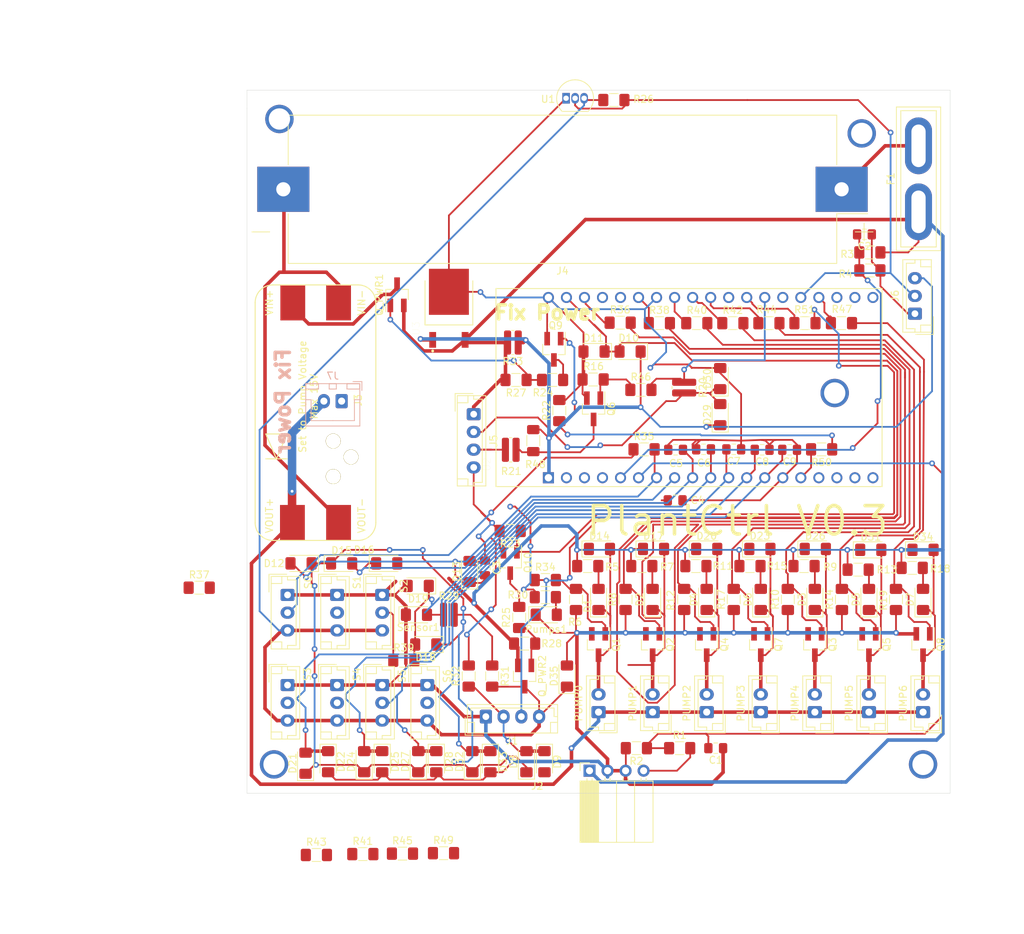
<source format=kicad_pcb>
(kicad_pcb (version 20171130) (host pcbnew 5.1.5+dfsg1-2build2)
  (layers (0 F.Cu signal) (31 B.Cu signal) (34 B.Paste user) (35 F.Paste user) (36 B.SilkS user) (37 F.SilkS user) (38 B.Mask user) (39 F.Mask user) (44 Edge.Cuts user))
  (net 0 "")
  (net 1 PLANT1_PUMP)
  (net 2 PLANT2_PUMP)
  (net 3 PLANT3_PUMP)
  (net 4 PLANT4_PUMP)
  (net 5 PLANT5_PUMP)
  (net 6 PLANT6_PUMP)
  (net 7 GND)
  (net 8 PLANT6_MOIST)
  (net 9 PLANT5_MOIST)
  (net 10 PLANT4_MOIST)
  (net 11 PLANT3_MOIST)
  (net 12 PLANT2_MOIST)
  (net 13 PLANT1_MOIST)
  (net 14 "Net-(D1-Pad2)")
  (net 15 PLANT_CTRL_PUMP_0)
  (net 16 "Net-(D2-Pad2)")
  (net 17 "Net-(D3-Pad2)")
  (net 18 "Net-(D4-Pad2)")
  (net 19 "Net-(D5-Pad2)")
  (net 20 "Net-(D6-Pad2)")
  (net 21 "Net-(D7-Pad2)")
  (net 22 LIPO+)
  (net 23 SOLAR_IN)
  (net 24 PUMP_PWR)
  (net 25 PWR_PUMP_CONVERTER)
  (net 26 "Net-(F1-Pad2)")
  (net 27 "Net-(J5-Pad3)")
  (net 28 3_3V)
  (net 29 Temp)
  (net 30 PLANT0_PUMP)
  (net 31 "Net-(Q6-Pad3)")
  (net 32 CUSTOM_GPIO)
  (net 33 "Net-(Q9-Pad3)")
  (net 34 "Net-(Q10-Pad3)")
  (net 35 "Net-(Q_PWR1-Pad1)")
  (net 36 PWR_SENSORS)
  (net 37 "Net-(Q_PWR2-Pad1)")
  (net 38 "Net-(R32-Pad2)")
  (net 39 TANK_ECHO)
  (net 40 PLANT0_MOIST)
  (net 41 "Net-(R29-Pad2)")
  (net 42 "Net-(R29-Pad1)")
  (net 43 "Net-(Pumps1-Pad2)")
  (net 44 "Net-(C1-Pad2)")
  (net 45 "Net-(C2-Pad2)")
  (net 46 "Net-(D29-Pad2)")
  (net 47 "Net-(Q1-Pad1)")
  (net 48 "Net-(Q2-Pad1)")
  (net 49 "Net-(Q3-Pad1)")
  (net 50 "Net-(Q4-Pad1)")
  (net 51 "Net-(Q5-Pad1)")
  (net 52 "Net-(Q6-Pad1)")
  (net 53 "Net-(Q7-Pad1)")
  (net 54 "Net-(Q8-Pad1)")
  (net 55 "Net-(Q9-Pad1)")
  (net 56 "Net-(Q10-Pad1)")
  (net 57 "Net-(R35-Pad1)")
  (net 58 PLANT_CTRL_PUMP_1)
  (net 59 "Net-(R37-Pad1)")
  (net 60 PLANT_CTRL_PUMP_2)
  (net 61 "Net-(R39-Pad1)")
  (net 62 PLANT_CTRL_PUMP_3)
  (net 63 "Net-(R41-Pad1)")
  (net 64 PLANT_CTRL_PUMP_4)
  (net 65 "Net-(R43-Pad1)")
  (net 66 PLANT_CTRL_PUMP_5)
  (net 67 "Net-(R45-Pad1)")
  (net 68 PLANT_CTRL_PUMP_6)
  (net 69 "Net-(R49-Pad1)")
  (net 70 PUMP_ENABLE)
  (net 71 SENSORS_ENABLE)
  (module LED_SMD:LED_1206_3216Metric_Pad1.42x1.75mm_HandSolder (layer F.Cu) (at 219.71 112.395 90)
    (fp_text reference D1 (at -0.889 -1.524 90) (layer F.SilkS))
    (fp_text value LED)
    (pad 2 smd roundrect (at 1.4875 0 90) (size 1.425 1.75) (layers F.Cu F.Paste F.Mask) (roundrect_rratio 0.175439) (net 14 "Net-(D1-Pad2)"))
    (pad 1 smd roundrect (at -1.4875 0 90) (size 1.425 1.75) (layers F.Cu F.Paste F.Mask) (roundrect_rratio 0.175439) (net 30 PLANT0_PUMP))
  )
  (module misc_footprints:BatteryHolder_Keystone_1042_1x18650 (layer F.Cu) (at 214.63 54.61 180)
    (fp_text reference J4 (at 0 -11.5) (layer F.SilkS))
    (fp_text value Conn_01x02_Female)
    (pad 1 thru_hole rect (at -39.33 0 180) (size 7.34 6.35) (drill 2) (layers *.Cu *.Mask) (net 26 "Net-(F1-Pad2)"))
    (pad 2 thru_hole rect (at 39.33 0 180) (size 7.34 6.35) (drill 2) (layers *.Cu *.Mask) (net 7 GND))
    (pad "" np_thru_hole circle (at 27.6 -8 180) (size 3.45 3.45) (drill 3.45) (layers *.Cu *.Mask))
    (pad "" np_thru_hole circle (at -27.6 8 180) (size 3.45 3.45) (drill 3.45) (layers *.Cu *.Mask))
    (pad "" np_thru_hole circle (at -35.93 -8 180) (size 2.39 2.39) (drill 2.39) (layers *.Cu *.Mask))
  )
  (module Resistor_SMD:R_1206_3216Metric_Pad1.42x1.75mm_HandSolder (layer F.Cu) (at 231.14 133.35)
    (fp_text reference R1 (at 0 -1.82) (layer F.SilkS))
    (fp_text value 100k)
    (pad 2 smd roundrect (at 1.4875 0) (size 1.425 1.75) (layers F.Cu F.Paste F.Mask) (roundrect_rratio 0.175439) (net 23 SOLAR_IN))
    (pad 1 smd roundrect (at -1.4875 0) (size 1.425 1.75) (layers F.Cu F.Paste F.Mask) (roundrect_rratio 0.175439) (net 44 "Net-(C1-Pad2)"))
  )
  (module Resistor_SMD:R_1206_3216Metric_Pad1.42x1.75mm_HandSolder (layer F.Cu) (at 208.0895 81.4705 180)
    (fp_text reference R27 (at 0 -1.82) (layer F.SilkS))
    (fp_text value 47k)
    (pad 2 smd roundrect (at 1.4875 0 180) (size 1.425 1.75) (layers F.Cu F.Paste F.Mask) (roundrect_rratio 0.175439) (net 22 LIPO+))
    (pad 1 smd roundrect (at -1.4875 0 180) (size 1.425 1.75) (layers F.Cu F.Paste F.Mask) (roundrect_rratio 0.175439) (net 35 "Net-(Q_PWR1-Pad1)"))
  )
  (module Resistor_SMD:R_1206_3216Metric_Pad1.42x1.75mm_HandSolder (layer F.Cu) (at 213.233 81.4705)
    (fp_text reference R24 (at -1.3462 1.7907) (layer F.SilkS))
    (fp_text value 10k)
    (pad 2 smd roundrect (at 1.4875 0) (size 1.425 1.75) (layers F.Cu F.Paste F.Mask) (roundrect_rratio 0.175439) (net 33 "Net-(Q9-Pad3)"))
    (pad 1 smd roundrect (at -1.4875 0) (size 1.425 1.75) (layers F.Cu F.Paste F.Mask) (roundrect_rratio 0.175439) (net 35 "Net-(Q_PWR1-Pad1)"))
  )
  (module Resistor_SMD:R_1206_3216Metric_Pad1.42x1.75mm_HandSolder (layer F.Cu) (at 214.1855 85.7885 90)
    (fp_text reference R22 (at 0 -1.82 90) (layer F.SilkS))
    (fp_text value R)
    (pad 2 smd roundrect (at 1.4875 0 90) (size 1.425 1.75) (layers F.Cu F.Paste F.Mask) (roundrect_rratio 0.175439) (net 7 GND))
    (pad 1 smd roundrect (at -1.4875 0 90) (size 1.425 1.75) (layers F.Cu F.Paste F.Mask) (roundrect_rratio 0.175439) (net 55 "Net-(Q9-Pad1)"))
  )
  (module Package_TO_SOT_SMD:SOT-23_Handsoldering (layer F.Cu) (at 191.3255 69.469 90)
    (fp_text reference Q_PWR1 (at 0 -2.5 90) (layer F.SilkS))
    (fp_text value BSS84)
    (pad 3 smd rect (at 1.5 0 90) (size 1.9 0.8) (layers F.Cu F.Paste F.Mask) (net 25 PWR_PUMP_CONVERTER))
    (pad 2 smd rect (at -1.5 0.95 90) (size 1.9 0.8) (layers F.Cu F.Paste F.Mask) (net 22 LIPO+))
    (pad 1 smd rect (at -1.5 -0.95 90) (size 1.9 0.8) (layers F.Cu F.Paste F.Mask) (net 35 "Net-(Q_PWR1-Pad1)"))
  )
  (module Package_TO_SOT_SMD:SOT-23_Handsoldering (layer F.Cu) (at 213.4235 77.1525 270)
    (fp_text reference Q9 (at -3.3401 -0.2413 180) (layer F.SilkS))
    (fp_text value SL2300)
    (pad 3 smd rect (at 1.5 0 270) (size 1.9 0.8) (layers F.Cu F.Paste F.Mask) (net 33 "Net-(Q9-Pad3)"))
    (pad 2 smd rect (at -1.5 0.95 270) (size 1.9 0.8) (layers F.Cu F.Paste F.Mask) (net 7 GND))
    (pad 1 smd rect (at -1.5 -0.95 270) (size 1.9 0.8) (layers F.Cu F.Paste F.Mask) (net 55 "Net-(Q9-Pad1)"))
  )
  (module LED_SMD:LED_1206_3216Metric_Pad1.42x1.75mm_HandSolder (layer F.Cu) (at 265.43 112.395 90)
    (fp_text reference D7 (at 0 -1.82 90) (layer F.SilkS))
    (fp_text value LED)
    (pad 2 smd roundrect (at 1.4875 0 90) (size 1.425 1.75) (layers F.Cu F.Paste F.Mask) (roundrect_rratio 0.175439) (net 21 "Net-(D7-Pad2)"))
    (pad 1 smd roundrect (at -1.4875 0 90) (size 1.425 1.75) (layers F.Cu F.Paste F.Mask) (roundrect_rratio 0.175439) (net 6 PLANT6_PUMP))
  )
  (module Resistor_SMD:R_1206_3216Metric_Pad1.42x1.75mm_HandSolder (layer F.Cu) (at 204.724 123.19 270)
    (fp_text reference R31 (at 0 -1.82 90) (layer F.SilkS))
    (fp_text value 255)
    (pad 2 smd roundrect (at 1.4875 0 270) (size 1.425 1.75) (layers F.Cu F.Paste F.Mask) (roundrect_rratio 0.175439) (net 36 PWR_SENSORS))
    (pad 1 smd roundrect (at -1.4875 0 270) (size 1.425 1.75) (layers F.Cu F.Paste F.Mask) (roundrect_rratio 0.175439) (net 41 "Net-(R29-Pad2)"))
  )
  (module Resistor_SMD:R_1206_3216Metric_Pad1.42x1.75mm_HandSolder (layer F.Cu) (at 212.217 112.0775)
    (fp_text reference R30 (at -3.8735 -0.3175) (layer F.SilkS))
    (fp_text value 255)
    (pad 2 smd roundrect (at 1.4875 0) (size 1.425 1.75) (layers F.Cu F.Paste F.Mask) (roundrect_rratio 0.175439) (net 43 "Net-(Pumps1-Pad2)"))
    (pad 1 smd roundrect (at -1.4875 0) (size 1.425 1.75) (layers F.Cu F.Paste F.Mask) (roundrect_rratio 0.175439) (net 25 PWR_PUMP_CONVERTER))
  )
  (module Resistor_SMD:R_0612_1632Metric (layer F.Cu) (at 198.628 114.554)
    (fp_text reference R29 (at 0 -2.65) (layer F.SilkS))
    (fp_text value 0)
    (pad 2 smd roundrect (at 0.75 0) (size 1 3.4) (layers F.Cu F.Paste F.Mask) (net 41 "Net-(R29-Pad2)"))
    (pad 1 smd roundrect (at -0.75 0) (size 1 3.4) (layers F.Cu F.Paste F.Mask) (net 42 "Net-(R29-Pad1)"))
  )
  (module Resistor_SMD:R_1206_3216Metric_Pad1.42x1.75mm_HandSolder (layer F.Cu) (at 209.296 118.618 180)
    (fp_text reference R28 (at -3.81 0) (layer F.SilkS))
    (fp_text value 47k)
    (pad 2 smd roundrect (at 1.4875 0 180) (size 1.425 1.75) (layers F.Cu F.Paste F.Mask) (roundrect_rratio 0.175439) (net 22 LIPO+))
    (pad 1 smd roundrect (at -1.4875 0 180) (size 1.425 1.75) (layers F.Cu F.Paste F.Mask) (roundrect_rratio 0.175439) (net 37 "Net-(Q_PWR2-Pad1)"))
  )
  (module Resistor_SMD:R_1206_3216Metric_Pad1.42x1.75mm_HandSolder (layer F.Cu) (at 208.534 114.935 90)
    (fp_text reference R25 (at 0 -1.82 90) (layer F.SilkS))
    (fp_text value 10k)
    (pad 2 smd roundrect (at 1.4875 0 90) (size 1.425 1.75) (layers F.Cu F.Paste F.Mask) (roundrect_rratio 0.175439) (net 34 "Net-(Q10-Pad3)"))
    (pad 1 smd roundrect (at -1.4875 0 90) (size 1.425 1.75) (layers F.Cu F.Paste F.Mask) (roundrect_rratio 0.175439) (net 37 "Net-(Q_PWR2-Pad1)"))
  )
  (module Resistor_SMD:R_1206_3216Metric_Pad1.42x1.75mm_HandSolder (layer F.Cu) (at 207.264 102.743 180)
    (fp_text reference R23 (at 0 -1.82) (layer F.SilkS))
    (fp_text value 47k)
    (pad 2 smd roundrect (at 1.4875 0 180) (size 1.425 1.75) (layers F.Cu F.Paste F.Mask) (roundrect_rratio 0.175439) (net 7 GND))
    (pad 1 smd roundrect (at -1.4875 0 180) (size 1.425 1.75) (layers F.Cu F.Paste F.Mask) (roundrect_rratio 0.175439) (net 56 "Net-(Q10-Pad1)"))
  )
  (module Package_TO_SOT_SMD:SOT-23_Handsoldering (layer F.Cu) (at 209.296 123.19 270)
    (fp_text reference Q_PWR2 (at 0 -2.5 90) (layer F.SilkS))
    (fp_text value BSS84)
    (pad 3 smd rect (at 1.5 0 270) (size 1.9 0.8) (layers F.Cu F.Paste F.Mask) (net 36 PWR_SENSORS))
    (pad 2 smd rect (at -1.5 0.95 270) (size 1.9 0.8) (layers F.Cu F.Paste F.Mask) (net 22 LIPO+))
    (pad 1 smd rect (at -1.5 -0.95 270) (size 1.9 0.8) (layers F.Cu F.Paste F.Mask) (net 37 "Net-(Q_PWR2-Pad1)"))
  )
  (module Package_TO_SOT_SMD:SOT-23_Handsoldering (layer F.Cu) (at 207.264 107.188 270)
    (fp_text reference Q10 (at 0 -2.5 90) (layer F.SilkS))
    (fp_text value SL2300)
    (pad 3 smd rect (at 1.5 0 270) (size 1.9 0.8) (layers F.Cu F.Paste F.Mask) (net 34 "Net-(Q10-Pad3)"))
    (pad 2 smd rect (at -1.5 0.95 270) (size 1.9 0.8) (layers F.Cu F.Paste F.Mask) (net 7 GND))
    (pad 1 smd rect (at -1.5 -0.95 270) (size 1.9 0.8) (layers F.Cu F.Paste F.Mask) (net 56 "Net-(Q10-Pad1)"))
  )
  (module LED_SMD:LED_1206_3216Metric_Pad1.42x1.75mm_HandSolder (layer F.Cu) (at 194.056 114.554)
    (fp_text reference Sensor1 (at 0.254 1.778) (layer F.SilkS))
    (fp_text value LED)
    (pad 2 smd roundrect (at 1.4875 0) (size 1.425 1.75) (layers F.Cu F.Paste F.Mask) (roundrect_rratio 0.175439) (net 42 "Net-(R29-Pad1)"))
    (pad 1 smd roundrect (at -1.4875 0) (size 1.425 1.75) (layers F.Cu F.Paste F.Mask) (roundrect_rratio 0.175439) (net 7 GND))
  )
  (module LED_SMD:LED_1206_3216Metric_Pad1.42x1.75mm_HandSolder (layer F.Cu) (at 212.344 114.554)
    (fp_text reference Pumps1 (at 0 2.032) (layer F.SilkS))
    (fp_text value LED)
    (pad 2 smd roundrect (at 1.4875 0) (size 1.425 1.75) (layers F.Cu F.Paste F.Mask) (roundrect_rratio 0.175439) (net 43 "Net-(Pumps1-Pad2)"))
    (pad 1 smd roundrect (at -1.4875 0) (size 1.425 1.75) (layers F.Cu F.Paste F.Mask) (roundrect_rratio 0.175439) (net 7 GND))
  )
  (module ESP32:MODULE_ESP32-DEVKITC-32D (layer F.Cu) (at 232.41 82.55 90)
    (fp_text reference U2 (at -10.829175 -28.446045 90) (layer F.SilkS) (effects (font (size 1.000386 1.000386) (thickness 0.015))))
    (fp_text value ESP32-DEVKITC-32D)
    (pad 38 thru_hole circle (at 12.7 25.96 90) (size 1.56 1.56) (drill 1.04) (layers *.Cu *.Mask))
    (pad 37 thru_hole circle (at 12.7 23.42 90) (size 1.56 1.56) (drill 1.04) (layers *.Cu *.Mask))
    (pad 36 thru_hole circle (at 12.7 20.88 90) (size 1.56 1.56) (drill 1.04) (layers *.Cu *.Mask))
    (pad 35 thru_hole circle (at 12.7 18.34 90) (size 1.56 1.56) (drill 1.04) (layers *.Cu *.Mask) (net 68 PLANT_CTRL_PUMP_6))
    (pad 34 thru_hole circle (at 12.7 15.8 90) (size 1.56 1.56) (drill 1.04) (layers *.Cu *.Mask) (net 29 Temp))
    (pad 33 thru_hole circle (at 12.7 13.26 90) (size 1.56 1.56) (drill 1.04) (layers *.Cu *.Mask))
    (pad 32 thru_hole circle (at 12.7 10.72 90) (size 1.56 1.56) (drill 1.04) (layers *.Cu *.Mask) (net 32 CUSTOM_GPIO))
    (pad 31 thru_hole circle (at 12.7 8.18 90) (size 1.56 1.56) (drill 1.04) (layers *.Cu *.Mask) (net 71 SENSORS_ENABLE))
    (pad 30 thru_hole circle (at 12.7 5.64 90) (size 1.56 1.56) (drill 1.04) (layers *.Cu *.Mask) (net 38 "Net-(R32-Pad2)"))
    (pad 29 thru_hole circle (at 12.7 3.1 90) (size 1.56 1.56) (drill 1.04) (layers *.Cu *.Mask) (net 66 PLANT_CTRL_PUMP_5))
    (pad 28 thru_hole circle (at 12.7 0.56 90) (size 1.56 1.56) (drill 1.04) (layers *.Cu *.Mask) (net 64 PLANT_CTRL_PUMP_4))
    (pad 27 thru_hole circle (at 12.7 -1.98 90) (size 1.56 1.56) (drill 1.04) (layers *.Cu *.Mask) (net 62 PLANT_CTRL_PUMP_3))
    (pad 26 thru_hole circle (at 12.7 -4.52 90) (size 1.56 1.56) (drill 1.04) (layers *.Cu *.Mask) (net 7 GND))
    (pad 25 thru_hole circle (at 12.7 -7.06 90) (size 1.56 1.56) (drill 1.04) (layers *.Cu *.Mask) (net 60 PLANT_CTRL_PUMP_2))
    (pad 24 thru_hole circle (at 12.7 -9.6 90) (size 1.56 1.56) (drill 1.04) (layers *.Cu *.Mask))
    (pad 23 thru_hole circle (at 12.7 -12.14 90) (size 1.56 1.56) (drill 1.04) (layers *.Cu *.Mask))
    (pad 22 thru_hole circle (at 12.7 -14.68 90) (size 1.56 1.56) (drill 1.04) (layers *.Cu *.Mask) (net 58 PLANT_CTRL_PUMP_1))
    (pad 21 thru_hole circle (at 12.7 -17.22 90) (size 1.56 1.56) (drill 1.04) (layers *.Cu *.Mask) (net 15 PLANT_CTRL_PUMP_0))
    (pad 20 thru_hole circle (at 12.7 -19.76 90) (size 1.56 1.56) (drill 1.04) (layers *.Cu *.Mask) (net 7 GND))
    (pad 18 thru_hole circle (at -12.7 23.42 90) (size 1.56 1.56) (drill 1.04) (layers *.Cu *.Mask))
    (pad 17 thru_hole circle (at -12.7 20.88 90) (size 1.56 1.56) (drill 1.04) (layers *.Cu *.Mask))
    (pad 16 thru_hole circle (at -12.7 18.34 90) (size 1.56 1.56) (drill 1.04) (layers *.Cu *.Mask))
    (pad 15 thru_hole circle (at -12.7 15.8 90) (size 1.56 1.56) (drill 1.04) (layers *.Cu *.Mask) (net 70 PUMP_ENABLE))
    (pad 14 thru_hole circle (at -12.7 13.26 90) (size 1.56 1.56) (drill 1.04) (layers *.Cu *.Mask) (net 7 GND))
    (pad 13 thru_hole circle (at -12.7 10.72 90) (size 1.56 1.56) (drill 1.04) (layers *.Cu *.Mask) (net 8 PLANT6_MOIST))
    (pad 12 thru_hole circle (at -12.7 8.18 90) (size 1.56 1.56) (drill 1.04) (layers *.Cu *.Mask) (net 9 PLANT5_MOIST))
    (pad 11 thru_hole circle (at -12.7 5.64 90) (size 1.56 1.56) (drill 1.04) (layers *.Cu *.Mask) (net 10 PLANT4_MOIST))
    (pad 10 thru_hole circle (at -12.7 3.1 90) (size 1.56 1.56) (drill 1.04) (layers *.Cu *.Mask) (net 11 PLANT3_MOIST))
    (pad 9 thru_hole circle (at -12.7 0.56 90) (size 1.56 1.56) (drill 1.04) (layers *.Cu *.Mask) (net 12 PLANT2_MOIST))
    (pad 8 thru_hole circle (at -12.7 -1.98 90) (size 1.56 1.56) (drill 1.04) (layers *.Cu *.Mask) (net 13 PLANT1_MOIST))
    (pad 7 thru_hole circle (at -12.7 -4.52 90) (size 1.56 1.56) (drill 1.04) (layers *.Cu *.Mask) (net 40 PLANT0_MOIST))
    (pad 6 thru_hole circle (at -12.7 -7.06 90) (size 1.56 1.56) (drill 1.04) (layers *.Cu *.Mask) (net 44 "Net-(C1-Pad2)"))
    (pad 5 thru_hole circle (at -12.7 -9.6 90) (size 1.56 1.56) (drill 1.04) (layers *.Cu *.Mask) (net 45 "Net-(C2-Pad2)"))
    (pad 4 thru_hole circle (at -12.7 -12.14 90) (size 1.56 1.56) (drill 1.04) (layers *.Cu *.Mask))
    (pad 3 thru_hole circle (at -12.7 -14.68 90) (size 1.56 1.56) (drill 1.04) (layers *.Cu *.Mask))
    (pad 19 thru_hole circle (at -12.7 25.96 90) (size 1.56 1.56) (drill 1.04) (layers *.Cu *.Mask))
    (pad 2 thru_hole circle (at -12.7 -17.22 90) (size 1.56 1.56) (drill 1.04) (layers *.Cu *.Mask))
    (pad 1 thru_hole rect (at -12.7 -19.76 90) (size 1.56 1.56) (drill 1.04) (layers *.Cu *.Mask) (net 28 3_3V))
  )
  (module Resistor_SMD:R_1206_3216Metric_Pad1.42x1.75mm_HandSolder (layer F.Cu) (at 257.937 66.04)
    (fp_text reference R4 (at -3.429 0.508) (layer F.SilkS))
    (fp_text value 47k8)
    (pad 2 smd roundrect (at 1.4875 0) (size 1.425 1.75) (layers F.Cu F.Paste F.Mask) (roundrect_rratio 0.175439) (net 7 GND))
    (pad 1 smd roundrect (at -1.4875 0) (size 1.425 1.75) (layers F.Cu F.Paste F.Mask) (roundrect_rratio 0.175439) (net 45 "Net-(C2-Pad2)"))
  )
  (module Resistor_SMD:R_1206_3216Metric_Pad1.42x1.75mm_HandSolder (layer F.Cu) (at 257.937 63.5 180)
    (fp_text reference R3 (at 3.175 -0.254) (layer F.SilkS))
    (fp_text value 33k)
    (pad 2 smd roundrect (at 1.4875 0 180) (size 1.425 1.75) (layers F.Cu F.Paste F.Mask) (roundrect_rratio 0.175439) (net 45 "Net-(C2-Pad2)"))
    (pad 1 smd roundrect (at -1.4875 0 180) (size 1.425 1.75) (layers F.Cu F.Paste F.Mask) (roundrect_rratio 0.175439) (net 22 LIPO+))
  )
  (module Resistor_SMD:R_1206_3216Metric_Pad1.42x1.75mm_HandSolder (layer F.Cu) (at 225.044 133.35 180)
    (fp_text reference R2 (at 0 -1.82) (layer F.SilkS))
    (fp_text value 33k)
    (pad 2 smd roundrect (at 1.4875 0 180) (size 1.425 1.75) (layers F.Cu F.Paste F.Mask) (roundrect_rratio 0.175439) (net 7 GND))
    (pad 1 smd roundrect (at -1.4875 0 180) (size 1.425 1.75) (layers F.Cu F.Paste F.Mask) (roundrect_rratio 0.175439) (net 44 "Net-(C1-Pad2)"))
  )
  (module Connector_PinSocket_2.54mm:PinSocket_1x04_P2.54mm_Horizontal (layer F.Cu) (at 218.44 136.525 90)
    (fp_text reference J2 (at -2.159 -7.366 180) (layer F.SilkS))
    (fp_text value Conn_01x04)
    (pad 4 thru_hole oval (at 0 7.62 90) (size 1.7 1.7) (drill 1) (layers *.Cu *.Mask) (net 23 SOLAR_IN))
    (pad 3 thru_hole oval (at 0 5.08 90) (size 1.7 1.7) (drill 1) (layers *.Cu *.Mask) (net 7 GND))
    (pad 2 thru_hole oval (at 0 2.54 90) (size 1.7 1.7) (drill 1) (layers *.Cu *.Mask) (net 7 GND))
    (pad 1 thru_hole rect (at 0 0 90) (size 1.7 1.7) (drill 1) (layers *.Cu *.Mask) (net 22 LIPO+))
  )
  (module Connector_JST:JST_EH_B4B-EH-A_1x04_P2.50mm_Vertical (layer F.Cu) (at 203.835 128.905)
    (fp_text reference J1 (at 3.683 3.429) (layer F.SilkS))
    (fp_text value Conn_01x04)
    (pad 4 thru_hole oval (at 7.5 0) (size 1.7 1.95) (drill 0.95) (layers *.Cu *.Mask) (net 36 PWR_SENSORS))
    (pad 3 thru_hole oval (at 5 0) (size 1.7 1.95) (drill 0.95) (layers *.Cu *.Mask) (net 15 PLANT_CTRL_PUMP_0))
    (pad 2 thru_hole oval (at 2.5 0) (size 1.7 1.95) (drill 0.95) (layers *.Cu *.Mask) (net 39 TANK_ECHO))
    (pad 1 thru_hole roundrect (at 0 0) (size 1.7 1.95) (drill 0.95) (layers *.Cu *.Mask) (roundrect_rratio 0.147059) (net 7 GND))
  )
  (module Fuse:Fuse_Blade_ATO_directSolder (layer F.Cu) (at 264.795 57.785 90)
    (fp_text reference F1 (at 4.65 -3.9 90) (layer F.SilkS))
    (fp_text value Fuse)
    (pad 2 thru_hole oval (at 9.3 0 90) (size 8 3.8) (drill oval 6 2) (layers *.Cu *.Mask) (net 26 "Net-(F1-Pad2)"))
    (pad 1 thru_hole oval (at 0 0 90) (size 8 3.8) (drill oval 6 2) (layers *.Cu *.Mask) (net 22 LIPO+))
  )
  (module ESP32:DPAK457P991X255-3N (layer F.Cu) (at 198.628 71.374 90)
    (fp_text reference U3 (at -2.825 -4.635 90) (layer F.SilkS) (effects (font (thickness 0.015))))
    (fp_text value LP38690DT-3.3)
    (pad 4 smd rect (at 2.32 0 90) (size 6.49 5.63) (layers F.Cu F.Mask) (net 7 GND))
    (pad 3 smd rect (at -4.45 2.285 90) (size 2.22 0.96) (layers F.Cu F.Paste F.Mask) (net 22 LIPO+))
    (pad 1 smd rect (at -4.45 -2.285 90) (size 2.22 0.96) (layers F.Cu F.Paste F.Mask) (net 28 3_3V))
  )
  (module Package_TO_SOT_THT:TO-92_Inline (layer F.Cu) (at 215.138 41.783)
    (fp_text reference U1 (at -2.54 0.127) (layer F.SilkS))
    (fp_text value DS18B20)
    (pad 1 thru_hole rect (at 0 0) (size 1.05 1.5) (drill 0.75) (layers *.Cu *.Mask) (net 7 GND))
    (pad 3 thru_hole oval (at 2.54 0) (size 1.05 1.5) (drill 0.75) (layers *.Cu *.Mask) (net 36 PWR_SENSORS))
    (pad 2 thru_hole oval (at 1.27 0) (size 1.05 1.5) (drill 0.75) (layers *.Cu *.Mask) (net 29 Temp))
  )
  (module Connector_JST:JST_EH_B3B-EH-A_1x03_P2.50mm_Vertical (layer F.Cu) (at 195.58 124.46 270)
    (fp_text reference S6 (at -1.27 -2.794 90) (layer F.SilkS))
    (fp_text value Conn_01x03_Male)
    (pad 3 thru_hole oval (at 5 0 270) (size 1.7 1.95) (drill 0.95) (layers *.Cu *.Mask) (net 36 PWR_SENSORS))
    (pad 2 thru_hole oval (at 2.5 0 270) (size 1.7 1.95) (drill 0.95) (layers *.Cu *.Mask) (net 69 "Net-(R49-Pad1)"))
    (pad 1 thru_hole roundrect (at 0 0 270) (size 1.7 1.95) (drill 0.95) (layers *.Cu *.Mask) (roundrect_rratio 0.147059) (net 7 GND))
  )
  (module Connector_JST:JST_EH_B3B-EH-A_1x03_P2.50mm_Vertical (layer F.Cu) (at 189.23 124.46 270)
    (fp_text reference S5 (at -1.27 -2.794 90) (layer F.SilkS))
    (fp_text value Conn_01x03_Male)
    (pad 3 thru_hole oval (at 5 0 270) (size 1.7 1.95) (drill 0.95) (layers *.Cu *.Mask) (net 36 PWR_SENSORS))
    (pad 2 thru_hole oval (at 2.5 0 270) (size 1.7 1.95) (drill 0.95) (layers *.Cu *.Mask) (net 67 "Net-(R45-Pad1)"))
    (pad 1 thru_hole roundrect (at 0 0 270) (size 1.7 1.95) (drill 0.95) (layers *.Cu *.Mask) (roundrect_rratio 0.147059) (net 7 GND))
  )
  (module Connector_JST:JST_EH_B3B-EH-A_1x03_P2.50mm_Vertical (layer F.Cu) (at 182.88 124.46 270)
    (fp_text reference S4 (at -1.524 -2.794 90) (layer F.SilkS))
    (fp_text value Conn_01x03_Male)
    (pad 3 thru_hole oval (at 5 0 270) (size 1.7 1.95) (drill 0.95) (layers *.Cu *.Mask) (net 36 PWR_SENSORS))
    (pad 2 thru_hole oval (at 2.5 0 270) (size 1.7 1.95) (drill 0.95) (layers *.Cu *.Mask) (net 65 "Net-(R43-Pad1)"))
    (pad 1 thru_hole roundrect (at 0 0 270) (size 1.7 1.95) (drill 0.95) (layers *.Cu *.Mask) (roundrect_rratio 0.147059) (net 7 GND))
  )
  (module Connector_JST:JST_EH_B3B-EH-A_1x03_P2.50mm_Vertical (layer F.Cu) (at 175.895 124.46 270)
    (fp_text reference S3 (at -1.524 -2.8 90) (layer F.SilkS))
    (fp_text value Conn_01x03_Male)
    (pad 3 thru_hole oval (at 5 0 270) (size 1.7 1.95) (drill 0.95) (layers *.Cu *.Mask) (net 36 PWR_SENSORS))
    (pad 2 thru_hole oval (at 2.5 0 270) (size 1.7 1.95) (drill 0.95) (layers *.Cu *.Mask) (net 63 "Net-(R41-Pad1)"))
    (pad 1 thru_hole roundrect (at 0 0 270) (size 1.7 1.95) (drill 0.95) (layers *.Cu *.Mask) (roundrect_rratio 0.147059) (net 7 GND))
  )
  (module Connector_JST:JST_EH_B3B-EH-A_1x03_P2.50mm_Vertical (layer F.Cu) (at 189.23 111.76 270)
    (fp_text reference S2 (at -1.27 -3.048 90) (layer F.SilkS))
    (fp_text value Conn_01x03_Male)
    (pad 3 thru_hole oval (at 5 0 270) (size 1.7 1.95) (drill 0.95) (layers *.Cu *.Mask) (net 36 PWR_SENSORS))
    (pad 2 thru_hole oval (at 2.5 0 270) (size 1.7 1.95) (drill 0.95) (layers *.Cu *.Mask) (net 61 "Net-(R39-Pad1)"))
    (pad 1 thru_hole roundrect (at 0 0 270) (size 1.7 1.95) (drill 0.95) (layers *.Cu *.Mask) (roundrect_rratio 0.147059) (net 7 GND))
  )
  (module Connector_JST:JST_EH_B3B-EH-A_1x03_P2.50mm_Vertical (layer F.Cu) (at 182.88 111.76 270)
    (fp_text reference S1 (at -1.778 -2.794 90) (layer F.SilkS))
    (fp_text value Conn_01x03_Male)
    (pad 3 thru_hole oval (at 5 0 270) (size 1.7 1.95) (drill 0.95) (layers *.Cu *.Mask) (net 36 PWR_SENSORS))
    (pad 2 thru_hole oval (at 2.5 0 270) (size 1.7 1.95) (drill 0.95) (layers *.Cu *.Mask) (net 59 "Net-(R37-Pad1)"))
    (pad 1 thru_hole roundrect (at 0 0 270) (size 1.7 1.95) (drill 0.95) (layers *.Cu *.Mask) (roundrect_rratio 0.147059) (net 7 GND))
  )
  (module Connector_JST:JST_EH_B3B-EH-A_1x03_P2.50mm_Vertical (layer F.Cu) (at 175.895 111.76 270)
    (fp_text reference S0 (at -1.778 -2.921 90) (layer F.SilkS))
    (fp_text value Conn_01x03_Male)
    (pad 3 thru_hole oval (at 5 0 270) (size 1.7 1.95) (drill 0.95) (layers *.Cu *.Mask) (net 36 PWR_SENSORS))
    (pad 2 thru_hole oval (at 2.5 0 270) (size 1.7 1.95) (drill 0.95) (layers *.Cu *.Mask) (net 57 "Net-(R35-Pad1)"))
    (pad 1 thru_hole roundrect (at 0 0 270) (size 1.7 1.95) (drill 0.95) (layers *.Cu *.Mask) (roundrect_rratio 0.147059) (net 7 GND))
  )
  (module Resistor_SMD:R_1206_3216Metric_Pad1.42x1.75mm_HandSolder (layer F.Cu) (at 201.422 123.19 90)
    (fp_text reference R32 (at 0 -1.82 90) (layer F.SilkS))
    (fp_text value 10k)
    (pad 2 smd roundrect (at 1.4875 0 90) (size 1.425 1.75) (layers F.Cu F.Paste F.Mask) (roundrect_rratio 0.175439) (net 38 "Net-(R32-Pad2)"))
    (pad 1 smd roundrect (at -1.4875 0 90) (size 1.425 1.75) (layers F.Cu F.Paste F.Mask) (roundrect_rratio 0.175439) (net 39 TANK_ECHO))
  )
  (module Resistor_SMD:R_1206_3216Metric_Pad1.42x1.75mm_HandSolder (layer F.Cu) (at 221.869 42.037 180)
    (fp_text reference R26 (at -4.191 0.127) (layer F.SilkS))
    (fp_text value 4k7)
    (pad 2 smd roundrect (at 1.4875 0 180) (size 1.425 1.75) (layers F.Cu F.Paste F.Mask) (roundrect_rratio 0.175439) (net 36 PWR_SENSORS))
    (pad 1 smd roundrect (at -1.4875 0 180) (size 1.425 1.75) (layers F.Cu F.Paste F.Mask) (roundrect_rratio 0.175439) (net 29 Temp))
  )
  (module Resistor_SMD:R_0612_1632Metric (layer F.Cu) (at 207.3395 91.313)
    (fp_text reference R21 (at 0.0769 3.0226 180) (layer F.SilkS))
    (fp_text value R)
    (pad 2 smd roundrect (at 0.75 0) (size 1 3.4) (layers F.Cu F.Paste F.Mask) (net 31 "Net-(Q6-Pad3)"))
    (pad 1 smd roundrect (at -0.75 0) (size 1 3.4) (layers F.Cu F.Paste F.Mask) (net 27 "Net-(J5-Pad3)"))
  )
  (module Resistor_SMD:R_0612_1632Metric (layer F.Cu) (at 231.775 82.55 270)
    (fp_text reference R20 (at 0 -2.65 90) (layer F.SilkS))
    (fp_text value R)
    (pad 2 smd roundrect (at 0.75 0 270) (size 1 3.4) (layers F.Cu F.Paste F.Mask) (net 46 "Net-(D29-Pad2)"))
    (pad 1 smd roundrect (at -0.75 0 270) (size 1 3.4) (layers F.Cu F.Paste F.Mask) (net 32 CUSTOM_GPIO))
  )
  (module Resistor_SMD:R_1206_3216Metric_Pad1.42x1.75mm_HandSolder (layer F.Cu) (at 261.62 112.395 270)
    (fp_text reference R19 (at 0.127 1.778 90) (layer F.SilkS))
    (fp_text value 47k)
    (pad 2 smd roundrect (at 1.4875 0 270) (size 1.425 1.75) (layers F.Cu F.Paste F.Mask) (roundrect_rratio 0.175439) (net 7 GND))
    (pad 1 smd roundrect (at -1.4875 0 270) (size 1.425 1.75) (layers F.Cu F.Paste F.Mask) (roundrect_rratio 0.175439) (net 54 "Net-(Q8-Pad1)"))
  )
  (module Resistor_SMD:R_1206_3216Metric_Pad1.42x1.75mm_HandSolder (layer F.Cu) (at 263.906 107.95)
    (fp_text reference R18 (at 3.937 0.127) (layer F.SilkS))
    (fp_text value R)
    (pad 2 smd roundrect (at 1.4875 0) (size 1.425 1.75) (layers F.Cu F.Paste F.Mask) (roundrect_rratio 0.175439) (net 21 "Net-(D7-Pad2)"))
    (pad 1 smd roundrect (at -1.4875 0) (size 1.425 1.75) (layers F.Cu F.Paste F.Mask) (roundrect_rratio 0.175439) (net 22 LIPO+))
  )
  (module Resistor_SMD:R_1206_3216Metric_Pad1.42x1.75mm_HandSolder (layer F.Cu) (at 238.76 112.395 270)
    (fp_text reference R17 (at 0 1.778 90) (layer F.SilkS))
    (fp_text value 47k)
    (pad 2 smd roundrect (at 1.4875 0 270) (size 1.425 1.75) (layers F.Cu F.Paste F.Mask) (roundrect_rratio 0.175439) (net 7 GND))
    (pad 1 smd roundrect (at -1.4875 0 270) (size 1.425 1.75) (layers F.Cu F.Paste F.Mask) (roundrect_rratio 0.175439) (net 53 "Net-(Q7-Pad1)"))
  )
  (module Resistor_SMD:R_1206_3216Metric_Pad1.42x1.75mm_HandSolder (layer F.Cu) (at 218.948 81.407 180)
    (fp_text reference R16 (at -0.0635 1.8415) (layer F.SilkS))
    (fp_text value R)
    (pad 2 smd roundrect (at 1.4875 0 180) (size 1.425 1.75) (layers F.Cu F.Paste F.Mask) (roundrect_rratio 0.175439) (net 7 GND))
    (pad 1 smd roundrect (at -1.4875 0 180) (size 1.425 1.75) (layers F.Cu F.Paste F.Mask) (roundrect_rratio 0.175439) (net 52 "Net-(Q6-Pad1)"))
  )
  (module Resistor_SMD:R_1206_3216Metric_Pad1.42x1.75mm_HandSolder (layer F.Cu) (at 241.046 107.696)
    (fp_text reference R15 (at 3.81 0) (layer F.SilkS))
    (fp_text value R)
    (pad 2 smd roundrect (at 1.4875 0) (size 1.425 1.75) (layers F.Cu F.Paste F.Mask) (roundrect_rratio 0.175439) (net 20 "Net-(D6-Pad2)"))
    (pad 1 smd roundrect (at -1.4875 0) (size 1.425 1.75) (layers F.Cu F.Paste F.Mask) (roundrect_rratio 0.175439) (net 22 LIPO+))
  )
  (module Resistor_SMD:R_1206_3216Metric_Pad1.42x1.75mm_HandSolder (layer F.Cu) (at 254 112.395 270)
    (fp_text reference R14 (at 0 1.778 90) (layer F.SilkS))
    (fp_text value 47k)
    (pad 2 smd roundrect (at 1.4875 0 270) (size 1.425 1.75) (layers F.Cu F.Paste F.Mask) (roundrect_rratio 0.175439) (net 7 GND))
    (pad 1 smd roundrect (at -1.4875 0 270) (size 1.425 1.75) (layers F.Cu F.Paste F.Mask) (roundrect_rratio 0.175439) (net 51 "Net-(Q5-Pad1)"))
  )
  (module Resistor_SMD:R_1206_3216Metric_Pad1.42x1.75mm_HandSolder (layer F.Cu) (at 256.286 108.204)
    (fp_text reference R13 (at 4.064 0) (layer F.SilkS))
    (fp_text value R)
    (pad 2 smd roundrect (at 1.4875 0) (size 1.425 1.75) (layers F.Cu F.Paste F.Mask) (roundrect_rratio 0.175439) (net 19 "Net-(D5-Pad2)"))
    (pad 1 smd roundrect (at -1.4875 0) (size 1.425 1.75) (layers F.Cu F.Paste F.Mask) (roundrect_rratio 0.175439) (net 22 LIPO+))
  )
  (module Resistor_SMD:R_1206_3216Metric_Pad1.42x1.75mm_HandSolder (layer F.Cu) (at 231.775 112.395 270)
    (fp_text reference R12 (at 0.127 1.905 90) (layer F.SilkS))
    (fp_text value 47k)
    (pad 2 smd roundrect (at 1.4875 0 270) (size 1.425 1.75) (layers F.Cu F.Paste F.Mask) (roundrect_rratio 0.175439) (net 7 GND))
    (pad 1 smd roundrect (at -1.4875 0 270) (size 1.425 1.75) (layers F.Cu F.Paste F.Mask) (roundrect_rratio 0.175439) (net 50 "Net-(Q4-Pad1)"))
  )
  (module Resistor_SMD:R_1206_3216Metric_Pad1.42x1.75mm_HandSolder (layer F.Cu) (at 233.426 107.696)
    (fp_text reference R11 (at 3.81 0) (layer F.SilkS))
    (fp_text value R)
    (pad 2 smd roundrect (at 1.4875 0) (size 1.425 1.75) (layers F.Cu F.Paste F.Mask) (roundrect_rratio 0.175439) (net 18 "Net-(D4-Pad2)"))
    (pad 1 smd roundrect (at -1.4875 0) (size 1.425 1.75) (layers F.Cu F.Paste F.Mask) (roundrect_rratio 0.175439) (net 22 LIPO+))
  )
  (module Resistor_SMD:R_1206_3216Metric_Pad1.42x1.75mm_HandSolder (layer F.Cu) (at 246.38 112.395 270)
    (fp_text reference R10 (at 0 1.778 90) (layer F.SilkS))
    (fp_text value 47k)
    (pad 2 smd roundrect (at 1.4875 0 270) (size 1.425 1.75) (layers F.Cu F.Paste F.Mask) (roundrect_rratio 0.175439) (net 7 GND))
    (pad 1 smd roundrect (at -1.4875 0 270) (size 1.425 1.75) (layers F.Cu F.Paste F.Mask) (roundrect_rratio 0.175439) (net 49 "Net-(Q3-Pad1)"))
  )
  (module Resistor_SMD:R_1206_3216Metric_Pad1.42x1.75mm_HandSolder (layer F.Cu) (at 248.666 107.696)
    (fp_text reference R9 (at 3.683 0.127) (layer F.SilkS))
    (fp_text value R)
    (pad 2 smd roundrect (at 1.4875 0) (size 1.425 1.75) (layers F.Cu F.Paste F.Mask) (roundrect_rratio 0.175439) (net 17 "Net-(D3-Pad2)"))
    (pad 1 smd roundrect (at -1.4875 0) (size 1.425 1.75) (layers F.Cu F.Paste F.Mask) (roundrect_rratio 0.175439) (net 22 LIPO+))
  )
  (module Resistor_SMD:R_1206_3216Metric_Pad1.42x1.75mm_HandSolder (layer F.Cu) (at 223.52 112.395 90)
    (fp_text reference R8 (at 0 -1.82 90) (layer F.SilkS))
    (fp_text value 47k)
    (pad 2 smd roundrect (at 1.4875 0 90) (size 1.425 1.75) (layers F.Cu F.Paste F.Mask) (roundrect_rratio 0.175439) (net 48 "Net-(Q2-Pad1)"))
    (pad 1 smd roundrect (at -1.4875 0 90) (size 1.425 1.75) (layers F.Cu F.Paste F.Mask) (roundrect_rratio 0.175439) (net 7 GND))
  )
  (module Resistor_SMD:R_1206_3216Metric_Pad1.42x1.75mm_HandSolder (layer F.Cu) (at 225.806 107.696)
    (fp_text reference R7 (at 3.556 0.127) (layer F.SilkS))
    (fp_text value R)
    (pad 2 smd roundrect (at 1.4875 0) (size 1.425 1.75) (layers F.Cu F.Paste F.Mask) (roundrect_rratio 0.175439) (net 16 "Net-(D2-Pad2)"))
    (pad 1 smd roundrect (at -1.4875 0) (size 1.425 1.75) (layers F.Cu F.Paste F.Mask) (roundrect_rratio 0.175439) (net 22 LIPO+))
  )
  (module Resistor_SMD:R_1206_3216Metric_Pad1.42x1.75mm_HandSolder (layer F.Cu) (at 216.535 112.395 270)
    (fp_text reference R6 (at 3.175 0.127 180) (layer F.SilkS))
    (fp_text value 47k)
    (pad 2 smd roundrect (at 1.4875 0 270) (size 1.425 1.75) (layers F.Cu F.Paste F.Mask) (roundrect_rratio 0.175439) (net 7 GND))
    (pad 1 smd roundrect (at -1.4875 0 270) (size 1.425 1.75) (layers F.Cu F.Paste F.Mask) (roundrect_rratio 0.175439) (net 47 "Net-(Q1-Pad1)"))
  )
  (module Resistor_SMD:R_1206_3216Metric_Pad1.42x1.75mm_HandSolder (layer F.Cu) (at 218.186 107.696)
    (fp_text reference R5 (at 3.429 0.127) (layer F.SilkS))
    (fp_text value R)
    (pad 2 smd roundrect (at 1.4875 0) (size 1.425 1.75) (layers F.Cu F.Paste F.Mask) (roundrect_rratio 0.175439) (net 14 "Net-(D1-Pad2)"))
    (pad 1 smd roundrect (at -1.4875 0) (size 1.425 1.75) (layers F.Cu F.Paste F.Mask) (roundrect_rratio 0.175439) (net 22 LIPO+))
  )
  (module Package_TO_SOT_SMD:SOT-23_Handsoldering (layer F.Cu) (at 265.43 118.745 270)
    (fp_text reference Q8 (at 0 -2.5 90) (layer F.SilkS))
    (fp_text value SL2300)
    (pad 3 smd rect (at 1.5 0 270) (size 1.9 0.8) (layers F.Cu F.Paste F.Mask) (net 6 PLANT6_PUMP))
    (pad 2 smd rect (at -1.5 0.95 270) (size 1.9 0.8) (layers F.Cu F.Paste F.Mask) (net 7 GND))
    (pad 1 smd rect (at -1.5 -0.95 270) (size 1.9 0.8) (layers F.Cu F.Paste F.Mask) (net 54 "Net-(Q8-Pad1)"))
  )
  (module Package_TO_SOT_SMD:SOT-23_Handsoldering (layer F.Cu) (at 242.57 118.745 270)
    (fp_text reference Q7 (at 0 -2.5 90) (layer F.SilkS))
    (fp_text value SL2300)
    (pad 3 smd rect (at 1.5 0 270) (size 1.9 0.8) (layers F.Cu F.Paste F.Mask) (net 3 PLANT3_PUMP))
    (pad 2 smd rect (at -1.5 0.95 270) (size 1.9 0.8) (layers F.Cu F.Paste F.Mask) (net 7 GND))
    (pad 1 smd rect (at -1.5 -0.95 270) (size 1.9 0.8) (layers F.Cu F.Paste F.Mask) (net 53 "Net-(Q7-Pad1)"))
  )
  (module Package_TO_SOT_SMD:SOT-23_Handsoldering (layer F.Cu) (at 219.0115 85.5345 270)
    (fp_text reference Q6 (at 0 -2.5 90) (layer F.SilkS))
    (fp_text value SL2300)
    (pad 3 smd rect (at 1.5 0 270) (size 1.9 0.8) (layers F.Cu F.Paste F.Mask) (net 31 "Net-(Q6-Pad3)"))
    (pad 2 smd rect (at -1.5 0.95 270) (size 1.9 0.8) (layers F.Cu F.Paste F.Mask) (net 7 GND))
    (pad 1 smd rect (at -1.5 -0.95 270) (size 1.9 0.8) (layers F.Cu F.Paste F.Mask) (net 52 "Net-(Q6-Pad1)"))
  )
  (module Package_TO_SOT_SMD:SOT-23_Handsoldering (layer F.Cu) (at 257.81 118.745 270)
    (fp_text reference Q5 (at 0 -2.5 90) (layer F.SilkS))
    (fp_text value SL2300)
    (pad 3 smd rect (at 1.5 0 270) (size 1.9 0.8) (layers F.Cu F.Paste F.Mask) (net 5 PLANT5_PUMP))
    (pad 2 smd rect (at -1.5 0.95 270) (size 1.9 0.8) (layers F.Cu F.Paste F.Mask) (net 7 GND))
    (pad 1 smd rect (at -1.5 -0.95 270) (size 1.9 0.8) (layers F.Cu F.Paste F.Mask) (net 51 "Net-(Q5-Pad1)"))
  )
  (module Package_TO_SOT_SMD:SOT-23_Handsoldering (layer F.Cu) (at 234.95 118.745 270)
    (fp_text reference Q4 (at 0 -2.5 90) (layer F.SilkS))
    (fp_text value SL2300)
    (pad 3 smd rect (at 1.5 0 270) (size 1.9 0.8) (layers F.Cu F.Paste F.Mask) (net 2 PLANT2_PUMP))
    (pad 2 smd rect (at -1.5 0.95 270) (size 1.9 0.8) (layers F.Cu F.Paste F.Mask) (net 7 GND))
    (pad 1 smd rect (at -1.5 -0.95 270) (size 1.9 0.8) (layers F.Cu F.Paste F.Mask) (net 50 "Net-(Q4-Pad1)"))
  )
  (module Package_TO_SOT_SMD:SOT-23_Handsoldering (layer F.Cu) (at 250.19 118.745 270)
    (fp_text reference Q3 (at 0 -2.5 90) (layer F.SilkS))
    (fp_text value SL2300)
    (pad 3 smd rect (at 1.5 0 270) (size 1.9 0.8) (layers F.Cu F.Paste F.Mask) (net 4 PLANT4_PUMP))
    (pad 2 smd rect (at -1.5 0.95 270) (size 1.9 0.8) (layers F.Cu F.Paste F.Mask) (net 7 GND))
    (pad 1 smd rect (at -1.5 -0.95 270) (size 1.9 0.8) (layers F.Cu F.Paste F.Mask) (net 49 "Net-(Q3-Pad1)"))
  )
  (module Package_TO_SOT_SMD:SOT-23_Handsoldering (layer F.Cu) (at 227.33 118.745 270)
    (fp_text reference Q2 (at 0 -2.5 90) (layer F.SilkS))
    (fp_text value SL2300)
    (pad 3 smd rect (at 1.5 0 270) (size 1.9 0.8) (layers F.Cu F.Paste F.Mask) (net 1 PLANT1_PUMP))
    (pad 2 smd rect (at -1.5 0.95 270) (size 1.9 0.8) (layers F.Cu F.Paste F.Mask) (net 7 GND))
    (pad 1 smd rect (at -1.5 -0.95 270) (size 1.9 0.8) (layers F.Cu F.Paste F.Mask) (net 48 "Net-(Q2-Pad1)"))
  )
  (module Package_TO_SOT_SMD:SOT-23_Handsoldering (layer F.Cu) (at 219.71 118.745 270)
    (fp_text reference Q1 (at 0 -2.5 90) (layer F.SilkS))
    (fp_text value SL2300)
    (pad 3 smd rect (at 1.5 0 270) (size 1.9 0.8) (layers F.Cu F.Paste F.Mask) (net 30 PLANT0_PUMP))
    (pad 2 smd rect (at -1.5 0.95 270) (size 1.9 0.8) (layers F.Cu F.Paste F.Mask) (net 7 GND))
    (pad 1 smd rect (at -1.5 -0.95 270) (size 1.9 0.8) (layers F.Cu F.Paste F.Mask) (net 47 "Net-(Q1-Pad1)"))
  )
  (module Connector_JST:JST_EH_B2B-EH-A_1x02_P2.50mm_Vertical (layer F.Cu) (at 265.43 128.27 90)
    (fp_text reference PUMP6 (at 1.25 -2.8 90) (layer F.SilkS))
    (fp_text value Conn_01x02_Female)
    (pad 2 thru_hole oval (at 2.5 0 90) (size 1.7 2) (drill 1) (layers *.Cu *.Mask) (net 6 PLANT6_PUMP))
    (pad 1 thru_hole roundrect (at 0 0 90) (size 1.7 2) (drill 1) (layers *.Cu *.Mask) (roundrect_rratio 0.147059) (net 24 PUMP_PWR))
  )
  (module Connector_JST:JST_EH_B2B-EH-A_1x02_P2.50mm_Vertical (layer F.Cu) (at 257.81 128.27 90)
    (fp_text reference PUMP5 (at 1.25 -2.8 90) (layer F.SilkS))
    (fp_text value Conn_01x02_Female)
    (pad 2 thru_hole oval (at 2.5 0 90) (size 1.7 2) (drill 1) (layers *.Cu *.Mask) (net 5 PLANT5_PUMP))
    (pad 1 thru_hole roundrect (at 0 0 90) (size 1.7 2) (drill 1) (layers *.Cu *.Mask) (roundrect_rratio 0.147059) (net 24 PUMP_PWR))
  )
  (module Connector_JST:JST_EH_B2B-EH-A_1x02_P2.50mm_Vertical (layer F.Cu) (at 250.19 128.27 90)
    (fp_text reference PUMP4 (at 1.25 -2.8 90) (layer F.SilkS))
    (fp_text value Conn_01x02_Female)
    (pad 2 thru_hole oval (at 2.5 0 90) (size 1.7 2) (drill 1) (layers *.Cu *.Mask) (net 4 PLANT4_PUMP))
    (pad 1 thru_hole roundrect (at 0 0 90) (size 1.7 2) (drill 1) (layers *.Cu *.Mask) (roundrect_rratio 0.147059) (net 24 PUMP_PWR))
  )
  (module Connector_JST:JST_EH_B2B-EH-A_1x02_P2.50mm_Vertical (layer F.Cu) (at 242.57 128.27 90)
    (fp_text reference PUMP3 (at 1.25 -2.8 90) (layer F.SilkS))
    (fp_text value Conn_01x02_Female)
    (pad 2 thru_hole oval (at 2.5 0 90) (size 1.7 2) (drill 1) (layers *.Cu *.Mask) (net 3 PLANT3_PUMP))
    (pad 1 thru_hole roundrect (at 0 0 90) (size 1.7 2) (drill 1) (layers *.Cu *.Mask) (roundrect_rratio 0.147059) (net 24 PUMP_PWR))
  )
  (module Connector_JST:JST_EH_B2B-EH-A_1x02_P2.50mm_Vertical (layer F.Cu) (at 234.95 128.27 90)
    (fp_text reference PUMP2 (at 1.25 -2.8 90) (layer F.SilkS))
    (fp_text value Conn_01x02_Female)
    (pad 2 thru_hole oval (at 2.5 0 90) (size 1.7 2) (drill 1) (layers *.Cu *.Mask) (net 2 PLANT2_PUMP))
    (pad 1 thru_hole roundrect (at 0 0 90) (size 1.7 2) (drill 1) (layers *.Cu *.Mask) (roundrect_rratio 0.147059) (net 24 PUMP_PWR))
  )
  (module Connector_JST:JST_EH_B2B-EH-A_1x02_P2.50mm_Vertical (layer F.Cu) (at 227.33 128.27 90)
    (fp_text reference PUMP1 (at 1.25 -2.8 90) (layer F.SilkS))
    (fp_text value Conn_01x02_Female)
    (pad 2 thru_hole oval (at 2.5 0 90) (size 1.7 2) (drill 1) (layers *.Cu *.Mask) (net 1 PLANT1_PUMP))
    (pad 1 thru_hole roundrect (at 0 0 90) (size 1.7 2) (drill 1) (layers *.Cu *.Mask) (roundrect_rratio 0.147059) (net 24 PUMP_PWR))
  )
  (module Connector_JST:JST_EH_B2B-EH-A_1x02_P2.50mm_Vertical (layer F.Cu) (at 219.71 128.27 90)
    (fp_text reference PUMP0 (at 1.25 -2.8 90) (layer F.SilkS))
    (fp_text value Conn_01x02_Female)
    (pad 2 thru_hole oval (at 2.5 0 90) (size 1.7 2) (drill 1) (layers *.Cu *.Mask) (net 30 PLANT0_PUMP))
    (pad 1 thru_hole roundrect (at 0 0 90) (size 1.7 2) (drill 1) (layers *.Cu *.Mask) (roundrect_rratio 0.147059) (net 24 PUMP_PWR))
  )
  (module Connector_JST:JST_EH_B3B-EH-A_1x03_P2.50mm_Vertical (layer F.Cu) (at 264.287 72.136 90)
    (fp_text reference J6 (at 2.5 -2.8 90) (layer F.SilkS))
    (fp_text value Conn_01x03)
    (pad 3 thru_hole oval (at 5 0 90) (size 1.7 1.95) (drill 0.95) (layers *.Cu *.Mask) (net 28 3_3V))
    (pad 2 thru_hole oval (at 2.5 0 90) (size 1.7 1.95) (drill 0.95) (layers *.Cu *.Mask) (net 29 Temp))
    (pad 1 thru_hole roundrect (at 0 0 90) (size 1.7 1.95) (drill 0.95) (layers *.Cu *.Mask) (roundrect_rratio 0.147059) (net 7 GND))
  )
  (module Connector_JST:JST_EH_B4B-EH-A_1x04_P2.50mm_Vertical (layer F.Cu) (at 202.1205 86.2965 270)
    (fp_text reference J5 (at 3.75 -2.8 90) (layer F.SilkS))
    (fp_text value Conn_01x04)
    (pad 4 thru_hole oval (at 7.5 0 270) (size 1.7 1.95) (drill 0.95) (layers *.Cu *.Mask) (net 7 GND))
    (pad 3 thru_hole oval (at 5 0 270) (size 1.7 1.95) (drill 0.95) (layers *.Cu *.Mask) (net 27 "Net-(J5-Pad3)"))
    (pad 2 thru_hole oval (at 2.5 0 270) (size 1.7 1.95) (drill 0.95) (layers *.Cu *.Mask) (net 46 "Net-(D29-Pad2)"))
    (pad 1 thru_hole roundrect (at 0 0 270) (size 1.7 1.95) (drill 0.95) (layers *.Cu *.Mask) (roundrect_rratio 0.147059) (net 22 LIPO+))
  )
  (module misc_footprints:MT3608_module_SMT (layer F.Cu) (at 179.832 84.582 90)
    (fp_text reference J3 (at 0.25 6 270) (layer F.SilkS))
    (fp_text value Conn_01x04)
    (fp_text user VOUT+ (at -16 -6.5 90) (layer F.SilkS))
    (fp_text user VIN- (at 14 6.5 90) (layer F.SilkS))
    (fp_text user VIN+ (at 14 -6.5 90) (layer F.SilkS))
    (fp_text user VOUT- (at -16 6.5 90) (layer F.SilkS))
    (pad 4 smd rect (at -17 -3.25 270) (size 5 3.5) (layers F.Cu F.Paste F.Mask) (net 24 PUMP_PWR))
    (pad 3 smd rect (at -17 3.25 270) (size 5 3.5) (layers F.Cu F.Paste F.Mask) (net 7 GND))
    (pad 2 smd rect (at 14 3.25 270) (size 5 3.5) (layers F.Cu F.Paste F.Mask) (net 7 GND))
    (pad 1 smd rect (at 14 -3.2 270) (size 5 3.5) (layers F.Cu F.Paste F.Mask) (net 25 PWR_PUMP_CONVERTER))
    (pad "" thru_hole circle (at -10.5 2.5 90) (size 2.1 2.1) (drill 2) (layers *.Cu *.Mask F.SilkS))
    (pad "" thru_hole circle (at -5.5 2.5 90) (size 2.1 2.1) (drill 2) (layers *.Cu *.Mask F.SilkS))
    (pad "" thru_hole circle (at -7.75 5 90) (size 2.1 2.1) (drill 2) (layers *.Cu *.Mask F.SilkS))
  )
  (module LED_SMD:LED_1206_3216Metric_Pad1.42x1.75mm_HandSolder (layer F.Cu) (at 242.57 112.395 90)
    (fp_text reference D6 (at 0 -1.82 90) (layer F.SilkS))
    (fp_text value LED)
    (pad 2 smd roundrect (at 1.4875 0 90) (size 1.425 1.75) (layers F.Cu F.Paste F.Mask) (roundrect_rratio 0.175439) (net 20 "Net-(D6-Pad2)"))
    (pad 1 smd roundrect (at -1.4875 0 90) (size 1.425 1.75) (layers F.Cu F.Paste F.Mask) (roundrect_rratio 0.175439) (net 3 PLANT3_PUMP))
  )
  (module LED_SMD:LED_1206_3216Metric_Pad1.42x1.75mm_HandSolder (layer F.Cu) (at 257.81 112.395 90)
    (fp_text reference D5 (at 0 -1.82 90) (layer F.SilkS))
    (fp_text value LED)
    (pad 2 smd roundrect (at 1.4875 0 90) (size 1.425 1.75) (layers F.Cu F.Paste F.Mask) (roundrect_rratio 0.175439) (net 19 "Net-(D5-Pad2)"))
    (pad 1 smd roundrect (at -1.4875 0 90) (size 1.425 1.75) (layers F.Cu F.Paste F.Mask) (roundrect_rratio 0.175439) (net 5 PLANT5_PUMP))
  )
  (module LED_SMD:LED_1206_3216Metric_Pad1.42x1.75mm_HandSolder (layer F.Cu) (at 234.95 112.395 90)
    (fp_text reference D4 (at 0 -1.82 90) (layer F.SilkS))
    (fp_text value LED)
    (pad 2 smd roundrect (at 1.4875 0 90) (size 1.425 1.75) (layers F.Cu F.Paste F.Mask) (roundrect_rratio 0.175439) (net 18 "Net-(D4-Pad2)"))
    (pad 1 smd roundrect (at -1.4875 0 90) (size 1.425 1.75) (layers F.Cu F.Paste F.Mask) (roundrect_rratio 0.175439) (net 2 PLANT2_PUMP))
  )
  (module LED_SMD:LED_1206_3216Metric_Pad1.42x1.75mm_HandSolder (layer F.Cu) (at 250.19 112.395 90)
    (fp_text reference D3 (at 0 -1.82 90) (layer F.SilkS))
    (fp_text value LED)
    (pad 2 smd roundrect (at 1.4875 0 90) (size 1.425 1.75) (layers F.Cu F.Paste F.Mask) (roundrect_rratio 0.175439) (net 17 "Net-(D3-Pad2)"))
    (pad 1 smd roundrect (at -1.4875 0 90) (size 1.425 1.75) (layers F.Cu F.Paste F.Mask) (roundrect_rratio 0.175439) (net 4 PLANT4_PUMP))
  )
  (module LED_SMD:LED_1206_3216Metric_Pad1.42x1.75mm_HandSolder (layer F.Cu) (at 227.33 112.395 90)
    (fp_text reference D2 (at 0 -1.82 90) (layer F.SilkS))
    (fp_text value LED)
    (pad 2 smd roundrect (at 1.4875 0 90) (size 1.425 1.75) (layers F.Cu F.Paste F.Mask) (roundrect_rratio 0.175439) (net 16 "Net-(D2-Pad2)"))
    (pad 1 smd roundrect (at -1.4875 0 90) (size 1.425 1.75) (layers F.Cu F.Paste F.Mask) (roundrect_rratio 0.175439) (net 1 PLANT1_PUMP))
  )
  (module Capacitor_SMD:C_0805_2012Metric_Pad1.18x1.45mm_HandSolder (layer F.Cu) (at 236.22 133.35 180)
    (fp_text reference C1 (at 0 -1.68) (layer F.SilkS))
    (fp_text value 1u)
    (pad 1 smd roundrect (at -1.0375 0 180) (size 1.175 1.45) (layers F.Cu F.Paste F.Mask) (roundrect_rratio 0.212766) (net 7 GND))
    (pad 2 smd roundrect (at 1.0375 0 180) (size 1.175 1.45) (layers F.Cu F.Paste F.Mask) (roundrect_rratio 0.212766) (net 44 "Net-(C1-Pad2)"))
  )
  (module Capacitor_SMD:C_0805_2012Metric_Pad1.18x1.45mm_HandSolder (layer F.Cu) (at 257.175 60.96 180)
    (fp_text reference C2 (at 0 -1.68) (layer F.SilkS))
    (fp_text value 1u)
    (pad 2 smd roundrect (at 1.0375 0 180) (size 1.175 1.45) (layers F.Cu F.Paste F.Mask) (roundrect_rratio 0.212766) (net 45 "Net-(C2-Pad2)"))
    (pad 1 smd roundrect (at -1.0375 0 180) (size 1.175 1.45) (layers F.Cu F.Paste F.Mask) (roundrect_rratio 0.212766) (net 7 GND))
  )
  (module Capacitor_SMD:C_0805_2012Metric_Pad1.18x1.45mm_HandSolder (layer F.Cu) (at 203.708 107.95 270)
    (fp_text reference C3 (at 0 -1.68 90) (layer F.SilkS))
    (fp_text value 100n)
    (pad 1 smd roundrect (at -1.0375 0 270) (size 1.175 1.45) (layers F.Cu F.Paste F.Mask) (roundrect_rratio 0.212766) (net 7 GND))
    (pad 2 smd roundrect (at 1.0375 0 270) (size 1.175 1.45) (layers F.Cu F.Paste F.Mask) (roundrect_rratio 0.212766) (net 40 PLANT0_MOIST))
  )
  (module Capacitor_SMD:C_0805_2012Metric_Pad1.18x1.45mm_HandSolder (layer F.Cu) (at 230.505 98.425 180)
    (fp_text reference C4 (at -3.175 0) (layer F.SilkS))
    (fp_text value 100n)
    (pad 2 smd roundrect (at 1.0375 0 180) (size 1.175 1.45) (layers F.Cu F.Paste F.Mask) (roundrect_rratio 0.212766) (net 13 PLANT1_MOIST))
    (pad 1 smd roundrect (at -1.0375 0 180) (size 1.175 1.45) (layers F.Cu F.Paste F.Mask) (roundrect_rratio 0.212766) (net 7 GND))
  )
  (module Capacitor_SMD:C_0805_2012Metric_Pad1.18x1.45mm_HandSolder (layer F.Cu) (at 230.5685 91.313)
    (fp_text reference C5 (at 0.0635 1.905) (layer F.SilkS))
    (fp_text value 100n)
    (pad 1 smd roundrect (at -1.0375 0) (size 1.175 1.45) (layers F.Cu F.Paste F.Mask) (roundrect_rratio 0.212766) (net 7 GND))
    (pad 2 smd roundrect (at 1.0375 0) (size 1.175 1.45) (layers F.Cu F.Paste F.Mask) (roundrect_rratio 0.212766) (net 12 PLANT2_MOIST))
  )
  (module Capacitor_SMD:C_0805_2012Metric_Pad1.18x1.45mm_HandSolder (layer F.Cu) (at 234.5055 91.2495)
    (fp_text reference C6 (at 0.0635 1.905) (layer F.SilkS))
    (fp_text value 100n)
    (pad 2 smd roundrect (at 1.0375 0) (size 1.175 1.45) (layers F.Cu F.Paste F.Mask) (roundrect_rratio 0.212766) (net 11 PLANT3_MOIST))
    (pad 1 smd roundrect (at -1.0375 0) (size 1.175 1.45) (layers F.Cu F.Paste F.Mask) (roundrect_rratio 0.212766) (net 7 GND))
  )
  (module Capacitor_SMD:C_0805_2012Metric_Pad1.18x1.45mm_HandSolder (layer F.Cu) (at 238.76 91.2495 180)
    (fp_text reference C7 (at 0 -1.68) (layer F.SilkS))
    (fp_text value 100n)
    (pad 1 smd roundrect (at -1.0375 0 180) (size 1.175 1.45) (layers F.Cu F.Paste F.Mask) (roundrect_rratio 0.212766) (net 7 GND))
    (pad 2 smd roundrect (at 1.0375 0 180) (size 1.175 1.45) (layers F.Cu F.Paste F.Mask) (roundrect_rratio 0.212766) (net 10 PLANT4_MOIST))
  )
  (module Capacitor_SMD:C_0805_2012Metric_Pad1.18x1.45mm_HandSolder (layer F.Cu) (at 242.7605 91.313 180)
    (fp_text reference C8 (at 0 -1.68) (layer F.SilkS))
    (fp_text value 100n)
    (pad 2 smd roundrect (at 1.0375 0 180) (size 1.175 1.45) (layers F.Cu F.Paste F.Mask) (roundrect_rratio 0.212766) (net 9 PLANT5_MOIST))
    (pad 1 smd roundrect (at -1.0375 0 180) (size 1.175 1.45) (layers F.Cu F.Paste F.Mask) (roundrect_rratio 0.212766) (net 7 GND))
  )
  (module Capacitor_SMD:C_0805_2012Metric_Pad1.18x1.45mm_HandSolder (layer F.Cu) (at 246.634 91.313 180)
    (fp_text reference C9 (at 0 -1.68) (layer F.SilkS))
    (fp_text value 100n)
    (pad 1 smd roundrect (at -1.0375 0 180) (size 1.175 1.45) (layers F.Cu F.Paste F.Mask) (roundrect_rratio 0.212766) (net 7 GND))
    (pad 2 smd roundrect (at 1.0375 0 180) (size 1.175 1.45) (layers F.Cu F.Paste F.Mask) (roundrect_rratio 0.212766) (net 8 PLANT6_MOIST))
  )
  (module Diode_SMD:D_1206_3216Metric_Pad1.42x1.75mm_HandSolder (layer F.Cu) (at 209.55 135.255 90)
    (fp_text reference D8 (at 0 -1.82 90) (layer F.SilkS))
    (fp_text value BAS40)
    (pad 1 smd roundrect (at -1.4875 0 90) (size 1.425 1.75) (layers F.Cu F.Paste F.Mask) (roundrect_rratio 0.175439) (net 28 3_3V))
    (pad 2 smd roundrect (at 1.4875 0 90) (size 1.425 1.75) (layers F.Cu F.Paste F.Mask) (roundrect_rratio 0.175439) (net 39 TANK_ECHO))
  )
  (module Diode_SMD:D_1206_3216Metric_Pad1.42x1.75mm_HandSolder (layer F.Cu) (at 212.09 135.255 270)
    (fp_text reference D9 (at 0 -1.82 90) (layer F.SilkS))
    (fp_text value BAS40)
    (pad 1 smd roundrect (at -1.4875 0 270) (size 1.425 1.75) (layers F.Cu F.Paste F.Mask) (roundrect_rratio 0.175439) (net 39 TANK_ECHO))
    (pad 2 smd roundrect (at 1.4875 0 270) (size 1.425 1.75) (layers F.Cu F.Paste F.Mask) (roundrect_rratio 0.175439) (net 7 GND))
  )
  (module Diode_SMD:D_1206_3216Metric_Pad1.42x1.75mm_HandSolder (layer F.Cu) (at 224.155 77.47 180)
    (fp_text reference D10 (at 0.1905 1.905) (layer F.SilkS))
    (fp_text value BAS40)
    (pad 2 smd roundrect (at 1.4875 0 180) (size 1.425 1.75) (layers F.Cu F.Paste F.Mask) (roundrect_rratio 0.175439) (net 15 PLANT_CTRL_PUMP_0))
    (pad 1 smd roundrect (at -1.4875 0 180) (size 1.425 1.75) (layers F.Cu F.Paste F.Mask) (roundrect_rratio 0.175439) (net 28 3_3V))
  )
  (module Diode_SMD:D_1206_3216Metric_Pad1.42x1.75mm_HandSolder (layer F.Cu) (at 219.075 77.47 180)
    (fp_text reference D11 (at 0.0635 1.905) (layer F.SilkS))
    (fp_text value BAS40)
    (pad 2 smd roundrect (at 1.4875 0 180) (size 1.425 1.75) (layers F.Cu F.Paste F.Mask) (roundrect_rratio 0.175439) (net 7 GND))
    (pad 1 smd roundrect (at -1.4875 0 180) (size 1.425 1.75) (layers F.Cu F.Paste F.Mask) (roundrect_rratio 0.175439) (net 15 PLANT_CTRL_PUMP_0))
  )
  (module Diode_SMD:D_1206_3216Metric_Pad1.42x1.75mm_HandSolder (layer F.Cu) (at 177.8 107.315 180)
    (fp_text reference D12 (at 3.81 0) (layer F.SilkS))
    (fp_text value BAS40)
    (pad 2 smd roundrect (at 1.4875 0 180) (size 1.425 1.75) (layers F.Cu F.Paste F.Mask) (roundrect_rratio 0.175439) (net 40 PLANT0_MOIST))
    (pad 1 smd roundrect (at -1.4875 0 180) (size 1.425 1.75) (layers F.Cu F.Paste F.Mask) (roundrect_rratio 0.175439) (net 28 3_3V))
  )
  (module Diode_SMD:D_1206_3216Metric_Pad1.42x1.75mm_HandSolder (layer F.Cu) (at 201.549 108.458 90)
    (fp_text reference D13 (at 0 -1.82 90) (layer F.SilkS))
    (fp_text value BAS40)
    (pad 1 smd roundrect (at -1.4875 0 90) (size 1.425 1.75) (layers F.Cu F.Paste F.Mask) (roundrect_rratio 0.175439) (net 40 PLANT0_MOIST))
    (pad 2 smd roundrect (at 1.4875 0 90) (size 1.425 1.75) (layers F.Cu F.Paste F.Mask) (roundrect_rratio 0.175439) (net 7 GND))
  )
  (module Diode_SMD:D_1206_3216Metric_Pad1.42x1.75mm_HandSolder (layer F.Cu) (at 219.837 105.283)
    (fp_text reference D14 (at 0 -1.82) (layer F.SilkS))
    (fp_text value D)
    (pad 2 smd roundrect (at 1.4875 0) (size 1.425 1.75) (layers F.Cu F.Paste F.Mask) (roundrect_rratio 0.175439) (net 30 PLANT0_PUMP))
    (pad 1 smd roundrect (at -1.4875 0) (size 1.425 1.75) (layers F.Cu F.Paste F.Mask) (roundrect_rratio 0.175439) (net 22 LIPO+))
  )
  (module Diode_SMD:D_1206_3216Metric_Pad1.42x1.75mm_HandSolder (layer F.Cu) (at 183.515 107.315)
    (fp_text reference D15 (at 0 -1.82) (layer F.SilkS))
    (fp_text value BAS40)
    (pad 2 smd roundrect (at 1.4875 0) (size 1.425 1.75) (layers F.Cu F.Paste F.Mask) (roundrect_rratio 0.175439) (net 13 PLANT1_MOIST))
    (pad 1 smd roundrect (at -1.4875 0) (size 1.425 1.75) (layers F.Cu F.Paste F.Mask) (roundrect_rratio 0.175439) (net 28 3_3V))
  )
  (module Diode_SMD:D_1206_3216Metric_Pad1.42x1.75mm_HandSolder (layer F.Cu) (at 189.865 107.315)
    (fp_text reference D16 (at -3.175 -1.905) (layer F.SilkS))
    (fp_text value BAS40)
    (pad 1 smd roundrect (at -1.4875 0) (size 1.425 1.75) (layers F.Cu F.Paste F.Mask) (roundrect_rratio 0.175439) (net 13 PLANT1_MOIST))
    (pad 2 smd roundrect (at 1.4875 0) (size 1.425 1.75) (layers F.Cu F.Paste F.Mask) (roundrect_rratio 0.175439) (net 7 GND))
  )
  (module Diode_SMD:D_1206_3216Metric_Pad1.42x1.75mm_HandSolder (layer F.Cu) (at 227.457 105.283)
    (fp_text reference D17 (at 0 -1.82) (layer F.SilkS))
    (fp_text value D)
    (pad 1 smd roundrect (at -1.4875 0) (size 1.425 1.75) (layers F.Cu F.Paste F.Mask) (roundrect_rratio 0.175439) (net 22 LIPO+))
    (pad 2 smd roundrect (at 1.4875 0) (size 1.425 1.75) (layers F.Cu F.Paste F.Mask) (roundrect_rratio 0.175439) (net 1 PLANT1_PUMP))
  )
  (module Diode_SMD:D_1206_3216Metric_Pad1.42x1.75mm_HandSolder (layer F.Cu) (at 195.3625 118.745 180)
    (fp_text reference D18 (at 0 -1.82) (layer F.SilkS))
    (fp_text value BAS40)
    (pad 1 smd roundrect (at -1.4875 0 180) (size 1.425 1.75) (layers F.Cu F.Paste F.Mask) (roundrect_rratio 0.175439) (net 28 3_3V))
    (pad 2 smd roundrect (at 1.4875 0 180) (size 1.425 1.75) (layers F.Cu F.Paste F.Mask) (roundrect_rratio 0.175439) (net 12 PLANT2_MOIST))
  )
  (module Diode_SMD:D_1206_3216Metric_Pad1.42x1.75mm_HandSolder (layer F.Cu) (at 194.31 110.49 180)
    (fp_text reference D19 (at 0 -1.82) (layer F.SilkS))
    (fp_text value BAS40)
    (pad 1 smd roundrect (at -1.4875 0 180) (size 1.425 1.75) (layers F.Cu F.Paste F.Mask) (roundrect_rratio 0.175439) (net 12 PLANT2_MOIST))
    (pad 2 smd roundrect (at 1.4875 0 180) (size 1.425 1.75) (layers F.Cu F.Paste F.Mask) (roundrect_rratio 0.175439) (net 7 GND))
  )
  (module Diode_SMD:D_1206_3216Metric_Pad1.42x1.75mm_HandSolder (layer F.Cu) (at 234.95 105.283)
    (fp_text reference D20 (at 0 -1.82) (layer F.SilkS))
    (fp_text value D)
    (pad 2 smd roundrect (at 1.4875 0) (size 1.425 1.75) (layers F.Cu F.Paste F.Mask) (roundrect_rratio 0.175439) (net 2 PLANT2_PUMP))
    (pad 1 smd roundrect (at -1.4875 0) (size 1.425 1.75) (layers F.Cu F.Paste F.Mask) (roundrect_rratio 0.175439) (net 22 LIPO+))
  )
  (module Diode_SMD:D_1206_3216Metric_Pad1.42x1.75mm_HandSolder (layer F.Cu) (at 178.435 135.4725 90)
    (fp_text reference D21 (at 0 -1.82 90) (layer F.SilkS))
    (fp_text value BAS40)
    (pad 2 smd roundrect (at 1.4875 0 90) (size 1.425 1.75) (layers F.Cu F.Paste F.Mask) (roundrect_rratio 0.175439) (net 11 PLANT3_MOIST))
    (pad 1 smd roundrect (at -1.4875 0 90) (size 1.425 1.75) (layers F.Cu F.Paste F.Mask) (roundrect_rratio 0.175439) (net 28 3_3V))
  )
  (module Diode_SMD:D_1206_3216Metric_Pad1.42x1.75mm_HandSolder (layer F.Cu) (at 181.61 135.255 270)
    (fp_text reference D22 (at 0 -1.82 90) (layer F.SilkS))
    (fp_text value BAS40)
    (pad 1 smd roundrect (at -1.4875 0 270) (size 1.425 1.75) (layers F.Cu F.Paste F.Mask) (roundrect_rratio 0.175439) (net 11 PLANT3_MOIST))
    (pad 2 smd roundrect (at 1.4875 0 270) (size 1.425 1.75) (layers F.Cu F.Paste F.Mask) (roundrect_rratio 0.175439) (net 7 GND))
  )
  (module Diode_SMD:D_1206_3216Metric_Pad1.42x1.75mm_HandSolder (layer F.Cu) (at 242.443 105.283)
    (fp_text reference D23 (at 0 -1.82) (layer F.SilkS))
    (fp_text value D)
    (pad 1 smd roundrect (at -1.4875 0) (size 1.425 1.75) (layers F.Cu F.Paste F.Mask) (roundrect_rratio 0.175439) (net 22 LIPO+))
    (pad 2 smd roundrect (at 1.4875 0) (size 1.425 1.75) (layers F.Cu F.Paste F.Mask) (roundrect_rratio 0.175439) (net 3 PLANT3_PUMP))
  )
  (module Diode_SMD:D_1206_3216Metric_Pad1.42x1.75mm_HandSolder (layer F.Cu) (at 186.69 135.255 90)
    (fp_text reference D24 (at 0 -1.82 90) (layer F.SilkS))
    (fp_text value BAS40)
    (pad 1 smd roundrect (at -1.4875 0 90) (size 1.425 1.75) (layers F.Cu F.Paste F.Mask) (roundrect_rratio 0.175439) (net 28 3_3V))
    (pad 2 smd roundrect (at 1.4875 0 90) (size 1.425 1.75) (layers F.Cu F.Paste F.Mask) (roundrect_rratio 0.175439) (net 10 PLANT4_MOIST))
  )
  (module Diode_SMD:D_1206_3216Metric_Pad1.42x1.75mm_HandSolder (layer F.Cu) (at 189.23 135.255 270)
    (fp_text reference D25 (at 0 -1.82 90) (layer F.SilkS))
    (fp_text value BAS40)
    (pad 2 smd roundrect (at 1.4875 0 270) (size 1.425 1.75) (layers F.Cu F.Paste F.Mask) (roundrect_rratio 0.175439) (net 7 GND))
    (pad 1 smd roundrect (at -1.4875 0 270) (size 1.425 1.75) (layers F.Cu F.Paste F.Mask) (roundrect_rratio 0.175439) (net 10 PLANT4_MOIST))
  )
  (module Diode_SMD:D_1206_3216Metric_Pad1.42x1.75mm_HandSolder (layer F.Cu) (at 250.2535 105.283)
    (fp_text reference D26 (at 0 -1.82) (layer F.SilkS))
    (fp_text value D)
    (pad 2 smd roundrect (at 1.4875 0) (size 1.425 1.75) (layers F.Cu F.Paste F.Mask) (roundrect_rratio 0.175439) (net 4 PLANT4_PUMP))
    (pad 1 smd roundrect (at -1.4875 0) (size 1.425 1.75) (layers F.Cu F.Paste F.Mask) (roundrect_rratio 0.175439) (net 22 LIPO+))
  )
  (module Diode_SMD:D_1206_3216Metric_Pad1.42x1.75mm_HandSolder (layer F.Cu) (at 194.31 135.255 90)
    (fp_text reference D27 (at 0 -1.82 90) (layer F.SilkS))
    (fp_text value BAS40)
    (pad 2 smd roundrect (at 1.4875 0 90) (size 1.425 1.75) (layers F.Cu F.Paste F.Mask) (roundrect_rratio 0.175439) (net 9 PLANT5_MOIST))
    (pad 1 smd roundrect (at -1.4875 0 90) (size 1.425 1.75) (layers F.Cu F.Paste F.Mask) (roundrect_rratio 0.175439) (net 28 3_3V))
  )
  (module Diode_SMD:D_1206_3216Metric_Pad1.42x1.75mm_HandSolder (layer F.Cu) (at 196.85 135.255 270)
    (fp_text reference D28 (at 0 -1.82 90) (layer F.SilkS))
    (fp_text value BAS40)
    (pad 1 smd roundrect (at -1.4875 0 270) (size 1.425 1.75) (layers F.Cu F.Paste F.Mask) (roundrect_rratio 0.175439) (net 9 PLANT5_MOIST))
    (pad 2 smd roundrect (at 1.4875 0 270) (size 1.425 1.75) (layers F.Cu F.Paste F.Mask) (roundrect_rratio 0.175439) (net 7 GND))
  )
  (module Diode_SMD:D_1206_3216Metric_Pad1.42x1.75mm_HandSolder (layer F.Cu) (at 236.855 86.36 90)
    (fp_text reference D29 (at 0 -1.82 90) (layer F.SilkS))
    (fp_text value BAS40)
    (pad 2 smd roundrect (at 1.4875 0 90) (size 1.425 1.75) (layers F.Cu F.Paste F.Mask) (roundrect_rratio 0.175439) (net 46 "Net-(D29-Pad2)"))
    (pad 1 smd roundrect (at -1.4875 0 90) (size 1.425 1.75) (layers F.Cu F.Paste F.Mask) (roundrect_rratio 0.175439) (net 28 3_3V))
  )
  (module Diode_SMD:D_1206_3216Metric_Pad1.42x1.75mm_HandSolder (layer F.Cu) (at 236.855 81.28 90)
    (fp_text reference D30 (at 0 -1.82 90) (layer F.SilkS))
    (fp_text value BAS40)
    (pad 1 smd roundrect (at -1.4875 0 90) (size 1.425 1.75) (layers F.Cu F.Paste F.Mask) (roundrect_rratio 0.175439) (net 46 "Net-(D29-Pad2)"))
    (pad 2 smd roundrect (at 1.4875 0 90) (size 1.425 1.75) (layers F.Cu F.Paste F.Mask) (roundrect_rratio 0.175439) (net 7 GND))
  )
  (module Diode_SMD:D_1206_3216Metric_Pad1.42x1.75mm_HandSolder (layer F.Cu) (at 258.064 105.41)
    (fp_text reference D31 (at 0 -1.82) (layer F.SilkS))
    (fp_text value D)
    (pad 1 smd roundrect (at -1.4875 0) (size 1.425 1.75) (layers F.Cu F.Paste F.Mask) (roundrect_rratio 0.175439) (net 22 LIPO+))
    (pad 2 smd roundrect (at 1.4875 0) (size 1.425 1.75) (layers F.Cu F.Paste F.Mask) (roundrect_rratio 0.175439) (net 5 PLANT5_PUMP))
  )
  (module Diode_SMD:D_1206_3216Metric_Pad1.42x1.75mm_HandSolder (layer F.Cu) (at 201.93 135.255 90)
    (fp_text reference D32 (at 0 -1.82 90) (layer F.SilkS))
    (fp_text value BAS40)
    (pad 1 smd roundrect (at -1.4875 0 90) (size 1.425 1.75) (layers F.Cu F.Paste F.Mask) (roundrect_rratio 0.175439) (net 28 3_3V))
    (pad 2 smd roundrect (at 1.4875 0 90) (size 1.425 1.75) (layers F.Cu F.Paste F.Mask) (roundrect_rratio 0.175439) (net 8 PLANT6_MOIST))
  )
  (module Diode_SMD:D_1206_3216Metric_Pad1.42x1.75mm_HandSolder (layer F.Cu) (at 204.47 135.255 270)
    (fp_text reference D33 (at 0 -1.82 90) (layer F.SilkS))
    (fp_text value BAS40)
    (pad 1 smd roundrect (at -1.4875 0 270) (size 1.425 1.75) (layers F.Cu F.Paste F.Mask) (roundrect_rratio 0.175439) (net 8 PLANT6_MOIST))
    (pad 2 smd roundrect (at 1.4875 0 270) (size 1.425 1.75) (layers F.Cu F.Paste F.Mask) (roundrect_rratio 0.175439) (net 7 GND))
  )
  (module Diode_SMD:D_1206_3216Metric_Pad1.42x1.75mm_HandSolder (layer F.Cu) (at 265.43 105.41)
    (fp_text reference D34 (at 0 -1.82) (layer F.SilkS))
    (fp_text value D)
    (pad 2 smd roundrect (at 1.4875 0) (size 1.425 1.75) (layers F.Cu F.Paste F.Mask) (roundrect_rratio 0.175439) (net 6 PLANT6_PUMP))
    (pad 1 smd roundrect (at -1.4875 0) (size 1.425 1.75) (layers F.Cu F.Paste F.Mask) (roundrect_rratio 0.175439) (net 22 LIPO+))
  )
  (module Diode_SMD:D_1206_3216Metric_Pad1.42x1.75mm_HandSolder (layer F.Cu) (at 215.265 123.19 90)
    (fp_text reference D35 (at 0 -1.82 90) (layer F.SilkS))
    (fp_text value BAS40)
    (pad 2 smd roundrect (at 1.4875 0 90) (size 1.425 1.75) (layers F.Cu F.Paste F.Mask) (roundrect_rratio 0.175439) (net 7 GND))
    (pad 1 smd roundrect (at -1.4875 0 90) (size 1.425 1.75) (layers F.Cu F.Paste F.Mask) (roundrect_rratio 0.175439) (net 36 PWR_SENSORS))
  )
  (module Resistor_SMD:R_0612_1632Metric (layer F.Cu) (at 207.645 76.2 180)
    (fp_text reference R33 (at 0 -2.65) (layer F.SilkS))
    (fp_text value 0)
    (pad 2 smd roundrect (at 0.75 0 180) (size 1 3.4) (layers F.Cu F.Paste F.Mask) (net 22 LIPO+))
    (pad 1 smd roundrect (at -0.75 0 180) (size 1 3.4) (layers F.Cu F.Paste F.Mask) (net 28 3_3V))
  )
  (module Connector_JST:JST_XH_B2B-XH-A_1x02_P2.50mm_Vertical (layer B.Cu) (at 183.515 84.455 180)
    (fp_text reference J7 (at 1.25 3.55) (layer B.SilkS) (effects (justify mirror)))
    (fp_text value Conn_01x02)
    (pad 1 thru_hole roundrect (at 0 0 180) (size 1.7 2) (drill 1) (layers *.Cu *.Mask) (roundrect_rratio 0.147059) (net 7 GND))
    (pad 2 thru_hole oval (at 2.5 0 180) (size 1.7 2) (drill 1) (layers *.Cu *.Mask) (net 24 PUMP_PWR))
  )
  (module Resistor_SMD:R_1206_3216Metric_Pad1.30x1.75mm_HandSolder (layer F.Cu) (at 210.5152 90.0176 90)
    (fp_text reference R48 (at -3.3528 0.3048 180) (layer F.SilkS))
    (fp_text value 47k)
    (pad 1 smd roundrect (at -1.55 0 90) (size 1.3 1.75) (layers F.Cu F.Paste F.Mask) (roundrect_rratio 0.192308) (net 31 "Net-(Q6-Pad3)"))
    (pad 2 smd roundrect (at 1.55 0 90) (size 1.3 1.75) (layers F.Cu F.Paste F.Mask) (roundrect_rratio 0.192308) (net 28 3_3V))
  )
  (module Resistor_SMD:R_1206_3216Metric_Pad1.42x1.75mm_HandSolder (layer F.Cu) (at 212.217 109.6645)
    (fp_text reference R34 (at 0 -1.82) (layer F.SilkS))
    (fp_text value 1k)
    (pad 2 smd roundrect (at 1.4875 0) (size 1.425 1.75) (layers F.Cu F.Paste F.Mask) (roundrect_rratio 0.175439) (net 47 "Net-(Q1-Pad1)"))
    (pad 1 smd roundrect (at -1.4875 0) (size 1.425 1.75) (layers F.Cu F.Paste F.Mask) (roundrect_rratio 0.175439) (net 15 PLANT_CTRL_PUMP_0))
  )
  (module Resistor_SMD:R_1206_3216Metric_Pad1.42x1.75mm_HandSolder (layer F.Cu) (at 226.1235 91.2495)
    (fp_text reference R35 (at 0 -1.82) (layer F.SilkS))
    (fp_text value 10k)
    (pad 1 smd roundrect (at -1.4875 0) (size 1.425 1.75) (layers F.Cu F.Paste F.Mask) (roundrect_rratio 0.175439) (net 57 "Net-(R35-Pad1)"))
    (pad 2 smd roundrect (at 1.4875 0) (size 1.425 1.75) (layers F.Cu F.Paste F.Mask) (roundrect_rratio 0.175439) (net 40 PLANT0_MOIST))
  )
  (module Resistor_SMD:R_1206_3216Metric_Pad1.42x1.75mm_HandSolder (layer F.Cu) (at 222.758 73.406)
    (fp_text reference R36 (at 0 -1.82) (layer F.SilkS))
    (fp_text value 1k)
    (pad 1 smd roundrect (at -1.4875 0) (size 1.425 1.75) (layers F.Cu F.Paste F.Mask) (roundrect_rratio 0.175439) (net 58 PLANT_CTRL_PUMP_1))
    (pad 2 smd roundrect (at 1.4875 0) (size 1.425 1.75) (layers F.Cu F.Paste F.Mask) (roundrect_rratio 0.175439) (net 48 "Net-(Q2-Pad1)"))
  )
  (module Resistor_SMD:R_1206_3216Metric_Pad1.42x1.75mm_HandSolder (layer F.Cu) (at 163.449 110.744)
    (fp_text reference R37 (at 0 -1.82) (layer F.SilkS))
    (fp_text value 10k)
    (pad 2 smd roundrect (at 1.4875 0) (size 1.425 1.75) (layers F.Cu F.Paste F.Mask) (roundrect_rratio 0.175439) (net 13 PLANT1_MOIST))
    (pad 1 smd roundrect (at -1.4875 0) (size 1.425 1.75) (layers F.Cu F.Paste F.Mask) (roundrect_rratio 0.175439) (net 59 "Net-(R37-Pad1)"))
  )
  (module Resistor_SMD:R_1206_3216Metric_Pad1.42x1.75mm_HandSolder (layer F.Cu) (at 228.2825 73.4695)
    (fp_text reference R38 (at 0 -1.82) (layer F.SilkS))
    (fp_text value 1k)
    (pad 2 smd roundrect (at 1.4875 0) (size 1.425 1.75) (layers F.Cu F.Paste F.Mask) (roundrect_rratio 0.175439) (net 50 "Net-(Q4-Pad1)"))
    (pad 1 smd roundrect (at -1.4875 0) (size 1.425 1.75) (layers F.Cu F.Paste F.Mask) (roundrect_rratio 0.175439) (net 60 PLANT_CTRL_PUMP_2))
  )
  (module Resistor_SMD:R_1206_3216Metric_Pad1.42x1.75mm_HandSolder (layer F.Cu) (at 192.278 121.031)
    (fp_text reference R39 (at 0 -1.82) (layer F.SilkS))
    (fp_text value 1k)
    (pad 1 smd roundrect (at -1.4875 0) (size 1.425 1.75) (layers F.Cu F.Paste F.Mask) (roundrect_rratio 0.175439) (net 61 "Net-(R39-Pad1)"))
    (pad 2 smd roundrect (at 1.4875 0) (size 1.425 1.75) (layers F.Cu F.Paste F.Mask) (roundrect_rratio 0.175439) (net 12 PLANT2_MOIST))
  )
  (module Resistor_SMD:R_1206_3216Metric_Pad1.42x1.75mm_HandSolder (layer F.Cu) (at 233.553 73.4695)
    (fp_text reference R40 (at 0 -1.82) (layer F.SilkS))
    (fp_text value 1k)
    (pad 1 smd roundrect (at -1.4875 0) (size 1.425 1.75) (layers F.Cu F.Paste F.Mask) (roundrect_rratio 0.175439) (net 62 PLANT_CTRL_PUMP_3))
    (pad 2 smd roundrect (at 1.4875 0) (size 1.425 1.75) (layers F.Cu F.Paste F.Mask) (roundrect_rratio 0.175439) (net 53 "Net-(Q7-Pad1)"))
  )
  (module Resistor_SMD:R_1206_3216Metric_Pad1.42x1.75mm_HandSolder (layer F.Cu) (at 186.4995 148.2725)
    (fp_text reference R41 (at 0 -1.82) (layer F.SilkS))
    (fp_text value 1k)
    (pad 1 smd roundrect (at -1.4875 0) (size 1.425 1.75) (layers F.Cu F.Paste F.Mask) (roundrect_rratio 0.175439) (net 63 "Net-(R41-Pad1)"))
    (pad 2 smd roundrect (at 1.4875 0) (size 1.425 1.75) (layers F.Cu F.Paste F.Mask) (roundrect_rratio 0.175439) (net 11 PLANT3_MOIST))
  )
  (module Resistor_SMD:R_1206_3216Metric_Pad1.42x1.75mm_HandSolder (layer F.Cu) (at 238.633 73.4695)
    (fp_text reference R42 (at 0 -1.82) (layer F.SilkS))
    (fp_text value 1k)
    (pad 2 smd roundrect (at 1.4875 0) (size 1.425 1.75) (layers F.Cu F.Paste F.Mask) (roundrect_rratio 0.175439) (net 49 "Net-(Q3-Pad1)"))
    (pad 1 smd roundrect (at -1.4875 0) (size 1.425 1.75) (layers F.Cu F.Paste F.Mask) (roundrect_rratio 0.175439) (net 64 PLANT_CTRL_PUMP_4))
  )
  (module Resistor_SMD:R_1206_3216Metric_Pad1.42x1.75mm_HandSolder (layer F.Cu) (at 179.959 148.3995)
    (fp_text reference R43 (at 0 -1.82) (layer F.SilkS))
    (fp_text value 1k)
    (pad 1 smd roundrect (at -1.4875 0) (size 1.425 1.75) (layers F.Cu F.Paste F.Mask) (roundrect_rratio 0.175439) (net 65 "Net-(R43-Pad1)"))
    (pad 2 smd roundrect (at 1.4875 0) (size 1.425 1.75) (layers F.Cu F.Paste F.Mask) (roundrect_rratio 0.175439) (net 10 PLANT4_MOIST))
  )
  (module Resistor_SMD:R_1206_3216Metric_Pad1.42x1.75mm_HandSolder (layer F.Cu) (at 243.713 73.4695)
    (fp_text reference R44 (at -0.3175 -1.905) (layer F.SilkS))
    (fp_text value 1k)
    (pad 2 smd roundrect (at 1.4875 0) (size 1.425 1.75) (layers F.Cu F.Paste F.Mask) (roundrect_rratio 0.175439) (net 51 "Net-(Q5-Pad1)"))
    (pad 1 smd roundrect (at -1.4875 0) (size 1.425 1.75) (layers F.Cu F.Paste F.Mask) (roundrect_rratio 0.175439) (net 66 PLANT_CTRL_PUMP_5))
  )
  (module Resistor_SMD:R_1206_3216Metric_Pad1.42x1.75mm_HandSolder (layer F.Cu) (at 192.0875 148.209)
    (fp_text reference R45 (at 0 -1.82) (layer F.SilkS))
    (fp_text value 1k)
    (pad 2 smd roundrect (at 1.4875 0) (size 1.425 1.75) (layers F.Cu F.Paste F.Mask) (roundrect_rratio 0.175439) (net 9 PLANT5_MOIST))
    (pad 1 smd roundrect (at -1.4875 0) (size 1.425 1.75) (layers F.Cu F.Paste F.Mask) (roundrect_rratio 0.175439) (net 67 "Net-(R45-Pad1)"))
  )
  (module Resistor_SMD:R_1206_3216Metric_Pad1.42x1.75mm_HandSolder (layer F.Cu) (at 225.679 82.8675)
    (fp_text reference R46 (at 0 -1.82) (layer F.SilkS))
    (fp_text value 1k)
    (pad 2 smd roundrect (at 1.4875 0) (size 1.425 1.75) (layers F.Cu F.Paste F.Mask) (roundrect_rratio 0.175439) (net 32 CUSTOM_GPIO))
    (pad 1 smd roundrect (at -1.4875 0) (size 1.425 1.75) (layers F.Cu F.Paste F.Mask) (roundrect_rratio 0.175439) (net 52 "Net-(Q6-Pad1)"))
  )
  (module Resistor_SMD:R_1206_3216Metric_Pad1.42x1.75mm_HandSolder (layer F.Cu) (at 253.9365 73.4695)
    (fp_text reference R47 (at 0.0635 -1.9685) (layer F.SilkS))
    (fp_text value 1k)
    (pad 1 smd roundrect (at -1.4875 0) (size 1.425 1.75) (layers F.Cu F.Paste F.Mask) (roundrect_rratio 0.175439) (net 68 PLANT_CTRL_PUMP_6))
    (pad 2 smd roundrect (at 1.4875 0) (size 1.425 1.75) (layers F.Cu F.Paste F.Mask) (roundrect_rratio 0.175439) (net 54 "Net-(Q8-Pad1)"))
  )
  (module Resistor_SMD:R_1206_3216Metric_Pad1.42x1.75mm_HandSolder (layer F.Cu) (at 197.866 148.1455)
    (fp_text reference R49 (at 0 -1.82) (layer F.SilkS))
    (fp_text value 1k)
    (pad 1 smd roundrect (at -1.4875 0) (size 1.425 1.75) (layers F.Cu F.Paste F.Mask) (roundrect_rratio 0.175439) (net 69 "Net-(R49-Pad1)"))
    (pad 2 smd roundrect (at 1.4875 0) (size 1.425 1.75) (layers F.Cu F.Paste F.Mask) (roundrect_rratio 0.175439) (net 8 PLANT6_MOIST))
  )
  (module Resistor_SMD:R_1206_3216Metric_Pad1.42x1.75mm_HandSolder (layer F.Cu) (at 251.1425 91.2495 180)
    (fp_text reference R50 (at 0 -1.82) (layer F.SilkS))
    (fp_text value 1k)
    (pad 2 smd roundrect (at 1.4875 0 180) (size 1.425 1.75) (layers F.Cu F.Paste F.Mask) (roundrect_rratio 0.175439) (net 70 PUMP_ENABLE))
    (pad 1 smd roundrect (at -1.4875 0 180) (size 1.425 1.75) (layers F.Cu F.Paste F.Mask) (roundrect_rratio 0.175439) (net 55 "Net-(Q9-Pad1)"))
  )
  (module Resistor_SMD:R_1206_3216Metric_Pad1.42x1.75mm_HandSolder (layer F.Cu) (at 248.793 73.4695 180)
    (fp_text reference R51 (at 0.0635 1.905) (layer F.SilkS))
    (fp_text value 1k)
    (pad 1 smd roundrect (at -1.4875 0 180) (size 1.425 1.75) (layers F.Cu F.Paste F.Mask) (roundrect_rratio 0.175439) (net 56 "Net-(Q10-Pad1)"))
    (pad 2 smd roundrect (at 1.4875 0 180) (size 1.425 1.75) (layers F.Cu F.Paste F.Mask) (roundrect_rratio 0.175439) (net 71 SENSORS_ENABLE))
  )
  (gr_text "Fix Power" (at 212.4964 71.9836) (layer F.SilkS) (effects (font (size 2 2) (thickness 0.5))))
  (gr_text "Fix Power" (at 175.26 84.455 90) (layer B.SilkS) (effects (font (size 2 2) (thickness 0.5)) (justify mirror)))
  (gr_text "PlantCtrl V0.3" (at 239.268 101.346) (layer F.SilkS) (effects (font (size 4 4) (thickness 0.5))))
  (gr_text "Set to Pump Voltage\nMax 15V" (at 178.816 83.82 90) (layer F.SilkS) (effects (font (size 1 1))))
  (gr_line (start 170.18 40.64) (end 269.24 40.64) (layer Edge.Cuts) (width 0.05))
  (gr_line (start 170.18 43.18) (end 170.18 40.64) (layer Edge.Cuts) (width 0.05))
  (gr_line (start 170.18 139.7) (end 170.18 43.18) (layer Edge.Cuts) (width 0.05))
  (gr_line (start 269.24 139.7) (end 269.24 40.64) (layer Edge.Cuts) (width 0.05))
  (gr_line (start 170.18 139.7) (end 269.24 139.7) (layer Edge.Cuts) (width 0.05))
  (via (at 173.99 135.636) (size 4) (drill 3) (layers F.Cu B.Cu) (net 0))
  (via (at 265.43 135.636) (size 4) (drill 3) (layers F.Cu B.Cu) (net 0))
  (via (at 174.752 44.704) (size 4) (drill 3) (layers F.Cu B.Cu) (net 0))
  (via (at 256.794 46.736) (size 4) (drill 3) (layers F.Cu B.Cu) (net 0))
  (via (at 252.984 83.312) (size 4) (drill 3) (layers F.Cu B.Cu) (net 0))
  (segment (start 227.33 125.77) (end 227.33 120.245) (width 0.5) (layer F.Cu) (net 1))
  (segment (start 229.005001 114.682501) (end 228.205 113.8825) (width 0.25) (layer F.Cu) (net 1))
  (segment (start 228.205 113.8825) (end 227.33 113.8825) (width 0.25) (layer F.Cu) (net 1))
  (segment (start 227.98 120.245) (end 229.005001 119.219999) (width 0.25) (layer F.Cu) (net 1))
  (segment (start 227.33 120.245) (end 227.98 120.245) (width 0.25) (layer F.Cu) (net 1))
  (segment (start 227.33 121.445) (end 227.33 120.245) (width 0.25) (layer F.Cu) (net 1))
  (segment (start 227.1455 121.6295) (end 227.33 121.445) (width 0.25) (layer F.Cu) (net 1))
  (segment (start 223.901 121.6295) (end 227.1455 121.6295) (width 0.25) (layer F.Cu) (net 1))
  (segment (start 228.9445 106.158) (end 228.981 106.1945) (width 0.25) (layer F.Cu) (net 1))
  (segment (start 228.9445 105.283) (end 228.9445 106.158) (width 0.25) (layer F.Cu) (net 1))
  (segment (start 228.981 114.8715) (end 229.005001 114.682501) (width 0.25) (layer F.Cu) (net 1))
  (segment (start 228.981 106.1945) (end 228.981 114.8715) (width 0.25) (layer F.Cu) (net 1))
  (segment (start 229.005001 119.219999) (end 228.981 114.8715) (width 0.25) (layer F.Cu) (net 1))
  (segment (start 234.95 125.77) (end 234.95 120.245) (width 0.5) (layer F.Cu) (net 2))
  (segment (start 235.825 113.8825) (end 234.95 113.8825) (width 0.25) (layer F.Cu) (net 2))
  (segment (start 235.6 120.245) (end 236.625001 119.219999) (width 0.25) (layer F.Cu) (net 2))
  (segment (start 236.625001 119.219999) (end 236.625001 114.682501) (width 0.25) (layer F.Cu) (net 2))
  (segment (start 234.95 120.245) (end 235.6 120.245) (width 0.25) (layer F.Cu) (net 2))
  (segment (start 236.4375 114.495) (end 236.517 114.5745) (width 0.25) (layer F.Cu) (net 2))
  (segment (start 236.4375 105.283) (end 236.4375 114.495) (width 0.25) (layer F.Cu) (net 2))
  (segment (start 236.517 114.5745) (end 235.825 113.8825) (width 0.25) (layer F.Cu) (net 2))
  (segment (start 236.625001 114.682501) (end 236.517 114.5745) (width 0.25) (layer F.Cu) (net 2))
  (segment (start 242.57 125.77) (end 242.57 120.245) (width 0.5) (layer F.Cu) (net 3))
  (segment (start 243.445 113.8825) (end 242.57 113.8825) (width 0.25) (layer F.Cu) (net 3))
  (segment (start 244.245001 114.682501) (end 243.445 113.8825) (width 0.25) (layer F.Cu) (net 3))
  (segment (start 243.22 120.245) (end 244.245001 119.219999) (width 0.25) (layer F.Cu) (net 3))
  (segment (start 242.57 120.245) (end 243.22 120.245) (width 0.25) (layer F.Cu) (net 3))
  (segment (start 243.9305 114.454) (end 244.2845 114.808) (width 0.25) (layer F.Cu) (net 3))
  (segment (start 244.2845 114.808) (end 244.245001 114.682501) (width 0.25) (layer F.Cu) (net 3))
  (segment (start 243.9305 105.283) (end 243.9305 114.454) (width 0.25) (layer F.Cu) (net 3))
  (segment (start 244.245001 119.219999) (end 244.2845 114.808) (width 0.25) (layer F.Cu) (net 3))
  (segment (start 250.19 125.77) (end 250.19 120.245) (width 0.5) (layer F.Cu) (net 4))
  (segment (start 251.865001 119.219999) (end 251.865001 114.682501) (width 0.25) (layer F.Cu) (net 4))
  (segment (start 250.84 120.245) (end 251.865001 119.219999) (width 0.25) (layer F.Cu) (net 4))
  (segment (start 251.065 113.8825) (end 250.19 113.8825) (width 0.25) (layer F.Cu) (net 4))
  (segment (start 250.19 120.245) (end 250.84 120.245) (width 0.25) (layer F.Cu) (net 4))
  (segment (start 251.741 114.454) (end 251.841 114.554) (width 0.25) (layer F.Cu) (net 4))
  (segment (start 251.741 105.283) (end 251.741 114.454) (width 0.25) (layer F.Cu) (net 4))
  (segment (start 251.841 114.554) (end 251.065 113.8825) (width 0.25) (layer F.Cu) (net 4))
  (segment (start 251.865001 114.682501) (end 251.841 114.554) (width 0.25) (layer F.Cu) (net 4))
  (segment (start 257.81 125.77) (end 257.81 120.245) (width 0.5) (layer F.Cu) (net 5))
  (segment (start 258.685 113.8825) (end 257.81 113.8825) (width 0.25) (layer F.Cu) (net 5))
  (segment (start 259.485001 119.219999) (end 259.485001 114.682501) (width 0.25) (layer F.Cu) (net 5))
  (segment (start 258.46 120.245) (end 259.485001 119.219999) (width 0.25) (layer F.Cu) (net 5))
  (segment (start 257.81 120.245) (end 258.46 120.245) (width 0.25) (layer F.Cu) (net 5))
  (segment (start 259.5515 114.4) (end 259.377 114.5745) (width 0.25) (layer F.Cu) (net 5))
  (segment (start 259.5515 105.41) (end 259.5515 114.4) (width 0.25) (layer F.Cu) (net 5))
  (segment (start 259.377 114.5745) (end 258.685 113.8825) (width 0.25) (layer F.Cu) (net 5))
  (segment (start 259.485001 114.682501) (end 259.377 114.5745) (width 0.25) (layer F.Cu) (net 5))
  (segment (start 265.43 125.77) (end 265.43 120.245) (width 0.5) (layer F.Cu) (net 6))
  (segment (start 266.305 113.8825) (end 265.43 113.8825) (width 0.25) (layer F.Cu) (net 6))
  (segment (start 267.105001 114.682501) (end 266.305 113.8825) (width 0.25) (layer F.Cu) (net 6))
  (segment (start 267.105001 119.219999) (end 267.105001 114.682501) (width 0.25) (layer F.Cu) (net 6))
  (segment (start 266.08 120.245) (end 267.105001 119.219999) (width 0.25) (layer F.Cu) (net 6))
  (segment (start 265.43 120.245) (end 266.08 120.245) (width 0.25) (layer F.Cu) (net 6))
  (segment (start 266.9175 105.41) (end 266.9175 114.327) (width 0.25) (layer F.Cu) (net 6))
  (segment (start 264.48 117.245) (end 261.771 117.245) (width 0.5) (layer F.Cu) (net 7))
  (via (at 261.62 117.094) (size 0.8) (drill 0.4) (layers F.Cu B.Cu) (net 7))
  (segment (start 261.771 117.245) (end 261.62 117.094) (width 0.5) (layer F.Cu) (net 7))
  (via (at 254 117.094) (size 0.8) (drill 0.4) (layers F.Cu B.Cu) (net 7))
  (segment (start 261.62 117.094) (end 254 117.094) (width 0.5) (layer B.Cu) (net 7))
  (segment (start 256.709 117.094) (end 256.86 117.245) (width 0.5) (layer F.Cu) (net 7))
  (segment (start 254 117.094) (end 256.709 117.094) (width 0.5) (layer F.Cu) (net 7))
  (via (at 246.38 117.094) (size 0.8) (drill 0.4) (layers F.Cu B.Cu) (net 7))
  (segment (start 254 117.094) (end 246.38 117.094) (width 0.5) (layer B.Cu) (net 7))
  (segment (start 249.089 117.094) (end 249.24 117.245) (width 0.5) (layer F.Cu) (net 7))
  (segment (start 246.38 117.094) (end 249.089 117.094) (width 0.5) (layer F.Cu) (net 7))
  (via (at 238.76 117.094) (size 0.8) (drill 0.4) (layers F.Cu B.Cu) (net 7))
  (segment (start 246.38 117.094) (end 238.76 117.094) (width 0.5) (layer B.Cu) (net 7))
  (segment (start 241.469 117.094) (end 241.62 117.245) (width 0.5) (layer F.Cu) (net 7))
  (segment (start 238.76 117.094) (end 241.469 117.094) (width 0.5) (layer F.Cu) (net 7))
  (via (at 231.902 117.094) (size 0.8) (drill 0.4) (layers F.Cu B.Cu) (net 7))
  (segment (start 238.76 117.094) (end 231.902 117.094) (width 0.5) (layer B.Cu) (net 7))
  (segment (start 233.849 117.094) (end 234 117.245) (width 0.5) (layer F.Cu) (net 7))
  (segment (start 231.902 117.094) (end 233.849 117.094) (width 0.5) (layer F.Cu) (net 7))
  (segment (start 231.902 117.094) (end 223.52 117.094) (width 0.5) (layer B.Cu) (net 7))
  (via (at 223.52 117.094) (size 0.8) (drill 0.4) (layers F.Cu B.Cu) (net 7))
  (segment (start 226.229 117.094) (end 226.38 117.245) (width 0.5) (layer F.Cu) (net 7))
  (segment (start 223.52 117.094) (end 226.229 117.094) (width 0.5) (layer F.Cu) (net 7))
  (via (at 216.662 117.094) (size 0.8) (drill 0.4) (layers F.Cu B.Cu) (net 7))
  (segment (start 223.52 117.094) (end 216.662 117.094) (width 0.5) (layer B.Cu) (net 7))
  (segment (start 218.609 117.094) (end 218.76 117.245) (width 0.5) (layer F.Cu) (net 7))
  (segment (start 216.662 117.094) (end 218.609 117.094) (width 0.5) (layer F.Cu) (net 7))
  (segment (start 175.895 124.46) (end 195.58 124.46) (width 0.5) (layer F.Cu) (net 7))
  (segment (start 175.895 111.76) (end 189.23 111.76) (width 0.5) (layer F.Cu) (net 7))
  (segment (start 216.662 130.556) (end 216.662 117.094) (width 0.5) (layer F.Cu) (net 7))
  (segment (start 220.98 134.874) (end 216.662 130.556) (width 0.5) (layer F.Cu) (net 7))
  (segment (start 220.98 136.525) (end 220.98 134.874) (width 0.5) (layer F.Cu) (net 7))
  (segment (start 220.98 136.525) (end 223.52 136.525) (width 0.5) (layer F.Cu) (net 7))
  (segment (start 195.58 124.46) (end 196.342 124.46) (width 0.5) (layer F.Cu) (net 7))
  (segment (start 200.787 128.905) (end 203.835 128.905) (width 0.5) (layer F.Cu) (net 7))
  (segment (start 196.342 124.46) (end 200.787 128.905) (width 0.5) (layer F.Cu) (net 7))
  (segment (start 220.98 137.414) (end 220.98 136.525) (width 0.5) (layer B.Cu) (net 7))
  (segment (start 213.3965 117.094) (end 216.662 117.094) (width 0.25) (layer F.Cu) (net 7))
  (segment (start 210.8565 114.554) (end 213.3965 117.094) (width 0.25) (layer F.Cu) (net 7))
  (segment (start 183.082 70.582) (end 183.082 68.02) (width 0.5) (layer F.Cu) (net 7))
  (segment (start 183.082 68.02) (end 181.356 66.294) (width 0.5) (layer F.Cu) (net 7))
  (segment (start 174.752 66.294) (end 172.72 68.326) (width 0.5) (layer F.Cu) (net 7))
  (segment (start 172.72 68.326) (end 172.72 90.678) (width 0.5) (layer F.Cu) (net 7))
  (segment (start 183.082 101.04) (end 183.082 101.582) (width 0.5) (layer F.Cu) (net 7))
  (segment (start 172.72 90.678) (end 183.082 101.04) (width 0.5) (layer F.Cu) (net 7))
  (segment (start 223.5565 136.4885) (end 223.52 136.525) (width 0.25) (layer F.Cu) (net 7))
  (segment (start 223.5565 133.35) (end 223.5565 136.4885) (width 0.25) (layer F.Cu) (net 7))
  (segment (start 205.7765 105.1505) (end 206.314 105.688) (width 0.25) (layer F.Cu) (net 7))
  (segment (start 205.7765 102.743) (end 205.7765 105.1505) (width 0.25) (layer F.Cu) (net 7))
  (segment (start 198.628 69.054) (end 203.039 69.054) (width 0.25) (layer F.Cu) (net 7))
  (via (at 203.073 69.088) (size 0.8) (drill 0.4) (layers F.Cu B.Cu) (net 7))
  (segment (start 203.039 69.054) (end 203.073 69.088) (width 0.25) (layer F.Cu) (net 7))
  (segment (start 203.835 69.85) (end 212.65 69.85) (width 0.25) (layer B.Cu) (net 7))
  (segment (start 203.073 69.088) (end 203.835 69.85) (width 0.25) (layer B.Cu) (net 7))
  (segment (start 227.89 69.85) (end 226.239 71.501) (width 0.25) (layer B.Cu) (net 7))
  (segment (start 214.301 71.501) (end 212.65 69.85) (width 0.25) (layer B.Cu) (net 7))
  (segment (start 226.239 71.501) (end 214.301 71.501) (width 0.25) (layer B.Cu) (net 7))
  (segment (start 198.628 58.293) (end 215.138 41.783) (width 0.25) (layer F.Cu) (net 7))
  (segment (start 198.628 69.054) (end 198.628 58.293) (width 0.25) (layer F.Cu) (net 7))
  (segment (start 197.1 70.582) (end 198.628 69.054) (width 0.25) (layer F.Cu) (net 7))
  (segment (start 175.387 54.697) (end 175.3 54.61) (width 0.5) (layer F.Cu) (net 7))
  (segment (start 175.387 66.294) (end 175.387 54.697) (width 0.5) (layer F.Cu) (net 7))
  (segment (start 175.387 66.294) (end 174.752 66.294) (width 0.5) (layer F.Cu) (net 7))
  (segment (start 181.356 66.294) (end 175.387 66.294) (width 0.5) (layer F.Cu) (net 7))
  (segment (start 219.679999 135.224999) (end 207.487999 135.224999) (width 0.5) (layer B.Cu) (net 7))
  (segment (start 220.98 136.525) (end 219.679999 135.224999) (width 0.5) (layer B.Cu) (net 7))
  (segment (start 203.835 131.572) (end 203.835 128.905) (width 0.5) (layer B.Cu) (net 7))
  (segment (start 207.487999 135.224999) (end 203.835 131.572) (width 0.5) (layer B.Cu) (net 7))
  (segment (start 192.5685 114.554) (end 192.5685 121.4485) (width 0.5) (layer F.Cu) (net 7))
  (segment (start 189.23 111.76) (end 191.008 111.76) (width 0.5) (layer F.Cu) (net 7))
  (segment (start 192.5685 113.3205) (end 192.5685 114.554) (width 0.5) (layer F.Cu) (net 7))
  (segment (start 191.008 111.76) (end 192.5685 113.3205) (width 0.5) (layer F.Cu) (net 7))
  (segment (start 203.1635 100.13) (end 205.7765 102.743) (width 0.25) (layer F.Cu) (net 7))
  (segment (start 216.535 113.8825) (end 216.535 116.967) (width 0.25) (layer F.Cu) (net 7))
  (segment (start 216.535 116.967) (end 216.662 117.094) (width 0.25) (layer F.Cu) (net 7))
  (segment (start 223.52 113.8825) (end 223.52 117.094) (width 0.25) (layer F.Cu) (net 7))
  (segment (start 263.312 72.136) (end 264.287 72.136) (width 0.25) (layer F.Cu) (net 7))
  (segment (start 259.4245 68.2485) (end 263.312 72.136) (width 0.25) (layer F.Cu) (net 7))
  (segment (start 259.4245 66.04) (end 259.4245 68.2485) (width 0.25) (layer F.Cu) (net 7))
  (segment (start 192.278 110.49) (end 191.008 111.76) (width 0.25) (layer F.Cu) (net 7))
  (segment (start 192.8225 110.49) (end 192.278 110.49) (width 0.25) (layer F.Cu) (net 7))
  (segment (start 189.23 111.76) (end 191.128 109.862) (width 0.5) (layer F.Cu) (net 7))
  (segment (start 204.47 136.7425) (end 206.1575 136.7425) (width 0.25) (layer F.Cu) (net 7))
  (segment (start 207.487999 135.412001) (end 207.487999 135.224999) (width 0.25) (layer F.Cu) (net 7))
  (via (at 207.487999 135.224999) (size 0.8) (drill 0.4) (layers F.Cu B.Cu) (net 7))
  (segment (start 206.1575 136.7425) (end 207.487999 135.412001) (width 0.25) (layer F.Cu) (net 7))
  (segment (start 203.43249 137.78001) (end 204.47 136.7425) (width 0.25) (layer F.Cu) (net 7))
  (segment (start 197.88751 137.78001) (end 203.43249 137.78001) (width 0.25) (layer F.Cu) (net 7))
  (segment (start 196.85 136.7425) (end 197.88751 137.78001) (width 0.25) (layer F.Cu) (net 7))
  (segment (start 190.26751 137.78001) (end 189.23 136.7425) (width 0.25) (layer F.Cu) (net 7))
  (segment (start 196.52499 137.78001) (end 190.26751 137.78001) (width 0.25) (layer F.Cu) (net 7))
  (segment (start 196.85 137.455) (end 196.52499 137.78001) (width 0.25) (layer F.Cu) (net 7))
  (segment (start 196.85 136.7425) (end 196.85 137.455) (width 0.25) (layer F.Cu) (net 7))
  (segment (start 189.23 136.7425) (end 189.23 137.16) (width 0.25) (layer F.Cu) (net 7))
  (segment (start 189.23 137.16) (end 188.595 137.795) (width 0.25) (layer F.Cu) (net 7))
  (segment (start 182.6625 137.795) (end 181.61 136.7425) (width 0.25) (layer F.Cu) (net 7))
  (segment (start 188.595 137.795) (end 182.6625 137.795) (width 0.25) (layer F.Cu) (net 7))
  (segment (start 217.5875 74.7875) (end 212.65 69.85) (width 0.25) (layer F.Cu) (net 7))
  (segment (start 217.5875 77.47) (end 217.5875 74.7875) (width 0.25) (layer F.Cu) (net 7))
  (segment (start 215.265 118.491) (end 216.662 117.094) (width 0.25) (layer F.Cu) (net 7))
  (segment (start 215.265 121.7025) (end 215.265 118.491) (width 0.25) (layer F.Cu) (net 7))
  (segment (start 226.239 73.204) (end 226.239 71.501) (width 0.25) (layer B.Cu) (net 7))
  (segment (start 229.235 76.2) (end 226.239 73.204) (width 0.25) (layer B.Cu) (net 7))
  (segment (start 258.2125 64.828) (end 259.4245 66.04) (width 0.25) (layer F.Cu) (net 7))
  (segment (start 258.2125 60.96) (end 258.2125 64.828) (width 0.25) (layer F.Cu) (net 7))
  (segment (start 223.52 136.525) (end 223.52 137.795) (width 0.5) (layer F.Cu) (net 7))
  (segment (start 223.52 137.795) (end 224.155 138.43) (width 0.5) (layer F.Cu) (net 7))
  (segment (start 224.155 138.43) (end 235.585 138.43) (width 0.5) (layer F.Cu) (net 7))
  (segment (start 235.585 138.43) (end 237.2575 136.7575) (width 0.5) (layer F.Cu) (net 7))
  (segment (start 237.2575 133.35) (end 237.2575 136.7575) (width 0.5) (layer F.Cu) (net 7))
  (segment (start 242.495 98.425) (end 245.67 95.25) (width 0.25) (layer F.Cu) (net 7))
  (segment (start 231.5425 98.425) (end 242.495 98.425) (width 0.25) (layer F.Cu) (net 7))
  (segment (start 203.523 107.0975) (end 203.708 106.9125) (width 0.25) (layer F.Cu) (net 7))
  (segment (start 201.549 107.0975) (end 203.523 107.0975) (width 0.25) (layer F.Cu) (net 7))
  (via (at 202.819 103.505) (size 0.8) (drill 0.4) (layers F.Cu B.Cu) (net 7))
  (segment (start 203.708 104.394) (end 202.819 103.505) (width 0.25) (layer F.Cu) (net 7))
  (segment (start 203.708 106.9125) (end 203.708 104.394) (width 0.25) (layer F.Cu) (net 7))
  (segment (start 202.819 103.505) (end 203.218999 103.105001) (width 0.25) (layer B.Cu) (net 7))
  (segment (start 203.218999 103.105001) (end 204.724 101.6) (width 0.25) (layer B.Cu) (net 7))
  (via (at 204.724 101.6) (size 0.8) (drill 0.4) (layers F.Cu B.Cu) (net 7))
  (segment (start 231.775 116.967) (end 231.902 117.094) (width 0.25) (layer F.Cu) (net 7))
  (segment (start 231.775 113.8825) (end 231.775 116.967) (width 0.25) (layer F.Cu) (net 7))
  (segment (start 238.76 117.094) (end 238.76 113.8825) (width 0.25) (layer F.Cu) (net 7))
  (segment (start 246.38 114.595) (end 246.38 117.094) (width 0.25) (layer F.Cu) (net 7))
  (segment (start 246.38 113.8825) (end 246.38 114.595) (width 0.25) (layer F.Cu) (net 7))
  (segment (start 261.62 114.595) (end 261.62 117.094) (width 0.25) (layer F.Cu) (net 7))
  (segment (start 261.62 113.8825) (end 261.62 114.595) (width 0.25) (layer F.Cu) (net 7))
  (segment (start 254 114.595) (end 254 117.094) (width 0.25) (layer F.Cu) (net 7))
  (segment (start 254 113.8825) (end 254 114.595) (width 0.25) (layer F.Cu) (net 7))
  (segment (start 239.7975 90.5245) (end 239.7975 91.2495) (width 0.25) (layer F.Cu) (net 7))
  (segment (start 236.855 80.505) (end 239.7975 83.4475) (width 0.25) (layer F.Cu) (net 7))
  (segment (start 236.855 79.7925) (end 236.855 80.505) (width 0.25) (layer F.Cu) (net 7))
  (segment (start 232.96 90.5245) (end 233.463 90.0215) (width 0.25) (layer F.Cu) (net 7))
  (segment (start 232.96 91.2495) (end 232.96 90.5245) (width 0.25) (layer F.Cu) (net 7))
  (segment (start 239.7975 90.0215) (end 239.7975 90.5245) (width 0.25) (layer F.Cu) (net 7))
  (segment (start 239.7975 83.4475) (end 239.7975 90.0215) (width 0.25) (layer F.Cu) (net 7))
  (segment (start 233.9975 89.995) (end 233.9975 89.916) (width 0.25) (layer F.Cu) (net 7))
  (segment (start 233.468 90.5245) (end 233.9975 89.995) (width 0.25) (layer F.Cu) (net 7))
  (segment (start 233.468 91.2495) (end 233.468 90.5245) (width 0.25) (layer F.Cu) (net 7))
  (segment (start 233.463 90.0215) (end 233.9975 89.916) (width 0.25) (layer F.Cu) (net 7))
  (segment (start 230.203 89.916) (end 235.204 89.916) (width 0.25) (layer F.Cu) (net 7))
  (segment (start 229.531 91.313) (end 229.531 90.588) (width 0.25) (layer F.Cu) (net 7))
  (segment (start 229.531 90.588) (end 230.203 89.916) (width 0.25) (layer F.Cu) (net 7))
  (segment (start 235.204 89.916) (end 239.7975 90.0215) (width 0.25) (layer F.Cu) (net 7))
  (segment (start 233.9975 89.916) (end 235.204 89.916) (width 0.25) (layer F.Cu) (net 7))
  (segment (start 243.798 90.588) (end 243.798 91.313) (width 0.25) (layer F.Cu) (net 7))
  (segment (start 243.2315 90.0215) (end 243.798 90.588) (width 0.25) (layer F.Cu) (net 7))
  (segment (start 243.798 90.588) (end 244.47 89.916) (width 0.25) (layer F.Cu) (net 7))
  (segment (start 247.6715 90.588) (end 247.6715 91.313) (width 0.25) (layer F.Cu) (net 7))
  (segment (start 246.9995 89.916) (end 247.6715 90.588) (width 0.25) (layer F.Cu) (net 7))
  (segment (start 242.697 89.916) (end 243.2315 90.0215) (width 0.25) (layer F.Cu) (net 7))
  (segment (start 239.7975 90.0215) (end 242.697 89.916) (width 0.25) (layer F.Cu) (net 7))
  (segment (start 244.6655 89.916) (end 242.697 89.916) (width 0.25) (layer F.Cu) (net 7))
  (segment (start 244.47 89.916) (end 244.6655 89.916) (width 0.25) (layer F.Cu) (net 7))
  (segment (start 244.6655 89.916) (end 246.9995 89.916) (width 0.25) (layer F.Cu) (net 7))
  (segment (start 247.6715 93.2485) (end 247.6715 91.313) (width 0.25) (layer F.Cu) (net 7))
  (segment (start 245.67 95.25) (end 247.6715 93.2485) (width 0.25) (layer F.Cu) (net 7))
  (segment (start 190.205 124.46) (end 189.23 124.46) (width 0.25) (layer F.Cu) (net 7))
  (segment (start 192.5685 122.0965) (end 190.205 124.46) (width 0.25) (layer F.Cu) (net 7))
  (segment (start 192.5685 121.4485) (end 192.5685 122.0965) (width 0.25) (layer F.Cu) (net 7))
  (via (at 227.0125 79.756) (size 0.8) (drill 0.4) (layers F.Cu B.Cu) (net 7))
  (segment (start 229.235 77.5335) (end 227.0125 79.756) (width 0.25) (layer B.Cu) (net 7))
  (segment (start 229.235 76.2) (end 229.235 77.5335) (width 0.25) (layer B.Cu) (net 7))
  (segment (start 232.383499 79.284999) (end 232.8545 79.756) (width 0.25) (layer F.Cu) (net 7))
  (segment (start 227.483501 79.284999) (end 232.383499 79.284999) (width 0.25) (layer F.Cu) (net 7))
  (segment (start 227.0125 79.756) (end 227.483501 79.284999) (width 0.25) (layer F.Cu) (net 7))
  (segment (start 232.8545 79.756) (end 232.8275 79.7925) (width 0.25) (layer F.Cu) (net 7))
  (segment (start 236.855 79.7925) (end 232.8545 79.756) (width 0.25) (layer F.Cu) (net 7))
  (segment (start 217.5875 81.28) (end 217.4605 81.407) (width 0.5) (layer F.Cu) (net 7))
  (segment (start 217.5875 77.47) (end 217.5875 81.28) (width 0.5) (layer F.Cu) (net 7))
  (segment (start 212.4735 70.0265) (end 212.65 69.85) (width 0.25) (layer F.Cu) (net 7))
  (segment (start 212.4735 75.6525) (end 212.4735 70.0265) (width 0.25) (layer F.Cu) (net 7))
  (segment (start 202.1205 98.9965) (end 204.724 101.6) (width 0.25) (layer F.Cu) (net 7))
  (segment (start 202.1205 93.7965) (end 202.1205 98.9965) (width 0.25) (layer F.Cu) (net 7))
  (segment (start 217.4605 83.4335) (end 218.0615 84.0345) (width 0.25) (layer F.Cu) (net 7))
  (segment (start 217.4605 81.407) (end 217.4605 83.4335) (width 0.25) (layer F.Cu) (net 7))
  (segment (start 217.4605 81.901) (end 217.4605 81.407) (width 0.25) (layer F.Cu) (net 7))
  (segment (start 215.0605 84.301) (end 217.4605 81.901) (width 0.25) (layer F.Cu) (net 7))
  (segment (start 214.1855 84.301) (end 215.0605 84.301) (width 0.25) (layer F.Cu) (net 7))
  (segment (start 237.542 100.838) (end 243.13 95.25) (width 0.25) (layer B.Cu) (net 8))
  (segment (start 199.136 124.206) (end 199.136 112.90159) (width 0.25) (layer B.Cu) (net 8))
  (segment (start 211.19959 100.838) (end 237.542 100.838) (width 0.25) (layer B.Cu) (net 8))
  (segment (start 199.136 112.90159) (end 211.19959 100.838) (width 0.25) (layer B.Cu) (net 8))
  (segment (start 201.93 133.7675) (end 204.47 133.7675) (width 0.5) (layer F.Cu) (net 8))
  (segment (start 201.93 133.7675) (end 201.0775 133.7675) (width 0.25) (layer F.Cu) (net 8))
  (via (at 200.025 132.715) (size 0.8) (drill 0.4) (layers F.Cu B.Cu) (net 8))
  (segment (start 201.0775 133.7675) (end 200.025 132.715) (width 0.25) (layer F.Cu) (net 8))
  (segment (start 200.025 128.905) (end 197.231 126.111) (width 0.25) (layer B.Cu) (net 8))
  (segment (start 200.025 132.715) (end 200.025 128.905) (width 0.25) (layer B.Cu) (net 8))
  (segment (start 197.231 126.111) (end 199.136 124.206) (width 0.25) (layer B.Cu) (net 8))
  (segment (start 245.5965 92.7835) (end 243.13 95.25) (width 0.25) (layer F.Cu) (net 8))
  (segment (start 245.5965 91.313) (end 245.5965 92.7835) (width 0.25) (layer F.Cu) (net 8))
  (segment (start 198.68599 112.71519) (end 211.013189 100.387991) (width 0.25) (layer B.Cu) (net 9))
  (segment (start 211.013189 100.387991) (end 235.452009 100.387991) (width 0.25) (layer B.Cu) (net 9))
  (segment (start 198.68599 118.56001) (end 198.68599 112.71519) (width 0.25) (layer B.Cu) (net 9))
  (segment (start 196.088 121.158) (end 198.68599 118.56001) (width 0.25) (layer B.Cu) (net 9))
  (segment (start 193.548 121.158) (end 196.088 121.158) (width 0.25) (layer B.Cu) (net 9))
  (segment (start 235.611 100.229) (end 240.59 95.25) (width 0.25) (layer B.Cu) (net 9))
  (segment (start 235.452009 100.387991) (end 235.611 100.229) (width 0.25) (layer B.Cu) (net 9))
  (segment (start 192.024 122.682) (end 193.548 121.158) (width 0.25) (layer B.Cu) (net 9))
  (segment (start 192.024 125.222) (end 192.024 122.682) (width 0.25) (layer B.Cu) (net 9))
  (segment (start 194.31 133.7675) (end 196.85 133.7675) (width 0.5) (layer F.Cu) (net 9))
  (segment (start 194.31 133.7675) (end 194.31 132.715) (width 0.25) (layer F.Cu) (net 9))
  (via (at 192.405 130.81) (size 0.8) (drill 0.4) (layers F.Cu B.Cu) (net 9))
  (segment (start 194.31 132.715) (end 192.405 130.81) (width 0.25) (layer F.Cu) (net 9))
  (segment (start 191.3255 129.7305) (end 191.3255 125.9205) (width 0.25) (layer B.Cu) (net 9))
  (segment (start 192.405 130.81) (end 191.3255 129.7305) (width 0.25) (layer B.Cu) (net 9))
  (segment (start 191.3255 125.9205) (end 192.024 125.222) (width 0.25) (layer B.Cu) (net 9))
  (segment (start 190.286 126.96) (end 191.3255 125.9205) (width 0.25) (layer B.Cu) (net 9))
  (segment (start 241.723 94.117) (end 240.59 95.25) (width 0.25) (layer F.Cu) (net 9))
  (segment (start 241.723 91.313) (end 241.723 94.117) (width 0.25) (layer F.Cu) (net 9))
  (segment (start 233.478 99.822) (end 238.05 95.25) (width 0.25) (layer B.Cu) (net 10))
  (segment (start 210.94277 99.822) (end 233.478 99.822) (width 0.25) (layer B.Cu) (net 10))
  (segment (start 198.12 118.48959) (end 198.12 112.64477) (width 0.25) (layer B.Cu) (net 10))
  (segment (start 185.42 122.174) (end 187.008205 120.585795) (width 0.25) (layer B.Cu) (net 10))
  (segment (start 198.12 112.64477) (end 210.94277 99.822) (width 0.25) (layer B.Cu) (net 10))
  (segment (start 185.42 124.42) (end 185.42 122.174) (width 0.25) (layer B.Cu) (net 10))
  (segment (start 187.008205 120.585795) (end 196.023795 120.585795) (width 0.25) (layer B.Cu) (net 10))
  (segment (start 196.023795 120.585795) (end 198.12 118.48959) (width 0.25) (layer B.Cu) (net 10))
  (segment (start 186.69 133.7675) (end 189.23 133.7675) (width 0.5) (layer F.Cu) (net 10))
  (via (at 186.055 130.81) (size 0.8) (drill 0.4) (layers F.Cu B.Cu) (net 10))
  (segment (start 186.69 131.445) (end 186.055 130.81) (width 0.25) (layer F.Cu) (net 10))
  (segment (start 186.69 133.7675) (end 186.69 131.445) (width 0.25) (layer F.Cu) (net 10))
  (segment (start 184.13 126.423285) (end 184.13 125.71) (width 0.25) (layer B.Cu) (net 10))
  (segment (start 186.055 128.348285) (end 184.13 126.423285) (width 0.25) (layer B.Cu) (net 10))
  (segment (start 186.055 130.81) (end 186.055 128.348285) (width 0.25) (layer B.Cu) (net 10))
  (segment (start 184.13 125.71) (end 185.42 124.42) (width 0.25) (layer B.Cu) (net 10))
  (segment (start 237.7225 94.9225) (end 238.05 95.25) (width 0.25) (layer F.Cu) (net 10))
  (segment (start 237.7225 91.2495) (end 237.7225 94.9225) (width 0.25) (layer F.Cu) (net 10))
  (segment (start 178.308 122.174) (end 178.308 125.222) (width 0.25) (layer B.Cu) (net 11))
  (segment (start 195.586215 120.135785) (end 180.346215 120.135785) (width 0.25) (layer B.Cu) (net 11))
  (segment (start 231.446 99.314) (end 210.81436 99.314) (width 0.25) (layer B.Cu) (net 11))
  (segment (start 197.612 118.11) (end 195.586215 120.135785) (width 0.25) (layer B.Cu) (net 11))
  (segment (start 235.51 95.25) (end 231.446 99.314) (width 0.25) (layer B.Cu) (net 11))
  (segment (start 210.81436 99.314) (end 197.612 112.51636) (width 0.25) (layer B.Cu) (net 11))
  (segment (start 180.346215 120.135785) (end 178.308 122.174) (width 0.25) (layer B.Cu) (net 11))
  (segment (start 197.612 112.51636) (end 197.612 118.11) (width 0.25) (layer B.Cu) (net 11))
  (segment (start 178.6525 133.7675) (end 178.435 133.985) (width 0.5) (layer F.Cu) (net 11))
  (segment (start 181.61 133.7675) (end 178.6525 133.7675) (width 0.5) (layer F.Cu) (net 11))
  (via (at 178.435 130.81) (size 0.8) (drill 0.4) (layers F.Cu B.Cu) (net 11))
  (segment (start 178.435 133.985) (end 178.435 130.81) (width 0.25) (layer F.Cu) (net 11))
  (segment (start 178.435 127.635) (end 177.165 126.365) (width 0.25) (layer B.Cu) (net 11))
  (segment (start 178.435 130.81) (end 178.435 127.635) (width 0.25) (layer B.Cu) (net 11))
  (segment (start 178.308 125.222) (end 177.165 126.365) (width 0.25) (layer B.Cu) (net 11))
  (segment (start 235.543 95.217) (end 235.51 95.25) (width 0.25) (layer F.Cu) (net 11))
  (segment (start 235.543 91.2495) (end 235.543 95.217) (width 0.25) (layer F.Cu) (net 11))
  (segment (start 229.414 98.806) (end 210.68595 98.806) (width 0.25) (layer B.Cu) (net 12))
  (segment (start 232.97 95.25) (end 229.414 98.806) (width 0.25) (layer B.Cu) (net 12))
  (via (at 196.215 112.395) (size 0.8) (drill 0.4) (layers F.Cu B.Cu) (net 12))
  (segment (start 195.7975 111.9775) (end 196.215 112.395) (width 0.25) (layer F.Cu) (net 12))
  (segment (start 195.7975 110.49) (end 195.7975 111.9775) (width 0.25) (layer F.Cu) (net 12))
  (segment (start 196.215 113.03) (end 196.338475 113.153475) (width 0.25) (layer B.Cu) (net 12))
  (segment (start 196.215 112.395) (end 196.215 113.03) (width 0.25) (layer B.Cu) (net 12))
  (segment (start 196.338475 113.153475) (end 195.23195 114.26) (width 0.25) (layer B.Cu) (net 12))
  (segment (start 210.68595 98.806) (end 196.338475 113.153475) (width 0.25) (layer B.Cu) (net 12))
  (segment (start 195.7975 110.49) (end 195.7975 112.1775) (width 0.25) (layer F.Cu) (net 12))
  (segment (start 193.875 114.1) (end 193.875 118.745) (width 0.25) (layer F.Cu) (net 12))
  (segment (start 195.7975 112.1775) (end 193.875 114.1) (width 0.25) (layer F.Cu) (net 12))
  (segment (start 232.97 92.677) (end 231.606 91.313) (width 0.25) (layer F.Cu) (net 12))
  (segment (start 232.97 95.25) (end 232.97 92.677) (width 0.25) (layer F.Cu) (net 12))
  (segment (start 193.7655 118.8545) (end 193.875 118.745) (width 0.25) (layer F.Cu) (net 12))
  (segment (start 193.7655 121.031) (end 193.7655 118.8545) (width 0.25) (layer F.Cu) (net 12))
  (segment (start 188.3775 107.315) (end 187.325 107.315) (width 0.25) (layer F.Cu) (net 13))
  (segment (start 187.325 107.315) (end 186.055 108.585) (width 0.25) (layer F.Cu) (net 13))
  (via (at 186.055 108.585) (size 0.8) (drill 0.4) (layers F.Cu B.Cu) (net 13))
  (segment (start 185.0025 107.5325) (end 186.055 108.585) (width 0.25) (layer F.Cu) (net 13))
  (segment (start 185.0025 107.315) (end 185.0025 107.5325) (width 0.25) (layer F.Cu) (net 13))
  (segment (start 229.4675 98.425) (end 228.6 98.425) (width 0.25) (layer F.Cu) (net 13))
  (segment (start 186.69 107.95) (end 186.055 108.585) (width 0.25) (layer B.Cu) (net 13))
  (segment (start 200.90554 107.95) (end 186.69 107.95) (width 0.25) (layer B.Cu) (net 13))
  (segment (start 210.499549 98.355991) (end 200.90554 107.95) (width 0.25) (layer B.Cu) (net 13))
  (segment (start 227.324009 98.355991) (end 210.499549 98.355991) (width 0.25) (layer B.Cu) (net 13))
  (segment (start 230.43 95.25) (end 227.324009 98.355991) (width 0.25) (layer B.Cu) (net 13))
  (segment (start 219.71 107.7325) (end 219.6735 107.696) (width 0.25) (layer F.Cu) (net 14))
  (segment (start 219.71 110.9075) (end 219.71 107.7325) (width 0.25) (layer F.Cu) (net 14))
  (segment (start 261.366 100.838) (end 261.80499 100.39901) (width 0.25) (layer F.Cu) (net 15))
  (segment (start 261.80499 100.39901) (end 261.80499 80.20345) (width 0.25) (layer F.Cu) (net 15))
  (segment (start 215.66099 105.112178) (end 219.935168 100.838) (width 0.25) (layer F.Cu) (net 15))
  (segment (start 219.935168 100.838) (end 261.366 100.838) (width 0.25) (layer F.Cu) (net 15))
  (segment (start 208.835 128.905) (end 208.835 116.539) (width 0.25) (layer B.Cu) (net 15))
  (segment (start 220.7625 78.105) (end 220.7625 75.3475) (width 0.25) (layer F.Cu) (net 15))
  (segment (start 219.1125 73.6975) (end 219.0375 73.6975) (width 0.25) (layer F.Cu) (net 15))
  (segment (start 220.7625 75.3475) (end 219.1125 73.6975) (width 0.25) (layer F.Cu) (net 15))
  (segment (start 219.0375 73.6975) (end 215.19 69.85) (width 0.25) (layer F.Cu) (net 15))
  (segment (start 220.27 74.93) (end 219.0375 73.6975) (width 0.25) (layer F.Cu) (net 15))
  (segment (start 220.5625 77.47) (end 222.6675 77.47) (width 0.25) (layer F.Cu) (net 15))
  (segment (start 215.66099 109.10799) (end 215.66099 109.33201) (width 0.25) (layer F.Cu) (net 15))
  (segment (start 215.66099 109.32099) (end 215.66099 109.10799) (width 0.25) (layer F.Cu) (net 15))
  (segment (start 215.66099 109.10799) (end 215.66099 105.112178) (width 0.25) (layer F.Cu) (net 15))
  (via (at 212.344 109.728) (size 0.8) (drill 0.4) (layers F.Cu B.Cu) (net 15))
  (segment (start 212.2805 109.6645) (end 212.344 109.728) (width 0.25) (layer F.Cu) (net 15))
  (segment (start 210.7295 109.6645) (end 212.2805 109.6645) (width 0.25) (layer F.Cu) (net 15))
  (segment (start 212.344 113.03) (end 212.1535 113.2205) (width 0.25) (layer B.Cu) (net 15))
  (segment (start 212.344 109.728) (end 212.344 113.03) (width 0.25) (layer B.Cu) (net 15))
  (segment (start 208.835 116.539) (end 212.1535 113.2205) (width 0.25) (layer B.Cu) (net 15))
  (via (at 215.66099 109.33201) (size 0.8) (drill 0.4) (layers F.Cu B.Cu) (net 15))
  (segment (start 215.265 109.728) (end 215.66099 109.33201) (width 0.25) (layer B.Cu) (net 15))
  (segment (start 212.344 109.728) (end 215.265 109.728) (width 0.25) (layer B.Cu) (net 15))
  (segment (start 226.3734 114.99299) (end 228.3829 114.99299) (width 0.25) (layer F.Cu) (net 15))
  (segment (start 225.87501 107.0892) (end 225.87501 114.4946) (width 0.25) (layer F.Cu) (net 15))
  (segment (start 226.67018 106.48301) (end 226.4812 106.48301) (width 0.25) (layer F.Cu) (net 15))
  (segment (start 228.3829 114.99299) (end 228.53099 114.8449) (width 0.25) (layer F.Cu) (net 15))
  (segment (start 227.401408 105.751782) (end 226.67018 106.48301) (width 0.25) (layer F.Cu) (net 15))
  (segment (start 227.401408 101.854) (end 227.401408 105.751782) (width 0.25) (layer F.Cu) (net 15))
  (segment (start 233.748588 101.854) (end 227.401408 101.854) (width 0.25) (layer F.Cu) (net 15))
  (segment (start 227.966705 126.94501) (end 230.450981 124.460734) (width 0.25) (layer F.Cu) (net 15))
  (segment (start 230.450981 105.151607) (end 233.748588 101.854) (width 0.25) (layer F.Cu) (net 15))
  (segment (start 226.693295 126.94501) (end 227.966705 126.94501) (width 0.25) (layer F.Cu) (net 15))
  (segment (start 222.31999 122.571705) (end 226.693295 126.94501) (width 0.25) (layer F.Cu) (net 15))
  (segment (start 222.6675 77.47) (end 222.6675 76.595) (width 0.25) (layer F.Cu) (net 15))
  (segment (start 232.90767 78.75499) (end 260.35653 78.75499) (width 0.25) (layer F.Cu) (net 15))
  (segment (start 222.6675 76.595) (end 222.99251 76.26999) (width 0.25) (layer F.Cu) (net 15))
  (segment (start 261.80499 100.5246) (end 261.37561 100.95398) (width 0.25) (layer F.Cu) (net 15))
  (segment (start 226.4812 106.48301) (end 225.87501 107.0892) (width 0.25) (layer F.Cu) (net 15))
  (segment (start 222.99251 76.26999) (end 230.42267 76.26999) (width 0.25) (layer F.Cu) (net 15))
  (segment (start 230.450981 124.460734) (end 230.450981 105.151607) (width 0.25) (layer F.Cu) (net 15))
  (segment (start 261.80499 80.20345) (end 261.80499 100.5246) (width 0.25) (layer F.Cu) (net 15))
  (segment (start 230.42267 76.26999) (end 232.90767 78.75499) (width 0.25) (layer F.Cu) (net 15))
  (segment (start 225.87501 114.4946) (end 226.3734 114.99299) (width 0.25) (layer F.Cu) (net 15))
  (segment (start 261.37561 100.95398) (end 227.028607 100.953981) (width 0.25) (layer F.Cu) (net 15))
  (segment (start 260.35653 78.75499) (end 261.80499 80.20345) (width 0.25) (layer F.Cu) (net 15))
  (segment (start 227.028607 100.953981) (end 222.65682 105.325768) (width 0.25) (layer F.Cu) (net 15))
  (segment (start 222.65682 105.325768) (end 222.65682 109.86999) (width 0.25) (layer F.Cu) (net 15))
  (segment (start 222.65682 109.86999) (end 222.31999 110.20682) (width 0.25) (layer F.Cu) (net 15))
  (segment (start 222.31999 110.20682) (end 222.31999 122.571705) (width 0.25) (layer F.Cu) (net 15))
  (segment (start 227.2935 110.871) (end 227.33 110.9075) (width 0.25) (layer F.Cu) (net 16))
  (segment (start 227.2935 107.696) (end 227.2935 110.871) (width 0.25) (layer F.Cu) (net 16))
  (segment (start 250.19 107.7325) (end 250.1535 107.696) (width 0.25) (layer F.Cu) (net 17))
  (segment (start 250.19 110.9075) (end 250.19 107.7325) (width 0.25) (layer F.Cu) (net 17))
  (segment (start 234.9135 110.871) (end 234.95 110.9075) (width 0.25) (layer F.Cu) (net 18))
  (segment (start 234.9135 107.696) (end 234.9135 110.871) (width 0.25) (layer F.Cu) (net 18))
  (segment (start 257.81 108.2405) (end 257.7735 108.204) (width 0.25) (layer F.Cu) (net 19))
  (segment (start 257.81 110.9075) (end 257.81 108.2405) (width 0.25) (layer F.Cu) (net 19))
  (segment (start 242.5335 110.871) (end 242.57 110.9075) (width 0.25) (layer F.Cu) (net 20))
  (segment (start 242.5335 107.696) (end 242.5335 110.871) (width 0.25) (layer F.Cu) (net 20))
  (segment (start 265.43 107.9865) (end 265.3935 107.95) (width 0.25) (layer F.Cu) (net 21))
  (segment (start 265.43 110.9075) (end 265.43 107.9865) (width 0.25) (layer F.Cu) (net 21))
  (via (at 224.282 105.41) (size 0.8) (drill 0.4) (layers F.Cu B.Cu) (net 22))
  (segment (start 216.662 105.41) (end 224.282 105.41) (width 0.25) (layer B.Cu) (net 22))
  (segment (start 224.282 105.41) (end 224.282 107.6595) (width 0.25) (layer F.Cu) (net 22))
  (via (at 231.902 105.41) (size 0.8) (drill 0.4) (layers F.Cu B.Cu) (net 22))
  (segment (start 224.282 105.41) (end 231.902 105.41) (width 0.25) (layer B.Cu) (net 22))
  (segment (start 231.902 105.41) (end 231.902 107.6595) (width 0.25) (layer F.Cu) (net 22))
  (via (at 239.522 105.41) (size 0.8) (drill 0.4) (layers F.Cu B.Cu) (net 22))
  (segment (start 231.902 105.41) (end 239.522 105.41) (width 0.25) (layer B.Cu) (net 22))
  (segment (start 239.522 105.41) (end 239.522 107.6595) (width 0.25) (layer F.Cu) (net 22))
  (segment (start 239.522 105.41) (end 247.142 105.41) (width 0.25) (layer B.Cu) (net 22))
  (via (at 247.142 105.41) (size 0.8) (drill 0.4) (layers F.Cu B.Cu) (net 22))
  (segment (start 247.142 105.41) (end 247.142 107.6595) (width 0.25) (layer F.Cu) (net 22))
  (segment (start 247.142 105.41) (end 254.762 105.41) (width 0.25) (layer B.Cu) (net 22))
  (via (at 254.762 105.41) (size 0.8) (drill 0.4) (layers F.Cu B.Cu) (net 22))
  (segment (start 254.7985 105.4465) (end 254.762 105.41) (width 0.25) (layer F.Cu) (net 22))
  (segment (start 254.7985 108.204) (end 254.7985 105.4465) (width 0.25) (layer F.Cu) (net 22))
  (via (at 262.382 105.41) (size 0.8) (drill 0.4) (layers F.Cu B.Cu) (net 22))
  (segment (start 254.762 105.41) (end 262.382 105.41) (width 0.25) (layer B.Cu) (net 22))
  (segment (start 262.382 105.41) (end 262.382 107.9135) (width 0.25) (layer F.Cu) (net 22))
  (segment (start 208.346 119.1555) (end 207.8085 118.618) (width 0.5) (layer F.Cu) (net 22))
  (segment (start 208.346 121.69) (end 208.346 119.1555) (width 0.5) (layer F.Cu) (net 22))
  (segment (start 268.224 61.214) (end 264.795 57.785) (width 0.5) (layer B.Cu) (net 22))
  (segment (start 262.382 105.41) (end 268.224 105.41) (width 0.5) (layer B.Cu) (net 22))
  (segment (start 268.224 131.318) (end 268.224 105.41) (width 0.5) (layer B.Cu) (net 22))
  (segment (start 268.224 105.41) (end 268.224 61.214) (width 0.5) (layer B.Cu) (net 22))
  (segment (start 201.44025 112.24975) (end 198.628 109.4375) (width 0.5) (layer F.Cu) (net 22))
  (via (at 202.184 112.903) (size 0.8) (drill 0.4) (layers F.Cu B.Cu) (net 22))
  (segment (start 202.13875 112.94825) (end 201.44025 112.24975) (width 0.5) (layer F.Cu) (net 22))
  (segment (start 202.13875 112.94825) (end 202.184 112.903) (width 0.5) (layer F.Cu) (net 22))
  (segment (start 207.8085 118.618) (end 202.13875 112.94825) (width 0.5) (layer F.Cu) (net 22))
  (segment (start 202.184 112.903) (end 202.184 111.506) (width 0.5) (layer B.Cu) (net 22))
  (segment (start 264.795 57.785) (end 263.3615 57.785) (width 0.5) (layer F.Cu) (net 22))
  (segment (start 217.86401 58.87299) (end 200.913 75.824) (width 0.5) (layer F.Cu) (net 22))
  (segment (start 263.70701 58.87299) (end 217.86401 58.87299) (width 0.5) (layer F.Cu) (net 22))
  (segment (start 264.795 57.785) (end 263.70701 58.87299) (width 0.5) (layer F.Cu) (net 22))
  (segment (start 207.7085 105.9815) (end 211.64199 102.04801) (width 0.5) (layer B.Cu) (net 22))
  (segment (start 207.7085 105.9815) (end 208.28 105.41) (width 0.5) (layer B.Cu) (net 22))
  (segment (start 202.184 111.506) (end 207.7085 105.9815) (width 0.5) (layer B.Cu) (net 22))
  (segment (start 216.662 103.251) (end 215.45901 102.04801) (width 0.5) (layer B.Cu) (net 22))
  (segment (start 216.662 105.41) (end 216.662 103.251) (width 0.5) (layer B.Cu) (net 22))
  (segment (start 211.64199 102.04801) (end 215.45901 102.04801) (width 0.5) (layer B.Cu) (net 22))
  (segment (start 218.44 136.525) (end 220.02901 138.11401) (width 0.5) (layer B.Cu) (net 22))
  (segment (start 253.93801 138.11401) (end 254.56999 138.11401) (width 0.5) (layer B.Cu) (net 22))
  (segment (start 220.02901 138.11401) (end 253.93801 138.11401) (width 0.5) (layer B.Cu) (net 22))
  (segment (start 260.477 132.207) (end 267.335 132.207) (width 0.5) (layer B.Cu) (net 22))
  (segment (start 254.56999 138.11401) (end 260.477 132.207) (width 0.5) (layer B.Cu) (net 22))
  (segment (start 267.335 132.207) (end 268.224 131.318) (width 0.5) (layer B.Cu) (net 22))
  (via (at 216.662 105.41) (size 0.8) (drill 0.4) (layers F.Cu B.Cu) (net 22))
  (segment (start 216.6985 107.696) (end 216.6985 105.4465) (width 0.25) (layer F.Cu) (net 22))
  (segment (start 216.6985 105.4465) (end 216.662 105.41) (width 0.25) (layer F.Cu) (net 22))
  (segment (start 264.795 62.035) (end 264.795 57.785) (width 0.25) (layer F.Cu) (net 22))
  (segment (start 263.33 63.5) (end 264.795 62.035) (width 0.25) (layer F.Cu) (net 22))
  (segment (start 259.4245 63.5) (end 263.33 63.5) (width 0.25) (layer F.Cu) (net 22))
  (segment (start 201.289 76.2) (end 200.913 75.824) (width 0.5) (layer F.Cu) (net 22))
  (segment (start 206.895 76.2) (end 201.289 76.2) (width 0.5) (layer F.Cu) (net 22))
  (segment (start 218.2225 105.41) (end 218.3495 105.283) (width 0.25) (layer F.Cu) (net 22))
  (segment (start 216.662 105.41) (end 218.2225 105.41) (width 0.25) (layer F.Cu) (net 22))
  (segment (start 224.409 105.283) (end 224.282 105.41) (width 0.25) (layer F.Cu) (net 22))
  (segment (start 225.9695 105.283) (end 224.409 105.283) (width 0.25) (layer F.Cu) (net 22))
  (segment (start 233.3355 105.41) (end 233.4625 105.283) (width 0.25) (layer F.Cu) (net 22))
  (segment (start 231.902 105.41) (end 233.3355 105.41) (width 0.25) (layer F.Cu) (net 22))
  (segment (start 240.8285 105.41) (end 240.9555 105.283) (width 0.25) (layer F.Cu) (net 22))
  (segment (start 239.522 105.41) (end 240.8285 105.41) (width 0.25) (layer F.Cu) (net 22))
  (segment (start 248.639 105.41) (end 248.766 105.283) (width 0.25) (layer F.Cu) (net 22))
  (segment (start 247.142 105.41) (end 248.639 105.41) (width 0.25) (layer F.Cu) (net 22))
  (segment (start 199.094999 77.384001) (end 199.136 77.343) (width 0.5) (layer F.Cu) (net 22))
  (segment (start 195.061499 77.384001) (end 199.094999 77.384001) (width 0.5) (layer F.Cu) (net 22))
  (segment (start 192.2755 74.598002) (end 195.061499 77.384001) (width 0.5) (layer F.Cu) (net 22))
  (segment (start 192.2755 70.969) (end 192.2755 74.598002) (width 0.5) (layer F.Cu) (net 22))
  (segment (start 199.136 77.343) (end 200.913 75.824) (width 0.5) (layer F.Cu) (net 22))
  (segment (start 202.1205 85.4465) (end 202.1205 86.2965) (width 0.5) (layer F.Cu) (net 22))
  (segment (start 202.1205 85.2395) (end 202.1205 85.4465) (width 0.5) (layer F.Cu) (net 22))
  (segment (start 205.8895 81.4705) (end 202.1205 85.2395) (width 0.5) (layer F.Cu) (net 22))
  (segment (start 206.602 81.4705) (end 205.8895 81.4705) (width 0.5) (layer F.Cu) (net 22))
  (segment (start 206.602 76.493) (end 206.895 76.2) (width 0.5) (layer F.Cu) (net 22))
  (segment (start 206.602 81.4705) (end 206.602 76.493) (width 0.5) (layer F.Cu) (net 22))
  (segment (start 232.6275 133.35) (end 232.6275 134.6565) (width 0.25) (layer F.Cu) (net 23))
  (segment (start 230.759 136.525) (end 226.06 136.525) (width 0.25) (layer F.Cu) (net 23))
  (segment (start 232.6275 134.6565) (end 230.759 136.525) (width 0.25) (layer F.Cu) (net 23))
  (segment (start 219.71 128.27) (end 227.33 128.27) (width 0.5) (layer F.Cu) (net 24))
  (segment (start 227.33 128.27) (end 265.43 128.27) (width 0.5) (layer F.Cu) (net 24))
  (segment (start 215.9 133.35) (end 219.71 129.54) (width 0.5) (layer B.Cu) (net 24))
  (segment (start 219.71 129.54) (end 219.71 128.27) (width 0.5) (layer B.Cu) (net 24))
  (via (at 215.9 133.35) (size 0.8) (drill 0.4) (layers F.Cu B.Cu) (net 24))
  (segment (start 181.015 84.455) (end 176.53 88.94) (width 1.2) (layer B.Cu) (net 24))
  (via (at 176.53 97.155) (size 0.8) (drill 0.4) (layers F.Cu B.Cu) (net 24))
  (segment (start 176.53 88.94) (end 176.53 97.155) (width 1.2) (layer B.Cu) (net 24))
  (segment (start 176.53 101.53) (end 176.582 101.582) (width 1.2) (layer F.Cu) (net 24))
  (segment (start 176.53 97.155) (end 176.53 101.53) (width 1.2) (layer F.Cu) (net 24))
  (segment (start 213.36 138.43) (end 215.9 135.89) (width 0.5) (layer F.Cu) (net 24))
  (segment (start 172.085 138.43) (end 213.36 138.43) (width 0.5) (layer F.Cu) (net 24))
  (segment (start 170.815 137.16) (end 172.085 138.43) (width 0.5) (layer F.Cu) (net 24))
  (segment (start 170.815 107.315) (end 170.815 137.16) (width 0.5) (layer F.Cu) (net 24))
  (segment (start 215.9 135.89) (end 215.9 133.35) (width 0.5) (layer F.Cu) (net 24))
  (segment (start 171.98599 106.14401) (end 170.815 107.315) (width 0.5) (layer F.Cu) (net 24))
  (segment (start 172.01999 106.14401) (end 171.98599 106.14401) (width 0.5) (layer F.Cu) (net 24))
  (segment (start 176.582 101.582) (end 172.01999 106.14401) (width 0.5) (layer F.Cu) (net 24))
  (segment (start 176.632 70.582) (end 176.632 70.968) (width 0.5) (layer F.Cu) (net 25))
  (via (at 207.264 99.314) (size 0.8) (drill 0.4) (layers F.Cu B.Cu) (net 25))
  (segment (start 207.264 99.314) (end 207.829685 99.314) (width 0.25) (layer F.Cu) (net 25))
  (segment (start 207.829685 99.314) (end 207.9625 99.314) (width 0.25) (layer F.Cu) (net 25))
  (via (at 210.1215 104.902) (size 0.8) (drill 0.4) (layers F.Cu B.Cu) (net 25))
  (segment (start 210.1215 101.473) (end 210.1215 104.902) (width 0.25) (layer F.Cu) (net 25))
  (segment (start 207.9625 99.314) (end 210.1215 101.473) (width 0.25) (layer F.Cu) (net 25))
  (via (at 209.169 110.998) (size 0.8) (drill 0.4) (layers F.Cu B.Cu) (net 25))
  (segment (start 210.1215 110.0455) (end 209.169 110.998) (width 0.25) (layer B.Cu) (net 25))
  (segment (start 210.1215 104.902) (end 210.1215 110.0455) (width 0.25) (layer B.Cu) (net 25))
  (segment (start 210.525 110.998) (end 209.734685 110.998) (width 0.25) (layer F.Cu) (net 25))
  (segment (start 209.734685 110.998) (end 209.169 110.998) (width 0.25) (layer F.Cu) (net 25))
  (segment (start 210.7295 111.2025) (end 210.525 110.998) (width 0.25) (layer F.Cu) (net 25))
  (segment (start 210.7295 112.0775) (end 210.7295 111.2025) (width 0.25) (layer F.Cu) (net 25))
  (segment (start 176.632 71.332) (end 176.632 70.582) (width 0.5) (layer F.Cu) (net 25))
  (segment (start 178.882 73.582) (end 176.632 71.332) (width 0.5) (layer F.Cu) (net 25))
  (segment (start 189.305002 69.419) (end 185.142002 73.582) (width 0.5) (layer F.Cu) (net 25))
  (segment (start 190.4255 69.419) (end 189.305002 69.419) (width 0.5) (layer F.Cu) (net 25))
  (segment (start 191.3255 68.519) (end 190.4255 69.419) (width 0.5) (layer F.Cu) (net 25))
  (segment (start 185.142002 73.582) (end 178.882 73.582) (width 0.5) (layer F.Cu) (net 25))
  (segment (start 191.3255 67.969) (end 191.3255 68.519) (width 0.5) (layer F.Cu) (net 25))
  (segment (start 260.085 48.485) (end 253.96 54.61) (width 0.5) (layer F.Cu) (net 26))
  (segment (start 264.795 48.485) (end 260.085 48.485) (width 0.5) (layer F.Cu) (net 26))
  (segment (start 204.6135 91.2965) (end 202.1205 91.2965) (width 0.25) (layer F.Cu) (net 27))
  (segment (start 206.573 91.2965) (end 206.5895 91.313) (width 0.25) (layer F.Cu) (net 27))
  (segment (start 202.1205 91.2965) (end 206.573 91.2965) (width 0.25) (layer F.Cu) (net 27))
  (segment (start 195.613 75.824) (end 195.608 75.819) (width 0.25) (layer F.Cu) (net 28))
  (segment (start 196.343 75.824) (end 195.613 75.824) (width 0.25) (layer F.Cu) (net 28))
  (segment (start 212.65 95.25) (end 212.65 94.22) (width 0.25) (layer B.Cu) (net 28))
  (segment (start 261.67799 88.08001) (end 266.7 83.058) (width 0.25) (layer B.Cu) (net 28))
  (segment (start 265.512 67.136) (end 264.287 67.136) (width 0.25) (layer B.Cu) (net 28))
  (segment (start 266.7 68.324) (end 265.512 67.136) (width 0.25) (layer B.Cu) (net 28))
  (segment (start 266.7 83.058) (end 266.7 68.324) (width 0.25) (layer B.Cu) (net 28))
  (segment (start 196.211 75.692) (end 196.343 75.824) (width 0.5) (layer F.Cu) (net 28))
  (segment (start 196.85 118.745) (end 198.755 118.745) (width 0.25) (layer F.Cu) (net 28))
  (via (at 200.66 115.57) (size 0.8) (drill 0.4) (layers F.Cu B.Cu) (net 28))
  (segment (start 200.66 116.782998) (end 200.66 115.57) (width 0.25) (layer F.Cu) (net 28))
  (segment (start 198.755 118.687998) (end 200.66 116.782998) (width 0.25) (layer F.Cu) (net 28))
  (segment (start 198.755 118.745) (end 198.755 118.687998) (width 0.25) (layer F.Cu) (net 28))
  (segment (start 200.66 115.57) (end 200.66 113.665) (width 0.25) (layer B.Cu) (net 28))
  (via (at 200.66 113.665) (size 0.8) (drill 0.4) (layers F.Cu B.Cu) (net 28))
  (segment (start 200.66 112.282686) (end 194.95299 106.575676) (width 0.25) (layer F.Cu) (net 28))
  (segment (start 200.66 113.665) (end 200.66 112.282686) (width 0.25) (layer F.Cu) (net 28))
  (segment (start 179.2875 107.315) (end 182.0275 107.315) (width 0.25) (layer F.Cu) (net 28))
  (segment (start 179.69001 135.70499) (end 178.435 136.96) (width 0.25) (layer F.Cu) (net 28))
  (segment (start 186.69 136.7425) (end 185.65249 135.70499) (width 0.25) (layer F.Cu) (net 28))
  (segment (start 193.27249 135.70499) (end 194.31 136.7425) (width 0.25) (layer F.Cu) (net 28))
  (segment (start 187.72751 135.70499) (end 193.27249 135.70499) (width 0.25) (layer F.Cu) (net 28))
  (segment (start 186.69 136.7425) (end 187.72751 135.70499) (width 0.25) (layer F.Cu) (net 28))
  (segment (start 200.89249 135.70499) (end 201.93 136.7425) (width 0.25) (layer F.Cu) (net 28))
  (segment (start 194.31 136.7425) (end 195.34751 135.70499) (width 0.25) (layer F.Cu) (net 28))
  (via (at 190.278 105.41) (size 0.8) (drill 0.4) (layers F.Cu B.Cu) (net 28))
  (segment (start 183.9325 105.41) (end 190.278 105.41) (width 0.25) (layer F.Cu) (net 28))
  (segment (start 182.0275 107.315) (end 183.9325 105.41) (width 0.25) (layer F.Cu) (net 28))
  (via (at 194.95299 105.41799) (size 0.8) (drill 0.4) (layers F.Cu B.Cu) (net 28))
  (segment (start 194.945 105.41) (end 194.95299 105.41799) (width 0.25) (layer B.Cu) (net 28))
  (segment (start 190.278 105.41) (end 194.945 105.41) (width 0.25) (layer B.Cu) (net 28))
  (segment (start 194.95299 106.575676) (end 194.95299 105.41799) (width 0.25) (layer F.Cu) (net 28))
  (via (at 179.705 110.49) (size 0.8) (drill 0.4) (layers F.Cu B.Cu) (net 28))
  (segment (start 179.2875 110.0725) (end 179.705 110.49) (width 0.25) (layer F.Cu) (net 28))
  (segment (start 179.2875 107.315) (end 179.2875 110.0725) (width 0.25) (layer F.Cu) (net 28))
  (segment (start 179.705 110.49) (end 179.705 119.38) (width 0.25) (layer B.Cu) (net 28))
  (via (at 179.705 119.38) (size 0.8) (drill 0.4) (layers F.Cu B.Cu) (net 28))
  (segment (start 179.705 119.38) (end 179.705 123.19) (width 0.25) (layer F.Cu) (net 28))
  (via (at 179.705 123.19) (size 0.8) (drill 0.4) (layers F.Cu B.Cu) (net 28))
  (via (at 179.89001 135.70499) (size 0.8) (drill 0.4) (layers F.Cu B.Cu) (net 28))
  (segment (start 179.705 135.51998) (end 179.89001 135.70499) (width 0.25) (layer B.Cu) (net 28))
  (segment (start 179.705 123.19) (end 179.705 135.51998) (width 0.25) (layer B.Cu) (net 28))
  (segment (start 179.89001 135.70499) (end 179.69001 135.70499) (width 0.25) (layer F.Cu) (net 28))
  (segment (start 185.65249 135.70499) (end 179.89001 135.70499) (width 0.25) (layer F.Cu) (net 28))
  (segment (start 200.025 118.745) (end 200.025 126.365) (width 0.25) (layer B.Cu) (net 28))
  (segment (start 200.66 115.57) (end 200.66 116.205) (width 0.25) (layer B.Cu) (net 28))
  (segment (start 200.025 117.417998) (end 200.025 118.745) (width 0.25) (layer B.Cu) (net 28))
  (segment (start 200.66 116.205) (end 200.66 116.782998) (width 0.25) (layer B.Cu) (net 28))
  (segment (start 200.66 116.782998) (end 200.025 117.417998) (width 0.25) (layer B.Cu) (net 28))
  (segment (start 200.025 126.365) (end 200.750001 127.090001) (width 0.25) (layer B.Cu) (net 28))
  (segment (start 200.750001 127.090001) (end 201.93 128.27) (width 0.25) (layer B.Cu) (net 28))
  (segment (start 201.93 128.27) (end 201.93 134.62) (width 0.25) (layer B.Cu) (net 28))
  (segment (start 201.93 134.62) (end 201.295 135.255) (width 0.25) (layer B.Cu) (net 28))
  (via (at 199.39 135.255) (size 0.8) (drill 0.4) (layers F.Cu B.Cu) (net 28))
  (segment (start 201.295 135.255) (end 199.39 135.255) (width 0.25) (layer B.Cu) (net 28))
  (segment (start 199.39 135.51998) (end 199.57501 135.70499) (width 0.25) (layer F.Cu) (net 28))
  (segment (start 199.39 135.255) (end 199.39 135.51998) (width 0.25) (layer F.Cu) (net 28))
  (segment (start 199.57501 135.70499) (end 200.89249 135.70499) (width 0.25) (layer F.Cu) (net 28))
  (segment (start 195.34751 135.70499) (end 199.57501 135.70499) (width 0.25) (layer F.Cu) (net 28))
  (segment (start 209.55 136.03) (end 209.55 136.7425) (width 0.25) (layer F.Cu) (net 28))
  (segment (start 208.019998 134.499998) (end 209.55 136.03) (width 0.25) (layer F.Cu) (net 28))
  (segment (start 207.139998 134.499998) (end 208.019998 134.499998) (width 0.25) (layer F.Cu) (net 28))
  (segment (start 205.935006 135.70499) (end 207.139998 134.499998) (width 0.25) (layer F.Cu) (net 28))
  (segment (start 202.96751 135.70499) (end 205.935006 135.70499) (width 0.25) (layer F.Cu) (net 28))
  (segment (start 201.93 136.7425) (end 202.96751 135.70499) (width 0.25) (layer F.Cu) (net 28))
  (segment (start 212.725 95.175) (end 212.65 95.25) (width 0.5) (layer B.Cu) (net 28))
  (segment (start 236.62249 88.08001) (end 236.855 87.8475) (width 0.25) (layer F.Cu) (net 28))
  (via (at 194.6275 75.692) (size 0.8) (drill 0.4) (layers F.Cu B.Cu) (net 28))
  (segment (start 194.7595 75.824) (end 194.6275 75.692) (width 0.5) (layer F.Cu) (net 28))
  (segment (start 196.343 75.824) (end 194.7595 75.824) (width 0.5) (layer F.Cu) (net 28))
  (segment (start 194.6275 75.692) (end 209.296 75.692) (width 0.5) (layer B.Cu) (net 28))
  (segment (start 209.296 75.692) (end 209.45475 75.85075) (width 0.5) (layer B.Cu) (net 28))
  (segment (start 212.725 89.662) (end 212.725 95.175) (width 0.5) (layer B.Cu) (net 28))
  (segment (start 212.725 79.121) (end 212.725 89.662) (width 0.5) (layer B.Cu) (net 28))
  (segment (start 212.725 88.9) (end 212.725 89.662) (width 0.5) (layer B.Cu) (net 28))
  (segment (start 209.45475 75.85075) (end 212.725 79.121) (width 0.5) (layer B.Cu) (net 28))
  (via (at 209.45475 75.85075) (size 0.8) (drill 0.4) (layers F.Cu B.Cu) (net 28))
  (segment (start 209.1055 76.2) (end 209.45475 75.85075) (width 0.5) (layer F.Cu) (net 28))
  (segment (start 208.395 76.2) (end 209.1055 76.2) (width 0.5) (layer F.Cu) (net 28))
  (via (at 225.6425 85.317) (size 0.8) (drill 0.4) (layers F.Cu B.Cu) (net 28))
  (segment (start 225.6425 85.57252) (end 225.6425 85.317) (width 0.25) (layer B.Cu) (net 28))
  (segment (start 225.6425 85.317) (end 225.6425 85.57252) (width 0.25) (layer F.Cu) (net 28))
  (segment (start 225.6425 77.47) (end 225.6425 85.317) (width 0.25) (layer F.Cu) (net 28))
  (via (at 234.88099 88.08001) (size 0.8) (drill 0.4) (layers F.Cu B.Cu) (net 28))
  (segment (start 235.1135 87.8475) (end 234.88099 88.08001) (width 0.25) (layer F.Cu) (net 28))
  (segment (start 236.855 87.8475) (end 235.1135 87.8475) (width 0.25) (layer F.Cu) (net 28))
  (segment (start 234.88099 88.08001) (end 261.67799 88.08001) (width 0.25) (layer B.Cu) (net 28))
  (segment (start 228.40551 88.08001) (end 225.6425 85.317) (width 0.25) (layer B.Cu) (net 28))
  (segment (start 234.88099 88.08001) (end 228.40551 88.08001) (width 0.25) (layer B.Cu) (net 28))
  (segment (start 211.5306 88.4676) (end 212.725 89.662) (width 0.25) (layer F.Cu) (net 28))
  (via (at 212.725 89.662) (size 0.8) (drill 0.4) (layers F.Cu B.Cu) (net 28))
  (segment (start 210.5152 88.4676) (end 211.5306 88.4676) (width 0.25) (layer F.Cu) (net 28))
  (segment (start 217.07 85.317) (end 212.725 89.662) (width 0.5) (layer B.Cu) (net 28))
  (segment (start 225.6425 85.317) (end 217.07 85.317) (width 0.5) (layer B.Cu) (net 28))
  (segment (start 223.3565 42.037) (end 240.691002 42.037) (width 0.25) (layer F.Cu) (net 29))
  (via (at 260.858 46.609) (size 0.8) (drill 0.4) (layers F.Cu B.Cu) (net 29))
  (segment (start 240.691002 42.037) (end 256.286 42.037) (width 0.25) (layer F.Cu) (net 29))
  (segment (start 256.286 42.037) (end 260.858 46.609) (width 0.25) (layer F.Cu) (net 29))
  (segment (start 260.858 46.609) (end 260.858 66.421) (width 0.25) (layer B.Cu) (net 29))
  (segment (start 264.073 69.636) (end 264.287 69.636) (width 0.25) (layer B.Cu) (net 29))
  (segment (start 260.858 66.421) (end 264.073 69.636) (width 0.25) (layer B.Cu) (net 29))
  (segment (start 251.639 66.421) (end 248.21 69.85) (width 0.25) (layer B.Cu) (net 29))
  (segment (start 260.858 66.421) (end 251.639 66.421) (width 0.25) (layer B.Cu) (net 29))
  (segment (start 223.3565 42.912) (end 223.3565 42.037) (width 0.25) (layer F.Cu) (net 29))
  (segment (start 223.03149 43.23701) (end 223.3565 42.912) (width 0.25) (layer F.Cu) (net 29))
  (segment (start 216.86201 43.23701) (end 223.03149 43.23701) (width 0.25) (layer F.Cu) (net 29))
  (segment (start 216.408 42.783) (end 216.86201 43.23701) (width 0.25) (layer F.Cu) (net 29))
  (segment (start 216.408 41.783) (end 216.408 42.783) (width 0.25) (layer F.Cu) (net 29))
  (segment (start 219.71 125.77) (end 219.71 120.245) (width 0.5) (layer F.Cu) (net 30))
  (segment (start 220.585 113.8825) (end 219.71 113.8825) (width 0.25) (layer F.Cu) (net 30))
  (segment (start 221.385001 114.682501) (end 220.585 113.8825) (width 0.25) (layer F.Cu) (net 30))
  (segment (start 220.36 120.245) (end 221.385001 119.219999) (width 0.25) (layer F.Cu) (net 30))
  (segment (start 219.71 120.245) (end 220.36 120.245) (width 0.25) (layer F.Cu) (net 30))
  (segment (start 221.361 106.1945) (end 221.361 115.824) (width 0.25) (layer F.Cu) (net 30))
  (segment (start 221.3245 106.158) (end 221.361 106.1945) (width 0.25) (layer F.Cu) (net 30))
  (segment (start 221.3245 105.283) (end 221.3245 106.158) (width 0.25) (layer F.Cu) (net 30))
  (segment (start 221.361 115.824) (end 221.385001 114.682501) (width 0.25) (layer F.Cu) (net 30))
  (segment (start 221.385001 119.219999) (end 221.361 115.824) (width 0.25) (layer F.Cu) (net 30))
  (segment (start 208.5895 91.313) (end 208.933501 91.657001) (width 0.25) (layer F.Cu) (net 31))
  (segment (start 208.933501 91.657001) (end 217.143499 91.657001) (width 0.25) (layer F.Cu) (net 31))
  (segment (start 208.0895 91.313) (end 208.5895 91.313) (width 0.25) (layer F.Cu) (net 31))
  (segment (start 219.0115 89.789) (end 217.143499 91.657001) (width 0.25) (layer F.Cu) (net 31))
  (segment (start 219.0115 87.0345) (end 219.0115 89.789) (width 0.25) (layer F.Cu) (net 31))
  (segment (start 243.13 69.85) (end 243.13 78.688) (width 0.25) (layer B.Cu) (net 32))
  (segment (start 243.13 78.688) (end 233.097 78.688) (width 0.25) (layer B.Cu) (net 32))
  (via (at 231.775 80.01) (size 0.8) (drill 0.4) (layers F.Cu B.Cu) (net 32))
  (segment (start 233.097 78.688) (end 231.775 80.01) (width 0.25) (layer B.Cu) (net 32))
  (segment (start 231.775 80.01) (end 231.775 81.8) (width 0.25) (layer F.Cu) (net 32))
  (segment (start 227.1665 81.9925) (end 227.1665 82.8675) (width 0.25) (layer F.Cu) (net 32))
  (segment (start 227.859 81.3) (end 227.1665 81.9925) (width 0.25) (layer F.Cu) (net 32))
  (segment (start 231.275 81.3) (end 227.859 81.3) (width 0.25) (layer F.Cu) (net 32))
  (segment (start 231.775 81.8) (end 231.275 81.3) (width 0.25) (layer F.Cu) (net 32))
  (segment (start 214.7205 80.5955) (end 214.7205 81.4705) (width 0.25) (layer F.Cu) (net 33))
  (segment (start 214.7205 79.2995) (end 214.7205 80.5955) (width 0.25) (layer F.Cu) (net 33))
  (segment (start 214.0735 78.6525) (end 214.7205 79.2995) (width 0.25) (layer F.Cu) (net 33))
  (segment (start 213.4235 78.6525) (end 214.0735 78.6525) (width 0.25) (layer F.Cu) (net 33))
  (segment (start 207.264 109.888) (end 207.264 108.688) (width 0.25) (layer F.Cu) (net 34))
  (segment (start 208.534 111.436002) (end 207.264 110.166002) (width 0.25) (layer F.Cu) (net 34))
  (segment (start 207.264 110.166002) (end 207.264 109.888) (width 0.25) (layer F.Cu) (net 34))
  (segment (start 208.534 113.4475) (end 208.534 111.436002) (width 0.25) (layer F.Cu) (net 34))
  (segment (start 209.577 81.4705) (end 211.7455 81.4705) (width 0.25) (layer F.Cu) (net 35))
  (segment (start 209.577 80.5955) (end 209.577 81.4705) (width 0.25) (layer F.Cu) (net 35))
  (segment (start 207.7215 78.74) (end 209.577 80.5955) (width 0.25) (layer F.Cu) (net 35))
  (via (at 207.772 78.74) (size 0.8) (drill 0.4) (layers F.Cu B.Cu) (net 35))
  (segment (start 207.7215 78.74) (end 207.772 78.74) (width 0.25) (layer F.Cu) (net 35))
  (via (at 190.3755 72.964) (size 0.8) (drill 0.4) (layers F.Cu B.Cu) (net 35))
  (segment (start 196.1515 78.74) (end 190.3755 72.964) (width 0.25) (layer B.Cu) (net 35))
  (segment (start 207.772 78.74) (end 196.1515 78.74) (width 0.25) (layer B.Cu) (net 35))
  (segment (start 190.3755 70.969) (end 190.3755 72.964) (width 0.25) (layer F.Cu) (net 35))
  (segment (start 175.895 129.46) (end 195.58 129.46) (width 0.5) (layer F.Cu) (net 36))
  (segment (start 195.58 129.46) (end 195.58 129.794) (width 0.5) (layer F.Cu) (net 36))
  (segment (start 189.23 116.76) (end 175.895 116.76) (width 0.5) (layer F.Cu) (net 36))
  (segment (start 175.895 116.76) (end 175.086 116.76) (width 0.5) (layer F.Cu) (net 36))
  (segment (start 175.086 116.76) (end 172.72 119.126) (width 0.5) (layer F.Cu) (net 36))
  (segment (start 172.72 119.126) (end 172.72 127.762) (width 0.5) (layer F.Cu) (net 36))
  (segment (start 174.418 129.46) (end 175.895 129.46) (width 0.5) (layer F.Cu) (net 36))
  (segment (start 172.72 127.762) (end 174.418 129.46) (width 0.5) (layer F.Cu) (net 36))
  (segment (start 211.328 128.898) (end 211.335 128.905) (width 0.5) (layer F.Cu) (net 36))
  (segment (start 211.335 126.729) (end 209.296 124.69) (width 0.25) (layer F.Cu) (net 36))
  (segment (start 211.335 128.905) (end 211.335 126.729) (width 0.25) (layer F.Cu) (net 36))
  (segment (start 204.7365 124.69) (end 204.724 124.6775) (width 0.25) (layer F.Cu) (net 36))
  (segment (start 209.296 124.69) (end 204.7365 124.69) (width 0.25) (layer F.Cu) (net 36))
  (segment (start 217.932 42.037) (end 217.678 41.783) (width 0.25) (layer F.Cu) (net 36))
  (segment (start 220.3815 42.037) (end 217.932 42.037) (width 0.25) (layer F.Cu) (net 36))
  (segment (start 217.678 42.783) (end 171.958 88.503) (width 0.25) (layer B.Cu) (net 36))
  (segment (start 217.678 41.783) (end 217.678 42.783) (width 0.25) (layer B.Cu) (net 36))
  (segment (start 174.67 116.76) (end 175.895 116.76) (width 0.25) (layer B.Cu) (net 36))
  (segment (start 171.958 114.048) (end 174.67 116.76) (width 0.25) (layer B.Cu) (net 36))
  (segment (start 171.958 88.503) (end 171.958 114.048) (width 0.25) (layer B.Cu) (net 36))
  (segment (start 195.58 129.46) (end 197.565 131.445) (width 0.5) (layer F.Cu) (net 36))
  (segment (start 197.565 131.445) (end 210.185 131.445) (width 0.5) (layer F.Cu) (net 36))
  (segment (start 211.335 130.295) (end 211.335 128.905) (width 0.5) (layer F.Cu) (net 36))
  (segment (start 210.185 131.445) (end 211.335 130.295) (width 0.5) (layer F.Cu) (net 36))
  (segment (start 215.265 124.975) (end 211.335 128.905) (width 0.25) (layer F.Cu) (net 36))
  (segment (start 215.265 124.6775) (end 215.265 124.975) (width 0.25) (layer F.Cu) (net 36))
  (segment (start 210.246 119.1555) (end 210.7835 118.618) (width 0.25) (layer F.Cu) (net 37))
  (segment (start 210.246 121.69) (end 210.246 119.1555) (width 0.25) (layer F.Cu) (net 37))
  (segment (start 210.7835 118.618) (end 210.7835 118.037) (width 0.25) (layer F.Cu) (net 37))
  (segment (start 210.7835 117.797) (end 210.7835 118.618) (width 0.25) (layer F.Cu) (net 37))
  (segment (start 209.409 116.4225) (end 210.7835 117.797) (width 0.25) (layer F.Cu) (net 37))
  (segment (start 208.534 116.4225) (end 209.409 116.4225) (width 0.25) (layer F.Cu) (net 37))
  (via (at 201.168 117.348) (size 0.8) (drill 0.4) (layers F.Cu B.Cu) (net 38))
  (segment (start 201.422 121.7025) (end 201.422 117.602) (width 0.25) (layer F.Cu) (net 38))
  (segment (start 201.422 117.602) (end 201.168 117.348) (width 0.25) (layer F.Cu) (net 38))
  (via (at 204.597 113.792) (size 0.8) (drill 0.4) (layers F.Cu B.Cu) (net 38))
  (segment (start 201.168 117.221) (end 201.168 117.348) (width 0.25) (layer B.Cu) (net 38))
  (segment (start 204.597 113.792) (end 201.168 117.221) (width 0.25) (layer B.Cu) (net 38))
  (segment (start 204.597 103.78581) (end 204.62381 103.78581) (width 0.25) (layer F.Cu) (net 38))
  (segment (start 204.62381 103.78581) (end 205.232 104.394) (width 0.25) (layer F.Cu) (net 38))
  (segment (start 205.232 113.157) (end 204.597 113.792) (width 0.25) (layer F.Cu) (net 38))
  (segment (start 205.232 104.394) (end 205.232 113.157) (width 0.25) (layer F.Cu) (net 38))
  (segment (start 202.1075 124.6775) (end 201.422 124.6775) (width 0.25) (layer F.Cu) (net 39))
  (segment (start 206.335 128.905) (end 202.1075 124.6775) (width 0.25) (layer F.Cu) (net 39))
  (via (at 207.01 132.295) (size 0.8) (drill 0.4) (layers F.Cu B.Cu) (net 39))
  (segment (start 208.4825 133.7675) (end 207.01 132.295) (width 0.25) (layer F.Cu) (net 39))
  (segment (start 209.55 133.7675) (end 208.4825 133.7675) (width 0.25) (layer F.Cu) (net 39))
  (segment (start 206.335 131.62) (end 206.335 128.905) (width 0.25) (layer B.Cu) (net 39))
  (segment (start 207.01 132.295) (end 206.335 131.62) (width 0.25) (layer B.Cu) (net 39))
  (segment (start 209.55 133.7675) (end 212.09 133.7675) (width 0.5) (layer F.Cu) (net 39))
  (segment (start 225.234018 97.905982) (end 225.451 97.689) (width 0.25) (layer B.Cu) (net 40))
  (segment (start 210.196018 97.905982) (end 225.234018 97.905982) (width 0.25) (layer B.Cu) (net 40))
  (segment (start 225.451 97.689) (end 227.89 95.25) (width 0.25) (layer B.Cu) (net 40))
  (segment (start 201.93 110.0725) (end 201.93 109.677) (width 0.25) (layer F.Cu) (net 40))
  (via (at 178.4985 109.2835) (size 0.8) (drill 0.4) (layers F.Cu B.Cu) (net 40))
  (segment (start 176.53 107.315) (end 178.4985 109.2835) (width 0.25) (layer F.Cu) (net 40))
  (segment (start 176.3125 107.315) (end 176.53 107.315) (width 0.25) (layer F.Cu) (net 40))
  (segment (start 178.308 109.474) (end 178.4985 109.2835) (width 0.25) (layer B.Cu) (net 40))
  (segment (start 199.517 107.829685) (end 199.517 108.966) (width 0.25) (layer F.Cu) (net 40))
  (segment (start 200.6235 110.0725) (end 201.549 110.0725) (width 0.25) (layer F.Cu) (net 40))
  (segment (start 199.517 108.966) (end 200.6235 110.0725) (width 0.25) (layer F.Cu) (net 40))
  (segment (start 203.708 109.575) (end 203.708 108.9875) (width 0.25) (layer F.Cu) (net 40))
  (segment (start 203.2105 110.0725) (end 203.708 109.575) (width 0.25) (layer F.Cu) (net 40))
  (segment (start 201.549 110.0725) (end 203.2105 110.0725) (width 0.25) (layer F.Cu) (net 40))
  (via (at 199.517 107.061) (size 0.8) (drill 0.4) (layers F.Cu B.Cu) (net 40))
  (segment (start 199.517 107.829685) (end 199.517 107.061) (width 0.25) (layer F.Cu) (net 40))
  (segment (start 180.594 107.061) (end 180.213 107.442) (width 0.25) (layer B.Cu) (net 40))
  (segment (start 199.517 107.061) (end 180.594 107.061) (width 0.25) (layer B.Cu) (net 40))
  (segment (start 180.213 107.442) (end 180.34 107.442) (width 0.25) (layer B.Cu) (net 40))
  (segment (start 178.4985 109.2835) (end 180.213 107.442) (width 0.25) (layer B.Cu) (net 40))
  (segment (start 201.041 107.061) (end 202.1205 105.9815) (width 0.25) (layer B.Cu) (net 40))
  (segment (start 199.517 107.061) (end 201.041 107.061) (width 0.25) (layer B.Cu) (net 40))
  (segment (start 202.1205 105.9815) (end 210.196018 97.905982) (width 0.25) (layer B.Cu) (net 40))
  (segment (start 227.611 94.971) (end 227.89 95.25) (width 0.25) (layer F.Cu) (net 40))
  (segment (start 227.611 91.2495) (end 227.611 94.971) (width 0.25) (layer F.Cu) (net 40))
  (segment (start 199.378 114.554) (end 201.676 114.554) (width 0.25) (layer F.Cu) (net 41))
  (segment (start 204.724 117.602) (end 204.724 121.7025) (width 0.25) (layer F.Cu) (net 41))
  (segment (start 201.676 114.554) (end 204.724 117.602) (width 0.25) (layer F.Cu) (net 41))
  (segment (start 195.5435 114.554) (end 197.878 114.554) (width 0.25) (layer F.Cu) (net 42))
  (segment (start 213.7045 114.427) (end 213.8315 114.554) (width 0.25) (layer F.Cu) (net 43))
  (segment (start 213.7045 112.0775) (end 213.7045 114.427) (width 0.25) (layer F.Cu) (net 43))
  (segment (start 226.5315 133.35) (end 229.6525 133.35) (width 0.25) (layer F.Cu) (net 44))
  (segment (start 226.5315 133.35) (end 226.5315 132.8785) (width 0.25) (layer F.Cu) (net 44))
  (segment (start 226.5315 132.8785) (end 228.092 131.318) (width 0.25) (layer F.Cu) (net 44))
  (segment (start 264.54519 131.318) (end 265.684 131.318) (width 0.25) (layer F.Cu) (net 44))
  (segment (start 265.684 131.318) (end 268.224 128.778) (width 0.25) (layer F.Cu) (net 44))
  (via (at 266.7 93.218) (size 0.8) (drill 0.4) (layers F.Cu B.Cu) (net 44))
  (segment (start 268.224 128.778) (end 268.224 94.742) (width 0.25) (layer F.Cu) (net 44))
  (segment (start 268.224 94.742) (end 266.7 93.218) (width 0.25) (layer F.Cu) (net 44))
  (segment (start 227.382 93.218) (end 225.35 95.25) (width 0.25) (layer B.Cu) (net 44))
  (segment (start 266.7 93.218) (end 227.382 93.218) (width 0.25) (layer B.Cu) (net 44))
  (segment (start 235.1825 133.35) (end 235.1825 131.6775) (width 0.25) (layer F.Cu) (net 44))
  (segment (start 235.1825 131.6775) (end 234.823 131.318) (width 0.25) (layer F.Cu) (net 44))
  (segment (start 234.823 131.318) (end 264.54519 131.318) (width 0.25) (layer F.Cu) (net 44))
  (segment (start 228.092 131.318) (end 234.823 131.318) (width 0.25) (layer F.Cu) (net 44))
  (segment (start 222.758 95.198) (end 222.81 95.25) (width 0.25) (layer B.Cu) (net 45))
  (segment (start 256.4495 65.165) (end 256.4495 63.5) (width 0.25) (layer F.Cu) (net 45))
  (segment (start 256.4495 66.04) (end 256.4495 65.165) (width 0.25) (layer F.Cu) (net 45))
  (segment (start 256.4495 63.5) (end 256.413 63.5) (width 0.25) (layer F.Cu) (net 45))
  (segment (start 256.4495 61.272) (end 256.1375 60.96) (width 0.25) (layer F.Cu) (net 45))
  (segment (start 256.4495 63.5) (end 256.4495 61.272) (width 0.25) (layer F.Cu) (net 45))
  (segment (start 222.81 95.25) (end 226.747 91.313) (width 0.25) (layer B.Cu) (net 45))
  (via (at 255.524 91.059) (size 0.8) (drill 0.4) (layers F.Cu B.Cu) (net 45))
  (segment (start 255.27 91.313) (end 255.524 91.059) (width 0.25) (layer B.Cu) (net 45))
  (segment (start 226.747 91.313) (end 255.27 91.313) (width 0.25) (layer B.Cu) (net 45))
  (via (at 259.0165 84.455) (size 0.8) (drill 0.4) (layers F.Cu B.Cu) (net 45))
  (segment (start 259.0165 87.5665) (end 259.0165 84.455) (width 0.25) (layer F.Cu) (net 45))
  (segment (start 255.524 91.059) (end 259.0165 87.5665) (width 0.25) (layer F.Cu) (net 45))
  (segment (start 259.475001 69.292501) (end 257.6195 67.437) (width 0.25) (layer B.Cu) (net 45))
  (via (at 257.6195 67.437) (size 0.8) (drill 0.4) (layers F.Cu B.Cu) (net 45))
  (segment (start 259.475001 83.996499) (end 259.475001 69.292501) (width 0.25) (layer B.Cu) (net 45))
  (segment (start 259.0165 84.455) (end 259.475001 83.996499) (width 0.25) (layer B.Cu) (net 45))
  (segment (start 256.4495 66.267) (end 257.6195 67.437) (width 0.25) (layer F.Cu) (net 45))
  (segment (start 256.4495 66.04) (end 256.4495 66.267) (width 0.25) (layer F.Cu) (net 45))
  (segment (start 231.775 83.3) (end 235.2825 83.3) (width 0.25) (layer F.Cu) (net 46))
  (segment (start 236.0025 82.7675) (end 235.37625 83.39375) (width 0.25) (layer F.Cu) (net 46))
  (segment (start 236.855 82.7675) (end 236.0025 82.7675) (width 0.25) (layer F.Cu) (net 46))
  (segment (start 235.37625 83.39375) (end 236.855 84.8725) (width 0.25) (layer F.Cu) (net 46))
  (segment (start 235.2825 83.3) (end 235.37625 83.39375) (width 0.25) (layer F.Cu) (net 46))
  (segment (start 230.62 84.455) (end 229.235 84.455) (width 0.25) (layer F.Cu) (net 46))
  (segment (start 231.775 83.3) (end 230.62 84.455) (width 0.25) (layer F.Cu) (net 46))
  (via (at 215.3285 90.932) (size 0.8) (drill 0.4) (layers F.Cu B.Cu) (net 46))
  (segment (start 213.193 88.7965) (end 215.3285 90.932) (width 0.25) (layer F.Cu) (net 46))
  (via (at 219.964 90.678) (size 0.8) (drill 0.4) (layers F.Cu B.Cu) (net 46))
  (segment (start 219.71 90.932) (end 219.964 90.678) (width 0.25) (layer B.Cu) (net 46))
  (segment (start 215.3285 90.932) (end 219.71 90.932) (width 0.25) (layer B.Cu) (net 46))
  (segment (start 223.012 90.678) (end 229.235 84.455) (width 0.25) (layer F.Cu) (net 46))
  (segment (start 219.964 90.678) (end 223.012 90.678) (width 0.25) (layer F.Cu) (net 46))
  (segment (start 203.3455 88.7965) (end 205.3756 86.7664) (width 0.25) (layer F.Cu) (net 46))
  (segment (start 202.1205 88.7965) (end 203.3455 88.7965) (width 0.25) (layer F.Cu) (net 46))
  (segment (start 211.1629 86.7664) (end 213.193 88.7965) (width 0.25) (layer F.Cu) (net 46))
  (segment (start 205.3756 86.7664) (end 211.1629 86.7664) (width 0.25) (layer F.Cu) (net 46))
  (segment (start 220.66 116.045) (end 220.185 115.57) (width 0.25) (layer F.Cu) (net 47))
  (segment (start 220.66 117.245) (end 220.66 116.045) (width 0.25) (layer F.Cu) (net 47))
  (segment (start 220.185 115.57) (end 218.694 115.57) (width 0.25) (layer F.Cu) (net 47))
  (segment (start 218.694 115.57) (end 218.186 115.062) (width 0.25) (layer F.Cu) (net 47))
  (segment (start 217.41 110.9075) (end 216.535 110.9075) (width 0.25) (layer F.Cu) (net 47))
  (segment (start 218.186 111.6835) (end 217.41 110.9075) (width 0.25) (layer F.Cu) (net 47))
  (segment (start 218.186 115.062) (end 218.186 111.6835) (width 0.25) (layer F.Cu) (net 47))
  (segment (start 215.66 110.9075) (end 216.535 110.9075) (width 0.25) (layer F.Cu) (net 47))
  (segment (start 214.417 109.6645) (end 215.66 110.9075) (width 0.25) (layer F.Cu) (net 47))
  (segment (start 213.7045 109.6645) (end 214.417 109.6645) (width 0.25) (layer F.Cu) (net 47))
  (segment (start 261.56201 101.40399) (end 227.215008 101.40399) (width 0.25) (layer F.Cu) (net 48))
  (segment (start 262.255 100.711) (end 261.56201 101.40399) (width 0.25) (layer F.Cu) (net 48))
  (segment (start 262.255 80.01705) (end 262.255 100.711) (width 0.25) (layer F.Cu) (net 48))
  (segment (start 227.215008 101.40399) (end 223.28099 105.338008) (width 0.25) (layer F.Cu) (net 48))
  (segment (start 224.395 110.9075) (end 223.52 110.9075) (width 0.25) (layer F.Cu) (net 48))
  (segment (start 225.425 111.9375) (end 224.395 110.9075) (width 0.25) (layer F.Cu) (net 48))
  (segment (start 228.28 116.045) (end 227.678 115.443) (width 0.25) (layer F.Cu) (net 48))
  (segment (start 228.28 117.245) (end 228.28 116.045) (width 0.25) (layer F.Cu) (net 48))
  (segment (start 227.678 115.443) (end 226.187 115.443) (width 0.25) (layer F.Cu) (net 48))
  (segment (start 225.425 114.681) (end 225.425 111.9375) (width 0.25) (layer F.Cu) (net 48))
  (segment (start 226.187 115.443) (end 225.425 114.681) (width 0.25) (layer F.Cu) (net 48))
  (segment (start 223.28099 105.338008) (end 223.28099 110.66849) (width 0.25) (layer F.Cu) (net 48))
  (segment (start 230.264089 75.474999) (end 232.57659 77.7875) (width 0.25) (layer F.Cu) (net 48))
  (segment (start 225.439499 75.474999) (end 230.264089 75.474999) (width 0.25) (layer F.Cu) (net 48))
  (segment (start 224.2455 74.281) (end 225.439499 75.474999) (width 0.25) (layer F.Cu) (net 48))
  (segment (start 224.2455 73.406) (end 224.2455 74.281) (width 0.25) (layer F.Cu) (net 48))
  (segment (start 260.02545 77.7875) (end 262.255 80.01705) (width 0.25) (layer F.Cu) (net 48))
  (segment (start 232.57659 77.7875) (end 260.02545 77.7875) (width 0.25) (layer F.Cu) (net 48))
  (segment (start 263.34001 102.92799) (end 264.16 102.108) (width 0.25) (layer F.Cu) (net 49))
  (segment (start 264.16 102.108) (end 264.16 80.01282) (width 0.25) (layer F.Cu) (net 49))
  (segment (start 248.551008 102.92799) (end 263.34001 102.92799) (width 0.25) (layer F.Cu) (net 49))
  (segment (start 246.14099 108.55918) (end 246.14099 105.338008) (width 0.25) (layer F.Cu) (net 49))
  (segment (start 246.14099 105.338008) (end 248.551008 102.92799) (width 0.25) (layer F.Cu) (net 49))
  (segment (start 246.14099 105.338008) (end 248.608998 102.87) (width 0.25) (layer F.Cu) (net 49))
  (segment (start 246.38 108.79819) (end 246.38 110.9075) (width 0.25) (layer F.Cu) (net 49))
  (segment (start 246.14099 108.55918) (end 246.38 108.79819) (width 0.25) (layer F.Cu) (net 49))
  (segment (start 247.255 110.9075) (end 246.38 110.9075) (width 0.25) (layer F.Cu) (net 49))
  (segment (start 248.412 112.0645) (end 247.255 110.9075) (width 0.25) (layer F.Cu) (net 49))
  (segment (start 251.14 117.245) (end 251.14 116.045) (width 0.25) (layer F.Cu) (net 49))
  (segment (start 250.411 115.316) (end 248.92 115.316) (width 0.25) (layer F.Cu) (net 49))
  (segment (start 248.92 115.316) (end 248.412 114.808) (width 0.25) (layer F.Cu) (net 49))
  (segment (start 251.14 116.045) (end 250.411 115.316) (width 0.25) (layer F.Cu) (net 49))
  (segment (start 248.412 114.808) (end 248.412 112.0645) (width 0.25) (layer F.Cu) (net 49))
  (segment (start 264.16 80.01282) (end 260.02968 75.8825) (width 0.25) (layer F.Cu) (net 49))
  (segment (start 240.1205 74.3445) (end 240.1205 73.4695) (width 0.25) (layer F.Cu) (net 49))
  (segment (start 241.6585 75.8825) (end 240.1205 74.3445) (width 0.25) (layer F.Cu) (net 49))
  (segment (start 260.02968 75.8825) (end 241.6585 75.8825) (width 0.25) (layer F.Cu) (net 49))
  (segment (start 234.384998 101.854) (end 262.636 101.854) (width 0.25) (layer F.Cu) (net 50))
  (segment (start 230.90099 105.338008) (end 234.384998 101.854) (width 0.25) (layer F.Cu) (net 50))
  (segment (start 262.636 101.854) (end 262.89 101.6) (width 0.25) (layer F.Cu) (net 50))
  (segment (start 230.90099 110.03349) (end 230.90099 105.338008) (width 0.25) (layer F.Cu) (net 50))
  (segment (start 231.775 110.9075) (end 230.90099 110.03349) (width 0.25) (layer F.Cu) (net 50))
  (segment (start 235.9 116.045) (end 235.425 115.57) (width 0.25) (layer F.Cu) (net 50))
  (segment (start 235.9 117.245) (end 235.9 116.045) (width 0.25) (layer F.Cu) (net 50))
  (segment (start 235.425 115.57) (end 234.061 115.57) (width 0.25) (layer F.Cu) (net 50))
  (segment (start 234.061 115.57) (end 233.299 114.808) (width 0.25) (layer F.Cu) (net 50))
  (segment (start 232.65 110.9075) (end 231.775 110.9075) (width 0.25) (layer F.Cu) (net 50))
  (segment (start 233.299 111.5565) (end 232.65 110.9075) (width 0.25) (layer F.Cu) (net 50))
  (segment (start 233.299 114.808) (end 233.299 111.5565) (width 0.25) (layer F.Cu) (net 50))
  (segment (start 229.77 74.3445) (end 232.5145 77.089) (width 0.25) (layer F.Cu) (net 50))
  (segment (start 229.77 73.4695) (end 229.77 74.3445) (width 0.25) (layer F.Cu) (net 50))
  (segment (start 232.5145 77.089) (end 259.96336 77.089) (width 0.25) (layer F.Cu) (net 50))
  (segment (start 262.89 80.391) (end 262.89 81.153) (width 0.25) (layer F.Cu) (net 50))
  (segment (start 262.89 81.153) (end 262.89 80.01564) (width 0.25) (layer F.Cu) (net 50))
  (segment (start 262.89 101.6) (end 262.89 81.153) (width 0.25) (layer F.Cu) (net 50))
  (segment (start 262.89 80.01564) (end 259.96336 77.089) (width 0.25) (layer F.Cu) (net 50))
  (segment (start 255.720998 103.378) (end 264.03159 103.378) (width 0.25) (layer F.Cu) (net 51))
  (segment (start 253.76099 105.338008) (end 255.720998 103.378) (width 0.25) (layer F.Cu) (net 51))
  (segment (start 253.76099 110.66849) (end 253.76099 105.338008) (width 0.25) (layer F.Cu) (net 51))
  (segment (start 264.03159 103.378) (end 264.97999 102.4296) (width 0.25) (layer F.Cu) (net 51))
  (segment (start 258.76 116.045) (end 258.031 115.316) (width 0.25) (layer F.Cu) (net 51))
  (segment (start 258.76 117.245) (end 258.76 116.045) (width 0.25) (layer F.Cu) (net 51))
  (segment (start 258.031 115.316) (end 257.048 115.316) (width 0.25) (layer F.Cu) (net 51))
  (segment (start 257.048 115.316) (end 256.032 114.3) (width 0.25) (layer F.Cu) (net 51))
  (segment (start 256.032 112.0645) (end 254.875 110.9075) (width 0.25) (layer F.Cu) (net 51))
  (segment (start 254.875 110.9075) (end 254 110.9075) (width 0.25) (layer F.Cu) (net 51))
  (segment (start 256.032 114.3) (end 256.032 112.0645) (width 0.25) (layer F.Cu) (net 51))
  (segment (start 245.2005 74.3445) (end 245.9765 75.1205) (width 0.25) (layer F.Cu) (net 51))
  (segment (start 245.2005 73.4695) (end 245.2005 74.3445) (width 0.25) (layer F.Cu) (net 51))
  (segment (start 264.9855 79.6925) (end 264.9855 80.391) (width 0.25) (layer F.Cu) (net 51))
  (segment (start 260.4135 75.1205) (end 264.9855 79.6925) (width 0.25) (layer F.Cu) (net 51))
  (segment (start 245.9765 75.1205) (end 260.4135 75.1205) (width 0.25) (layer F.Cu) (net 51))
  (segment (start 264.9855 80.391) (end 264.97999 80.1964) (width 0.25) (layer F.Cu) (net 51))
  (segment (start 264.97999 102.4296) (end 264.9855 80.391) (width 0.25) (layer F.Cu) (net 51))
  (segment (start 224.1915 81.9925) (end 224.1915 82.8675) (width 0.25) (layer F.Cu) (net 52))
  (segment (start 223.606 81.407) (end 224.1915 81.9925) (width 0.25) (layer F.Cu) (net 52))
  (segment (start 220.4355 81.407) (end 223.606 81.407) (width 0.25) (layer F.Cu) (net 52))
  (segment (start 219.9615 81.881) (end 220.4355 81.407) (width 0.25) (layer F.Cu) (net 52))
  (segment (start 219.9615 84.0345) (end 219.9615 81.881) (width 0.25) (layer F.Cu) (net 52))
  (segment (start 263.525 101.727) (end 263.525 80.01423) (width 0.25) (layer F.Cu) (net 53))
  (segment (start 238.52099 105.338008) (end 241.496998 102.362) (width 0.25) (layer F.Cu) (net 53))
  (segment (start 241.496998 102.362) (end 262.89 102.362) (width 0.25) (layer F.Cu) (net 53))
  (segment (start 262.89 102.362) (end 263.525 101.727) (width 0.25) (layer F.Cu) (net 53))
  (segment (start 238.52099 110.66849) (end 238.52099 105.338008) (width 0.25) (layer F.Cu) (net 53))
  (segment (start 243.52 116.045) (end 243.045 115.57) (width 0.25) (layer F.Cu) (net 53))
  (segment (start 243.52 117.245) (end 243.52 116.045) (width 0.25) (layer F.Cu) (net 53))
  (segment (start 243.045 115.57) (end 241.3 115.57) (width 0.25) (layer F.Cu) (net 53))
  (segment (start 241.3 115.57) (end 240.792 115.062) (width 0.25) (layer F.Cu) (net 53))
  (segment (start 240.792 112.0645) (end 239.635 110.9075) (width 0.25) (layer F.Cu) (net 53))
  (segment (start 239.635 110.9075) (end 238.76 110.9075) (width 0.25) (layer F.Cu) (net 53))
  (segment (start 240.792 115.062) (end 240.792 112.0645) (width 0.25) (layer F.Cu) (net 53))
  (segment (start 263.525 80.01423) (end 260.02827 76.5175) (width 0.25) (layer F.Cu) (net 53))
  (segment (start 235.0405 74.3445) (end 235.0405 73.4695) (width 0.25) (layer F.Cu) (net 53))
  (segment (start 237.2135 76.5175) (end 235.0405 74.3445) (width 0.25) (layer F.Cu) (net 53))
  (segment (start 260.02827 76.5175) (end 237.2135 76.5175) (width 0.25) (layer F.Cu) (net 53))
  (segment (start 261.38099 110.66849) (end 261.38099 105.338008) (width 0.25) (layer F.Cu) (net 54))
  (segment (start 261.38099 105.338008) (end 262.832998 103.886) (width 0.25) (layer F.Cu) (net 54))
  (segment (start 264.16 103.886) (end 265.43 102.616) (width 0.25) (layer F.Cu) (net 54))
  (segment (start 262.832998 103.886) (end 264.16 103.886) (width 0.25) (layer F.Cu) (net 54))
  (segment (start 266.38 116.045) (end 265.905 115.57) (width 0.25) (layer F.Cu) (net 54))
  (segment (start 266.38 117.245) (end 266.38 116.045) (width 0.25) (layer F.Cu) (net 54))
  (segment (start 265.905 115.57) (end 264.16 115.57) (width 0.25) (layer F.Cu) (net 54))
  (segment (start 264.16 115.57) (end 263.398 114.808) (width 0.25) (layer F.Cu) (net 54))
  (segment (start 262.495 110.9075) (end 261.62 110.9075) (width 0.25) (layer F.Cu) (net 54))
  (segment (start 263.398 111.8105) (end 262.495 110.9075) (width 0.25) (layer F.Cu) (net 54))
  (segment (start 263.398 114.808) (end 263.398 111.8105) (width 0.25) (layer F.Cu) (net 54))
  (segment (start 255.424 73.4695) (end 260.4135 73.4695) (width 0.25) (layer F.Cu) (net 54))
  (segment (start 265.557 78.613) (end 265.557 80.3275) (width 0.25) (layer F.Cu) (net 54))
  (segment (start 260.4135 73.4695) (end 265.557 78.613) (width 0.25) (layer F.Cu) (net 54))
  (segment (start 265.43 102.616) (end 265.557 80.3275) (width 0.25) (layer F.Cu) (net 54))
  (via (at 252.603 89.281) (size 0.8) (drill 0.4) (layers F.Cu B.Cu) (net 55))
  (segment (start 252.63 89.308) (end 252.603 89.281) (width 0.25) (layer F.Cu) (net 55))
  (segment (start 252.63 91.2495) (end 252.63 89.308) (width 0.25) (layer F.Cu) (net 55))
  (segment (start 234.188 89.281) (end 234.061 89.154) (width 0.25) (layer B.Cu) (net 55))
  (segment (start 252.603 89.281) (end 234.188 89.281) (width 0.25) (layer B.Cu) (net 55))
  (segment (start 214.1855 87.9885) (end 214.1855 87.276) (width 0.25) (layer F.Cu) (net 55))
  (segment (start 215.351 89.154) (end 214.1855 87.9885) (width 0.25) (layer F.Cu) (net 55))
  (segment (start 215.0235 75.6525) (end 214.3735 75.6525) (width 0.25) (layer F.Cu) (net 55))
  (via (at 215.351 89.154) (size 0.8) (drill 0.4) (layers F.Cu B.Cu) (net 55))
  (segment (start 234.061 89.154) (end 215.351 89.154) (width 0.25) (layer B.Cu) (net 55))
  (segment (start 215.351 76.5458) (end 215.6339 76.2629) (width 0.25) (layer B.Cu) (net 55))
  (via (at 215.6339 76.2629) (size 0.8) (drill 0.4) (layers F.Cu B.Cu) (net 55))
  (segment (start 215.6339 76.2629) (end 215.0235 75.6525) (width 0.25) (layer F.Cu) (net 55))
  (segment (start 215.75801 76.38701) (end 215.6339 76.2629) (width 0.25) (layer F.Cu) (net 55))
  (segment (start 215.0605 87.276) (end 216.3572 85.9793) (width 0.25) (layer F.Cu) (net 55))
  (segment (start 214.1855 87.276) (end 215.0605 87.276) (width 0.25) (layer F.Cu) (net 55))
  (via (at 216.3064 84.6328) (size 0.8) (drill 0.4) (layers F.Cu B.Cu) (net 55))
  (segment (start 216.3572 84.6836) (end 216.3064 84.6328) (width 0.25) (layer F.Cu) (net 55))
  (segment (start 216.3572 85.9793) (end 216.3572 84.6836) (width 0.25) (layer F.Cu) (net 55))
  (segment (start 216.3064 76.9354) (end 215.6339 76.2629) (width 0.25) (layer B.Cu) (net 55))
  (segment (start 216.3064 84.6328) (end 216.3064 76.9354) (width 0.25) (layer B.Cu) (net 55))
  (segment (start 208.214 103.2805) (end 208.7515 102.743) (width 0.25) (layer F.Cu) (net 56))
  (segment (start 208.214 105.688) (end 208.214 103.2805) (width 0.25) (layer F.Cu) (net 56))
  (segment (start 250.75 72.723) (end 250.798 72.771) (width 0.25) (layer F.Cu) (net 56))
  (via (at 253.5555 79.47999) (size 0.8) (drill 0.4) (layers F.Cu B.Cu) (net 56))
  (via (at 250.1265 71.5645) (size 0.8) (drill 0.4) (layers F.Cu B.Cu) (net 56))
  (segment (start 253.5555 74.9935) (end 250.1265 71.5645) (width 0.25) (layer B.Cu) (net 56))
  (segment (start 253.5555 79.47999) (end 253.5555 74.9935) (width 0.25) (layer B.Cu) (net 56))
  (segment (start 250.1265 73.3155) (end 250.2805 73.4695) (width 0.25) (layer F.Cu) (net 56))
  (segment (start 250.1265 71.5645) (end 250.1265 73.3155) (width 0.25) (layer F.Cu) (net 56))
  (segment (start 214.21398 105.688) (end 208.214 105.688) (width 0.25) (layer F.Cu) (net 56))
  (segment (start 219.51399 100.38799) (end 214.21398 105.688) (width 0.25) (layer F.Cu) (net 56))
  (segment (start 261.1796 100.38799) (end 219.51399 100.38799) (width 0.25) (layer F.Cu) (net 56))
  (segment (start 261.35498 100.21261) (end 261.1796 100.38799) (width 0.25) (layer F.Cu) (net 56))
  (segment (start 261.35498 80.38985) (end 261.35498 100.21261) (width 0.25) (layer F.Cu) (net 56))
  (segment (start 260.44512 79.47999) (end 261.35498 80.38985) (width 0.25) (layer F.Cu) (net 56))
  (segment (start 253.5555 79.47999) (end 260.44512 79.47999) (width 0.25) (layer F.Cu) (net 56))
  (via (at 204.597 100.1395) (size 0.8) (drill 0.4) (layers F.Cu B.Cu) (net 57))
  (segment (start 212.317499 92.419001) (end 204.597 100.1395) (width 0.25) (layer F.Cu) (net 57))
  (segment (start 224.341499 92.419001) (end 212.317499 92.419001) (width 0.25) (layer F.Cu) (net 57))
  (segment (start 224.636 92.1245) (end 224.341499 92.419001) (width 0.25) (layer F.Cu) (net 57))
  (segment (start 224.636 91.2495) (end 224.636 92.1245) (width 0.25) (layer F.Cu) (net 57))
  (segment (start 176.02 114.26) (end 175.895 114.26) (width 0.25) (layer B.Cu) (net 57))
  (segment (start 177.19501 113.08499) (end 176.02 114.26) (width 0.25) (layer B.Cu) (net 57))
  (segment (start 180.566007 106.142991) (end 177.19501 109.513988) (width 0.25) (layer B.Cu) (net 57))
  (segment (start 198.593509 106.142991) (end 180.566007 106.142991) (width 0.25) (layer B.Cu) (net 57))
  (segment (start 177.19501 109.513988) (end 177.19501 113.08499) (width 0.25) (layer B.Cu) (net 57))
  (segment (start 204.597 100.1395) (end 198.593509 106.142991) (width 0.25) (layer B.Cu) (net 57))
  (segment (start 220.558 73.406) (end 217.891 70.739) (width 0.25) (layer F.Cu) (net 58))
  (segment (start 221.2705 73.406) (end 220.558 73.406) (width 0.25) (layer F.Cu) (net 58))
  (segment (start 217.891 70.011) (end 217.73 69.85) (width 0.25) (layer F.Cu) (net 58))
  (segment (start 217.891 70.739) (end 217.891 70.011) (width 0.25) (layer F.Cu) (net 58))
  (segment (start 226.795 71.295) (end 226.795 73.4695) (width 0.25) (layer F.Cu) (net 60))
  (segment (start 225.35 69.85) (end 226.795 71.295) (width 0.25) (layer F.Cu) (net 60))
  (segment (start 190.455 114.26) (end 189.23 114.26) (width 0.25) (layer F.Cu) (net 61))
  (segment (start 190.7905 114.5955) (end 190.455 114.26) (width 0.25) (layer F.Cu) (net 61))
  (segment (start 190.7905 121.031) (end 190.7905 114.5955) (width 0.25) (layer F.Cu) (net 61))
  (segment (start 230.43 71.834) (end 232.0655 73.4695) (width 0.25) (layer F.Cu) (net 62))
  (segment (start 230.43 69.85) (end 230.43 71.834) (width 0.25) (layer F.Cu) (net 62))
  (segment (start 233.749999 70.629999) (end 232.97 69.85) (width 0.25) (layer F.Cu) (net 64))
  (segment (start 234.305999 70.629999) (end 233.749999 70.629999) (width 0.25) (layer F.Cu) (net 64))
  (segment (start 237.1455 73.4695) (end 234.305999 70.629999) (width 0.25) (layer F.Cu) (net 64))
  (segment (start 235.930914 71.374) (end 235.51 70.953086) (width 0.25) (layer F.Cu) (net 66))
  (segment (start 241.005 71.374) (end 235.930914 71.374) (width 0.25) (layer F.Cu) (net 66))
  (segment (start 242.2255 72.5945) (end 241.005 71.374) (width 0.25) (layer F.Cu) (net 66))
  (segment (start 235.51 70.953086) (end 235.51 69.85) (width 0.25) (layer F.Cu) (net 66))
  (segment (start 242.2255 73.4695) (end 242.2255 72.5945) (width 0.25) (layer F.Cu) (net 66))
  (segment (start 251.529999 70.629999) (end 251.529999 71.888499) (width 0.25) (layer F.Cu) (net 68))
  (segment (start 250.75 69.85) (end 251.529999 70.629999) (width 0.25) (layer F.Cu) (net 68))
  (segment (start 251.529999 71.888499) (end 252.1585 72.517) (width 0.25) (layer F.Cu) (net 68))
  (segment (start 252.449 72.5945) (end 252.449 73.4695) (width 0.25) (layer F.Cu) (net 68))
  (segment (start 252.3715 72.517) (end 252.449 72.5945) (width 0.25) (layer F.Cu) (net 68))
  (segment (start 252.1585 72.517) (end 252.3715 72.517) (width 0.25) (layer F.Cu) (net 68))
  (segment (start 249.655 93.805) (end 248.21 95.25) (width 0.25) (layer F.Cu) (net 70))
  (segment (start 249.655 91.2495) (end 249.655 93.805) (width 0.25) (layer F.Cu) (net 70))
  (segment (start 241.369999 70.629999) (end 241.369999 70.745499) (width 0.25) (layer F.Cu) (net 71))
  (segment (start 240.59 69.85) (end 241.369999 70.629999) (width 0.25) (layer F.Cu) (net 71))
  (segment (start 241.369999 70.745499) (end 242.062 71.4375) (width 0.25) (layer F.Cu) (net 71))
  (segment (start 242.062 71.4375) (end 246.38 71.4375) (width 0.25) (layer F.Cu) (net 71))
  (segment (start 247.3055 72.363) (end 247.3055 73.4695) (width 0.25) (layer F.Cu) (net 71))
  (segment (start 246.38 71.4375) (end 247.3055 72.363) (width 0.25) (layer F.Cu) (net 71))
)
</source>
